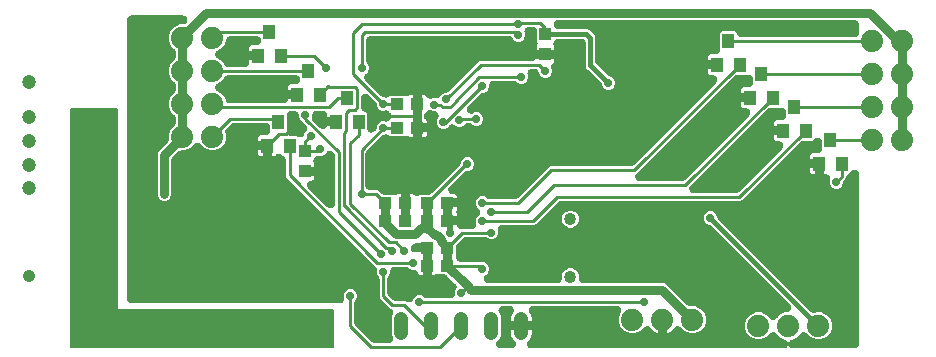
<source format=gbr>
G04 EAGLE Gerber X2 export*
%TF.Part,Single*%
%TF.FileFunction,Copper,L2,Bot,Mixed*%
%TF.FilePolarity,Positive*%
%TF.GenerationSoftware,Autodesk,EAGLE,9.1.3*%
%TF.CreationDate,2019-04-01T20:10:06Z*%
G75*
%MOMM*%
%FSLAX34Y34*%
%LPD*%
%AMOC8*
5,1,8,0,0,1.08239X$1,22.5*%
G01*
%ADD10R,1.100000X1.000000*%
%ADD11R,1.000000X1.100000*%
%ADD12C,1.879600*%
%ADD13R,1.000000X1.270000*%
%ADD14C,1.219200*%
%ADD15C,1.055600*%
%ADD16C,1.200000*%
%ADD17C,1.030000*%
%ADD18C,0.705600*%
%ADD19C,0.254000*%
%ADD20C,0.508000*%
%ADD21C,0.762000*%
%ADD22C,0.406400*%
%ADD23C,0.254000*%

G36*
X407921Y104920D02*
X407921Y104920D01*
X408161Y104933D01*
X408195Y104940D01*
X408231Y104943D01*
X408467Y104995D01*
X408702Y105042D01*
X408735Y105054D01*
X408769Y105062D01*
X408995Y105147D01*
X409221Y105228D01*
X409252Y105245D01*
X409285Y105257D01*
X409496Y105374D01*
X409708Y105487D01*
X409737Y105508D01*
X409767Y105525D01*
X409959Y105672D01*
X410153Y105814D01*
X410178Y105839D01*
X410206Y105860D01*
X410374Y106032D01*
X410545Y106201D01*
X410567Y106230D01*
X410591Y106255D01*
X410732Y106449D01*
X410878Y106642D01*
X410895Y106673D01*
X410916Y106701D01*
X411027Y106913D01*
X411144Y107125D01*
X411156Y107158D01*
X411172Y107189D01*
X411252Y107416D01*
X411336Y107642D01*
X411344Y107677D01*
X411356Y107710D01*
X411402Y107946D01*
X411453Y108181D01*
X411455Y108217D01*
X411462Y108251D01*
X411474Y108492D01*
X411490Y108732D01*
X411487Y108767D01*
X411489Y108802D01*
X411466Y109042D01*
X411447Y109282D01*
X411439Y109316D01*
X411436Y109351D01*
X411378Y109584D01*
X411325Y109820D01*
X411311Y109861D01*
X411304Y109887D01*
X411279Y109948D01*
X411200Y110170D01*
X410999Y110654D01*
X410999Y112866D01*
X411846Y114910D01*
X413622Y116686D01*
X413652Y116720D01*
X413685Y116751D01*
X413833Y116930D01*
X413983Y117104D01*
X414008Y117142D01*
X414036Y117177D01*
X414156Y117374D01*
X414280Y117569D01*
X414299Y117610D01*
X414322Y117649D01*
X414412Y117861D01*
X414506Y118072D01*
X414519Y118115D01*
X414536Y118157D01*
X414595Y118380D01*
X414658Y118602D01*
X414664Y118647D01*
X414675Y118691D01*
X414700Y118920D01*
X414731Y119149D01*
X414731Y119194D01*
X414736Y119239D01*
X414727Y119470D01*
X414725Y119701D01*
X414718Y119745D01*
X414716Y119791D01*
X414675Y120017D01*
X414638Y120246D01*
X414625Y120289D01*
X414617Y120333D01*
X414543Y120552D01*
X414475Y120772D01*
X414455Y120813D01*
X414441Y120856D01*
X414336Y121061D01*
X414236Y121270D01*
X414211Y121308D01*
X414191Y121348D01*
X414058Y121536D01*
X413929Y121728D01*
X413898Y121761D01*
X413872Y121798D01*
X413622Y122074D01*
X411846Y123850D01*
X410999Y125894D01*
X410999Y128106D01*
X411846Y130150D01*
X413410Y131714D01*
X415454Y132561D01*
X417666Y132561D01*
X419710Y131714D01*
X420006Y131418D01*
X420160Y131285D01*
X420312Y131144D01*
X420370Y131104D01*
X420423Y131058D01*
X420596Y130947D01*
X420765Y130830D01*
X420829Y130799D01*
X420888Y130761D01*
X421075Y130677D01*
X421260Y130585D01*
X421327Y130563D01*
X421391Y130534D01*
X421589Y130478D01*
X421784Y130414D01*
X421854Y130402D01*
X421922Y130383D01*
X422125Y130356D01*
X422328Y130321D01*
X422418Y130316D01*
X422468Y130310D01*
X422539Y130311D01*
X422699Y130303D01*
X444094Y130303D01*
X444299Y130318D01*
X444505Y130325D01*
X444574Y130338D01*
X444644Y130343D01*
X444845Y130387D01*
X445047Y130424D01*
X445114Y130446D01*
X445183Y130462D01*
X445375Y130535D01*
X445570Y130600D01*
X445633Y130632D01*
X445699Y130657D01*
X445878Y130757D01*
X446062Y130850D01*
X446119Y130891D01*
X446181Y130925D01*
X446344Y131050D01*
X446512Y131169D01*
X446579Y131229D01*
X446619Y131260D01*
X446669Y131311D01*
X446788Y131418D01*
X473109Y157740D01*
X474323Y158243D01*
X542334Y158243D01*
X542539Y158258D01*
X542745Y158265D01*
X542814Y158278D01*
X542884Y158283D01*
X543085Y158327D01*
X543287Y158364D01*
X543354Y158386D01*
X543423Y158402D01*
X543615Y158475D01*
X543810Y158540D01*
X543873Y158572D01*
X543939Y158597D01*
X544118Y158697D01*
X544302Y158790D01*
X544359Y158831D01*
X544421Y158865D01*
X544585Y158990D01*
X544752Y159109D01*
X544819Y159169D01*
X544859Y159200D01*
X544909Y159251D01*
X545028Y159358D01*
X614276Y228606D01*
X614381Y228728D01*
X614493Y228843D01*
X614561Y228936D01*
X614637Y229024D01*
X614723Y229160D01*
X614817Y229289D01*
X614871Y229391D01*
X614933Y229489D01*
X614999Y229635D01*
X615074Y229777D01*
X615112Y229886D01*
X615160Y229992D01*
X615204Y230146D01*
X615257Y230298D01*
X615279Y230411D01*
X615311Y230522D01*
X615333Y230682D01*
X615363Y230839D01*
X615369Y230954D01*
X615384Y231069D01*
X615383Y231230D01*
X615390Y231390D01*
X615379Y231505D01*
X615378Y231621D01*
X615353Y231780D01*
X615337Y231939D01*
X615310Y232051D01*
X615292Y232166D01*
X615244Y232319D01*
X615206Y232475D01*
X615162Y232582D01*
X615128Y232692D01*
X615058Y232837D01*
X614998Y232986D01*
X614939Y233086D01*
X614890Y233190D01*
X614800Y233323D01*
X614719Y233462D01*
X614646Y233552D01*
X614582Y233648D01*
X614474Y233767D01*
X614373Y233892D01*
X614289Y233971D01*
X614211Y234057D01*
X614087Y234159D01*
X613970Y234268D01*
X613875Y234334D01*
X613786Y234407D01*
X613648Y234491D01*
X613516Y234582D01*
X613412Y234633D01*
X613314Y234693D01*
X613166Y234755D01*
X613022Y234827D01*
X612912Y234863D01*
X612805Y234908D01*
X612650Y234948D01*
X612497Y234998D01*
X612383Y235017D01*
X612271Y235046D01*
X612112Y235064D01*
X611953Y235091D01*
X611793Y235099D01*
X611723Y235107D01*
X611672Y235105D01*
X611582Y235109D01*
X610090Y235109D01*
X609599Y235207D01*
X609136Y235398D01*
X608720Y235677D01*
X608367Y236030D01*
X608088Y236446D01*
X607897Y236909D01*
X607799Y237400D01*
X607799Y240191D01*
X615340Y240191D01*
X615385Y240194D01*
X615430Y240192D01*
X615659Y240214D01*
X615890Y240231D01*
X615934Y240240D01*
X615979Y240245D01*
X616202Y240300D01*
X616429Y240350D01*
X616471Y240366D01*
X616515Y240376D01*
X616729Y240463D01*
X616944Y240545D01*
X616984Y240567D01*
X617026Y240584D01*
X617225Y240701D01*
X617427Y240813D01*
X617463Y240841D01*
X617501Y240863D01*
X617682Y241008D01*
X617865Y241148D01*
X617896Y241180D01*
X617932Y241209D01*
X618090Y241378D01*
X618250Y241543D01*
X618277Y241579D01*
X618308Y241612D01*
X618440Y241803D01*
X618575Y241989D01*
X618596Y242029D01*
X618622Y242066D01*
X618724Y242274D01*
X618831Y242477D01*
X618846Y242520D01*
X618866Y242560D01*
X618938Y242780D01*
X619015Y242998D01*
X619023Y243042D01*
X619037Y243085D01*
X619077Y243313D01*
X619121Y243539D01*
X619123Y243584D01*
X619131Y243629D01*
X619149Y244000D01*
X619146Y244045D01*
X619148Y244090D01*
X619126Y244320D01*
X619109Y244550D01*
X619099Y244595D01*
X619095Y244639D01*
X619040Y244863D01*
X618990Y245089D01*
X618974Y245131D01*
X618963Y245175D01*
X618876Y245389D01*
X618794Y245605D01*
X618773Y245644D01*
X618755Y245686D01*
X618638Y245885D01*
X618526Y246087D01*
X618499Y246123D01*
X618476Y246162D01*
X618332Y246342D01*
X618192Y246525D01*
X618159Y246557D01*
X618131Y246592D01*
X617961Y246750D01*
X617797Y246911D01*
X617761Y246937D01*
X617727Y246968D01*
X617536Y247100D01*
X617351Y247235D01*
X617311Y247256D01*
X617274Y247282D01*
X617066Y247385D01*
X616862Y247492D01*
X616820Y247507D01*
X616779Y247527D01*
X616559Y247599D01*
X616342Y247675D01*
X616298Y247684D01*
X616255Y247698D01*
X616026Y247737D01*
X615801Y247781D01*
X615756Y247784D01*
X615711Y247791D01*
X615340Y247809D01*
X607799Y247809D01*
X607799Y250600D01*
X607897Y251091D01*
X608088Y251554D01*
X608367Y251970D01*
X608720Y252323D01*
X609136Y252602D01*
X609599Y252793D01*
X610090Y252891D01*
X613998Y252891D01*
X614043Y252894D01*
X614088Y252892D01*
X614318Y252914D01*
X614548Y252931D01*
X614592Y252940D01*
X614637Y252945D01*
X614861Y253000D01*
X615087Y253050D01*
X615129Y253066D01*
X615173Y253076D01*
X615387Y253163D01*
X615603Y253245D01*
X615642Y253267D01*
X615684Y253284D01*
X615883Y253401D01*
X616085Y253513D01*
X616121Y253541D01*
X616160Y253564D01*
X616340Y253708D01*
X616523Y253848D01*
X616555Y253880D01*
X616590Y253909D01*
X616748Y254079D01*
X616909Y254243D01*
X616935Y254279D01*
X616966Y254312D01*
X617098Y254503D01*
X617233Y254689D01*
X617254Y254729D01*
X617280Y254766D01*
X617383Y254974D01*
X617490Y255177D01*
X617505Y255220D01*
X617525Y255260D01*
X617596Y255480D01*
X617673Y255698D01*
X617682Y255742D01*
X617696Y255785D01*
X617735Y256013D01*
X617779Y256239D01*
X617781Y256284D01*
X617789Y256329D01*
X617807Y256700D01*
X617807Y271192D01*
X618998Y272383D01*
X630682Y272383D01*
X631873Y271192D01*
X631873Y271112D01*
X631876Y271067D01*
X631874Y271022D01*
X631896Y270792D01*
X631913Y270562D01*
X631922Y270518D01*
X631927Y270473D01*
X631982Y270249D01*
X632032Y270023D01*
X632048Y269981D01*
X632058Y269937D01*
X632145Y269723D01*
X632227Y269507D01*
X632249Y269468D01*
X632266Y269426D01*
X632383Y269227D01*
X632495Y269025D01*
X632523Y268989D01*
X632546Y268950D01*
X632690Y268770D01*
X632830Y268587D01*
X632862Y268555D01*
X632891Y268520D01*
X633061Y268362D01*
X633225Y268201D01*
X633261Y268175D01*
X633294Y268144D01*
X633485Y268012D01*
X633671Y267877D01*
X633711Y267856D01*
X633748Y267830D01*
X633956Y267727D01*
X634159Y267620D01*
X634202Y267605D01*
X634242Y267585D01*
X634462Y267514D01*
X634680Y267437D01*
X634724Y267428D01*
X634767Y267414D01*
X634995Y267375D01*
X635221Y267331D01*
X635266Y267329D01*
X635311Y267321D01*
X635682Y267303D01*
X731520Y267303D01*
X731565Y267306D01*
X731610Y267304D01*
X731840Y267326D01*
X732070Y267343D01*
X732114Y267352D01*
X732159Y267357D01*
X732383Y267412D01*
X732609Y267462D01*
X732651Y267478D01*
X732695Y267488D01*
X732909Y267575D01*
X733125Y267657D01*
X733164Y267679D01*
X733206Y267696D01*
X733405Y267813D01*
X733607Y267925D01*
X733643Y267953D01*
X733682Y267976D01*
X733862Y268120D01*
X734045Y268260D01*
X734077Y268292D01*
X734112Y268321D01*
X734270Y268491D01*
X734431Y268655D01*
X734457Y268691D01*
X734488Y268724D01*
X734620Y268915D01*
X734755Y269101D01*
X734776Y269141D01*
X734802Y269178D01*
X734905Y269386D01*
X735012Y269589D01*
X735027Y269632D01*
X735047Y269672D01*
X735118Y269892D01*
X735195Y270110D01*
X735204Y270154D01*
X735218Y270197D01*
X735257Y270425D01*
X735301Y270651D01*
X735303Y270696D01*
X735311Y270741D01*
X735329Y271112D01*
X735329Y278130D01*
X735328Y278154D01*
X735328Y278167D01*
X735326Y278185D01*
X735328Y278220D01*
X735306Y278450D01*
X735289Y278680D01*
X735280Y278724D01*
X735275Y278769D01*
X735220Y278993D01*
X735170Y279219D01*
X735154Y279261D01*
X735144Y279305D01*
X735057Y279519D01*
X734975Y279735D01*
X734953Y279774D01*
X734936Y279816D01*
X734819Y280015D01*
X734707Y280217D01*
X734679Y280253D01*
X734656Y280292D01*
X734512Y280472D01*
X734372Y280655D01*
X734340Y280687D01*
X734311Y280722D01*
X734141Y280880D01*
X733977Y281041D01*
X733941Y281067D01*
X733908Y281098D01*
X733717Y281230D01*
X733531Y281365D01*
X733491Y281386D01*
X733454Y281412D01*
X733246Y281515D01*
X733043Y281622D01*
X733000Y281637D01*
X732960Y281657D01*
X732740Y281728D01*
X732522Y281805D01*
X732478Y281814D01*
X732435Y281828D01*
X732207Y281867D01*
X731981Y281911D01*
X731936Y281913D01*
X731891Y281921D01*
X731520Y281939D01*
X480652Y281939D01*
X480491Y281928D01*
X480330Y281926D01*
X480217Y281908D01*
X480102Y281899D01*
X479944Y281865D01*
X479785Y281839D01*
X479675Y281805D01*
X479563Y281780D01*
X479412Y281723D01*
X479259Y281675D01*
X479155Y281626D01*
X479047Y281585D01*
X478906Y281507D01*
X478761Y281437D01*
X478666Y281373D01*
X478565Y281317D01*
X478437Y281219D01*
X478303Y281129D01*
X478218Y281052D01*
X478126Y280982D01*
X478014Y280867D01*
X477895Y280759D01*
X477821Y280670D01*
X477741Y280587D01*
X477646Y280457D01*
X477544Y280333D01*
X477484Y280234D01*
X477417Y280141D01*
X477342Y279999D01*
X477258Y279861D01*
X477214Y279754D01*
X477160Y279653D01*
X477107Y279501D01*
X477044Y279353D01*
X477015Y279241D01*
X476977Y279132D01*
X476946Y278974D01*
X476905Y278819D01*
X476893Y278704D01*
X476871Y278591D01*
X476863Y278430D01*
X476845Y278270D01*
X476849Y278155D01*
X476844Y278040D01*
X476859Y277880D01*
X476865Y277719D01*
X476885Y277605D01*
X476897Y277491D01*
X476935Y277335D01*
X476964Y277176D01*
X477001Y277067D01*
X477028Y276955D01*
X477089Y276806D01*
X477140Y276653D01*
X477193Y276551D01*
X477236Y276444D01*
X477318Y276305D01*
X477390Y276162D01*
X477457Y276068D01*
X477515Y275968D01*
X477535Y275944D01*
X477555Y275907D01*
X477583Y275871D01*
X477606Y275832D01*
X477750Y275652D01*
X477890Y275469D01*
X477922Y275437D01*
X477951Y275402D01*
X478121Y275244D01*
X478285Y275083D01*
X478321Y275057D01*
X478354Y275026D01*
X478545Y274894D01*
X478731Y274759D01*
X478771Y274738D01*
X478808Y274712D01*
X479016Y274609D01*
X479219Y274502D01*
X479262Y274487D01*
X479302Y274467D01*
X479522Y274396D01*
X479740Y274319D01*
X479784Y274310D01*
X479827Y274296D01*
X480055Y274257D01*
X480281Y274213D01*
X480326Y274211D01*
X480371Y274203D01*
X480742Y274185D01*
X505389Y274185D01*
X506883Y273566D01*
X511446Y269003D01*
X512065Y267509D01*
X512065Y247101D01*
X512080Y246896D01*
X512087Y246691D01*
X512100Y246622D01*
X512105Y246551D01*
X512149Y246350D01*
X512186Y246148D01*
X512208Y246082D01*
X512224Y246013D01*
X512297Y245820D01*
X512362Y245626D01*
X512394Y245563D01*
X512419Y245497D01*
X512519Y245317D01*
X512612Y245134D01*
X512653Y245076D01*
X512687Y245015D01*
X512812Y244851D01*
X512931Y244683D01*
X512991Y244616D01*
X513022Y244576D01*
X513073Y244527D01*
X513180Y244408D01*
X522312Y235276D01*
X522467Y235143D01*
X522618Y235002D01*
X522676Y234962D01*
X522729Y234916D01*
X522902Y234805D01*
X523072Y234688D01*
X523135Y234657D01*
X523194Y234619D01*
X523382Y234535D01*
X523566Y234443D01*
X523633Y234421D01*
X523697Y234392D01*
X523895Y234336D01*
X524027Y234293D01*
X526390Y233314D01*
X527954Y231750D01*
X528801Y229706D01*
X528801Y227494D01*
X527954Y225450D01*
X526390Y223886D01*
X524346Y223039D01*
X522134Y223039D01*
X520090Y223886D01*
X518526Y225450D01*
X517558Y227785D01*
X517558Y227788D01*
X517536Y227854D01*
X517520Y227923D01*
X517447Y228116D01*
X517382Y228310D01*
X517350Y228373D01*
X517325Y228439D01*
X517225Y228619D01*
X517132Y228802D01*
X517091Y228860D01*
X517057Y228921D01*
X516932Y229085D01*
X516813Y229253D01*
X516753Y229320D01*
X516722Y229360D01*
X516671Y229409D01*
X516564Y229528D01*
X506233Y239858D01*
X504554Y241537D01*
X503935Y243031D01*
X503935Y262246D01*
X503932Y262291D01*
X503934Y262336D01*
X503912Y262566D01*
X503895Y262796D01*
X503886Y262840D01*
X503881Y262885D01*
X503826Y263109D01*
X503776Y263335D01*
X503760Y263377D01*
X503750Y263421D01*
X503663Y263635D01*
X503581Y263851D01*
X503559Y263890D01*
X503542Y263932D01*
X503425Y264131D01*
X503313Y264333D01*
X503285Y264369D01*
X503262Y264408D01*
X503118Y264588D01*
X502978Y264771D01*
X502946Y264803D01*
X502917Y264838D01*
X502747Y264996D01*
X502583Y265157D01*
X502547Y265183D01*
X502514Y265214D01*
X502323Y265346D01*
X502137Y265481D01*
X502097Y265502D01*
X502060Y265528D01*
X501852Y265631D01*
X501649Y265738D01*
X501606Y265753D01*
X501566Y265773D01*
X501346Y265844D01*
X501128Y265921D01*
X501084Y265930D01*
X501041Y265944D01*
X500813Y265983D01*
X500587Y266027D01*
X500542Y266029D01*
X500497Y266037D01*
X500126Y266055D01*
X480742Y266055D01*
X480697Y266052D01*
X480652Y266054D01*
X480422Y266032D01*
X480192Y266015D01*
X480148Y266006D01*
X480103Y266001D01*
X479879Y265946D01*
X479653Y265896D01*
X479611Y265880D01*
X479567Y265870D01*
X479353Y265783D01*
X479137Y265701D01*
X479098Y265679D01*
X479056Y265662D01*
X478857Y265545D01*
X478655Y265433D01*
X478619Y265405D01*
X478580Y265382D01*
X478400Y265238D01*
X478217Y265098D01*
X478185Y265066D01*
X478150Y265037D01*
X477992Y264867D01*
X477831Y264703D01*
X477805Y264667D01*
X477774Y264634D01*
X477741Y264587D01*
X477691Y264536D01*
X477545Y264367D01*
X477394Y264202D01*
X477364Y264158D01*
X477330Y264118D01*
X477209Y263930D01*
X477084Y263746D01*
X477061Y263698D01*
X477033Y263653D01*
X476941Y263450D01*
X476844Y263249D01*
X476828Y263199D01*
X476806Y263150D01*
X476745Y262936D01*
X476678Y262723D01*
X476669Y262671D01*
X476655Y262620D01*
X476625Y262399D01*
X476590Y262178D01*
X476589Y262125D01*
X476582Y262073D01*
X476584Y261850D01*
X476581Y261627D01*
X476588Y261574D01*
X476588Y261521D01*
X476623Y261301D01*
X476652Y261080D01*
X476666Y261029D01*
X476674Y260977D01*
X476741Y260763D01*
X476801Y260549D01*
X476823Y260500D01*
X476838Y260450D01*
X476935Y260248D01*
X477026Y260045D01*
X477060Y259988D01*
X477077Y259952D01*
X477117Y259893D01*
X477137Y259859D01*
X477343Y259361D01*
X477441Y258870D01*
X477441Y256929D01*
X469900Y256929D01*
X462359Y256929D01*
X462359Y258870D01*
X462457Y259361D01*
X462675Y259887D01*
X462693Y259920D01*
X462809Y260111D01*
X462830Y260160D01*
X462856Y260206D01*
X462937Y260413D01*
X463023Y260619D01*
X463037Y260670D01*
X463056Y260720D01*
X463106Y260937D01*
X463162Y261153D01*
X463168Y261206D01*
X463180Y261257D01*
X463198Y261479D01*
X463223Y261701D01*
X463221Y261754D01*
X463225Y261807D01*
X463211Y262030D01*
X463203Y262253D01*
X463194Y262305D01*
X463190Y262357D01*
X463144Y262576D01*
X463104Y262795D01*
X463087Y262845D01*
X463076Y262897D01*
X462999Y263107D01*
X462928Y263318D01*
X462904Y263365D01*
X462885Y263415D01*
X462867Y263448D01*
X462867Y272288D01*
X462864Y272333D01*
X462866Y272378D01*
X462844Y272608D01*
X462827Y272838D01*
X462818Y272882D01*
X462813Y272927D01*
X462758Y273151D01*
X462708Y273377D01*
X462692Y273419D01*
X462682Y273463D01*
X462595Y273677D01*
X462513Y273893D01*
X462491Y273932D01*
X462474Y273974D01*
X462357Y274173D01*
X462245Y274375D01*
X462217Y274411D01*
X462194Y274450D01*
X462050Y274630D01*
X461910Y274813D01*
X461878Y274845D01*
X461849Y274880D01*
X461679Y275038D01*
X461515Y275199D01*
X461479Y275225D01*
X461446Y275256D01*
X461255Y275388D01*
X461069Y275523D01*
X461029Y275544D01*
X460992Y275570D01*
X460784Y275673D01*
X460581Y275780D01*
X460538Y275795D01*
X460498Y275815D01*
X460278Y275886D01*
X460060Y275963D01*
X460016Y275972D01*
X459973Y275986D01*
X459745Y276025D01*
X459519Y276069D01*
X459474Y276071D01*
X459429Y276079D01*
X459058Y276097D01*
X455919Y276097D01*
X455679Y276080D01*
X455439Y276067D01*
X455405Y276060D01*
X455369Y276057D01*
X455133Y276005D01*
X454898Y275958D01*
X454865Y275946D01*
X454831Y275938D01*
X454605Y275853D01*
X454379Y275772D01*
X454348Y275755D01*
X454315Y275743D01*
X454104Y275626D01*
X453892Y275513D01*
X453863Y275492D01*
X453833Y275475D01*
X453641Y275328D01*
X453447Y275186D01*
X453422Y275161D01*
X453394Y275140D01*
X453226Y274968D01*
X453055Y274799D01*
X453033Y274770D01*
X453009Y274745D01*
X452868Y274551D01*
X452722Y274358D01*
X452705Y274327D01*
X452684Y274299D01*
X452573Y274086D01*
X452456Y273875D01*
X452444Y273842D01*
X452428Y273811D01*
X452348Y273584D01*
X452264Y273358D01*
X452256Y273323D01*
X452244Y273290D01*
X452198Y273054D01*
X452147Y272819D01*
X452145Y272783D01*
X452138Y272749D01*
X452126Y272508D01*
X452110Y272268D01*
X452113Y272233D01*
X452111Y272198D01*
X452134Y271958D01*
X452153Y271718D01*
X452161Y271684D01*
X452164Y271649D01*
X452222Y271416D01*
X452275Y271180D01*
X452289Y271139D01*
X452296Y271113D01*
X452321Y271052D01*
X452400Y270830D01*
X452601Y270346D01*
X452601Y268134D01*
X451754Y266090D01*
X450190Y264526D01*
X448146Y263679D01*
X445934Y263679D01*
X443890Y264526D01*
X442326Y266090D01*
X442311Y266126D01*
X442255Y266238D01*
X442208Y266354D01*
X442131Y266484D01*
X442064Y266619D01*
X441992Y266722D01*
X441928Y266830D01*
X441834Y266947D01*
X441748Y267071D01*
X441662Y267162D01*
X441583Y267260D01*
X441473Y267363D01*
X441369Y267473D01*
X441271Y267550D01*
X441179Y267636D01*
X441055Y267722D01*
X440937Y267816D01*
X440829Y267878D01*
X440726Y267950D01*
X440590Y268017D01*
X440460Y268092D01*
X440344Y268139D01*
X440231Y268195D01*
X440088Y268241D01*
X439948Y268298D01*
X439826Y268327D01*
X439707Y268366D01*
X439558Y268391D01*
X439412Y268426D01*
X439287Y268438D01*
X439163Y268459D01*
X438928Y268471D01*
X438862Y268477D01*
X438835Y268475D01*
X438792Y268477D01*
X322072Y268477D01*
X322027Y268474D01*
X321982Y268476D01*
X321752Y268454D01*
X321522Y268437D01*
X321478Y268428D01*
X321433Y268423D01*
X321209Y268368D01*
X320983Y268318D01*
X320941Y268302D01*
X320897Y268292D01*
X320683Y268205D01*
X320467Y268123D01*
X320428Y268101D01*
X320386Y268084D01*
X320187Y267967D01*
X319985Y267855D01*
X319949Y267827D01*
X319910Y267804D01*
X319730Y267660D01*
X319547Y267520D01*
X319515Y267488D01*
X319480Y267459D01*
X319322Y267289D01*
X319161Y267125D01*
X319135Y267089D01*
X319104Y267056D01*
X318972Y266865D01*
X318837Y266679D01*
X318816Y266639D01*
X318790Y266602D01*
X318687Y266394D01*
X318580Y266191D01*
X318565Y266148D01*
X318545Y266108D01*
X318474Y265888D01*
X318397Y265670D01*
X318388Y265626D01*
X318374Y265583D01*
X318335Y265355D01*
X318291Y265129D01*
X318289Y265084D01*
X318281Y265039D01*
X318263Y264668D01*
X318263Y247439D01*
X318278Y247234D01*
X318285Y247029D01*
X318298Y246959D01*
X318303Y246889D01*
X318347Y246688D01*
X318384Y246486D01*
X318406Y246419D01*
X318422Y246350D01*
X318495Y246158D01*
X318560Y245963D01*
X318592Y245900D01*
X318617Y245834D01*
X318717Y245655D01*
X318810Y245471D01*
X318851Y245414D01*
X318885Y245352D01*
X319010Y245189D01*
X319129Y245021D01*
X319189Y244954D01*
X319220Y244914D01*
X319271Y244865D01*
X319378Y244746D01*
X319674Y244450D01*
X320521Y242406D01*
X320521Y240194D01*
X319674Y238150D01*
X317574Y236050D01*
X317554Y236026D01*
X317507Y235984D01*
X317489Y235962D01*
X317468Y235943D01*
X317314Y235750D01*
X317300Y235733D01*
X317213Y235633D01*
X317199Y235611D01*
X317156Y235558D01*
X317141Y235534D01*
X317124Y235512D01*
X316999Y235298D01*
X316975Y235259D01*
X316917Y235168D01*
X316908Y235148D01*
X316870Y235086D01*
X316859Y235060D01*
X316845Y235036D01*
X316752Y234806D01*
X316725Y234743D01*
X316690Y234665D01*
X316685Y234648D01*
X316656Y234578D01*
X316649Y234551D01*
X316638Y234525D01*
X316579Y234283D01*
X316557Y234198D01*
X316539Y234134D01*
X316537Y234121D01*
X316517Y234044D01*
X316514Y234016D01*
X316507Y233989D01*
X316484Y233742D01*
X316472Y233637D01*
X316465Y233587D01*
X316466Y233578D01*
X316457Y233496D01*
X316458Y233468D01*
X316455Y233440D01*
X316467Y233191D01*
X316472Y233074D01*
X316472Y233036D01*
X316473Y233028D01*
X316476Y232944D01*
X316481Y232917D01*
X316483Y232889D01*
X316531Y232645D01*
X316553Y232521D01*
X316558Y232491D01*
X316560Y232485D01*
X316575Y232401D01*
X316584Y232375D01*
X316589Y232348D01*
X316672Y232114D01*
X316714Y231989D01*
X316722Y231964D01*
X316724Y231960D01*
X316751Y231879D01*
X316764Y231854D01*
X316773Y231827D01*
X316889Y231608D01*
X316949Y231490D01*
X316960Y231467D01*
X316963Y231462D01*
X317001Y231387D01*
X317018Y231364D01*
X317031Y231339D01*
X317176Y231140D01*
X317251Y231034D01*
X317268Y231009D01*
X317272Y231004D01*
X317320Y230936D01*
X317343Y230911D01*
X317356Y230894D01*
X317398Y230851D01*
X317570Y230661D01*
X330734Y217496D01*
X330889Y217363D01*
X331040Y217222D01*
X331098Y217182D01*
X331152Y217136D01*
X331325Y217025D01*
X331494Y216908D01*
X331557Y216877D01*
X331617Y216839D01*
X331804Y216755D01*
X331988Y216663D01*
X332055Y216641D01*
X332120Y216612D01*
X332317Y216556D01*
X332513Y216492D01*
X332582Y216480D01*
X332650Y216461D01*
X332854Y216434D01*
X333057Y216399D01*
X333147Y216394D01*
X333197Y216388D01*
X333267Y216389D01*
X333428Y216381D01*
X333920Y216381D01*
X333926Y216379D01*
X334069Y216332D01*
X334192Y216310D01*
X334314Y216278D01*
X334463Y216262D01*
X334612Y216236D01*
X334737Y216232D01*
X334862Y216218D01*
X335013Y216223D01*
X335163Y216219D01*
X335288Y216233D01*
X335413Y216238D01*
X335562Y216265D01*
X335711Y216282D01*
X335833Y216314D01*
X335956Y216337D01*
X336099Y216385D01*
X336245Y216423D01*
X336360Y216473D01*
X336479Y216513D01*
X336613Y216581D01*
X336752Y216641D01*
X336858Y216706D01*
X336971Y216763D01*
X337094Y216850D01*
X337222Y216929D01*
X337318Y217009D01*
X337421Y217081D01*
X337595Y217239D01*
X337646Y217282D01*
X337664Y217302D01*
X337696Y217331D01*
X338218Y217853D01*
X351248Y217853D01*
X351431Y217764D01*
X351481Y217748D01*
X351530Y217726D01*
X351744Y217665D01*
X351957Y217598D01*
X352009Y217590D01*
X352060Y217575D01*
X352281Y217545D01*
X352502Y217510D01*
X352555Y217509D01*
X352607Y217502D01*
X352830Y217504D01*
X353053Y217501D01*
X353106Y217508D01*
X353159Y217508D01*
X353379Y217543D01*
X353600Y217572D01*
X353651Y217586D01*
X353703Y217594D01*
X353917Y217661D01*
X354131Y217721D01*
X354180Y217743D01*
X354230Y217758D01*
X354432Y217855D01*
X354635Y217946D01*
X354692Y217980D01*
X354728Y217997D01*
X354787Y218037D01*
X354821Y218057D01*
X355319Y218263D01*
X355810Y218361D01*
X357751Y218361D01*
X357751Y210820D01*
X357751Y190500D01*
X357751Y182959D01*
X355810Y182959D01*
X355319Y183057D01*
X354793Y183275D01*
X354761Y183293D01*
X354569Y183409D01*
X354520Y183430D01*
X354475Y183456D01*
X354267Y183537D01*
X354061Y183624D01*
X354010Y183637D01*
X353961Y183656D01*
X353743Y183706D01*
X353527Y183762D01*
X353474Y183768D01*
X353423Y183780D01*
X353201Y183798D01*
X352978Y183823D01*
X352926Y183821D01*
X352873Y183825D01*
X352651Y183811D01*
X352427Y183803D01*
X352375Y183794D01*
X352323Y183790D01*
X352105Y183744D01*
X351884Y183704D01*
X351834Y183687D01*
X351783Y183676D01*
X351574Y183599D01*
X351362Y183528D01*
X351315Y183504D01*
X351265Y183486D01*
X351232Y183467D01*
X338218Y183467D01*
X337696Y183989D01*
X337601Y184071D01*
X337513Y184160D01*
X337393Y184251D01*
X337279Y184350D01*
X337173Y184417D01*
X337073Y184493D01*
X336941Y184565D01*
X336814Y184646D01*
X336700Y184698D01*
X336590Y184758D01*
X336449Y184811D01*
X336311Y184873D01*
X336190Y184907D01*
X336073Y184951D01*
X335926Y184983D01*
X335781Y185024D01*
X335656Y185041D01*
X335533Y185067D01*
X335383Y185078D01*
X335234Y185098D01*
X335108Y185096D01*
X334983Y185105D01*
X334833Y185093D01*
X334682Y185091D01*
X334558Y185071D01*
X334433Y185062D01*
X334286Y185028D01*
X334137Y185005D01*
X334017Y184968D01*
X333895Y184940D01*
X333893Y184939D01*
X333428Y184939D01*
X333223Y184924D01*
X333017Y184917D01*
X332948Y184904D01*
X332878Y184899D01*
X332676Y184855D01*
X332475Y184818D01*
X332408Y184796D01*
X332339Y184780D01*
X332147Y184707D01*
X331952Y184642D01*
X331889Y184610D01*
X331823Y184585D01*
X331644Y184485D01*
X331460Y184392D01*
X331403Y184351D01*
X331341Y184317D01*
X331177Y184192D01*
X331010Y184073D01*
X330943Y184013D01*
X330903Y183982D01*
X330853Y183931D01*
X330734Y183824D01*
X318588Y171678D01*
X318454Y171523D01*
X318314Y171372D01*
X318274Y171314D01*
X318228Y171260D01*
X318117Y171087D01*
X318000Y170918D01*
X317969Y170855D01*
X317931Y170795D01*
X317847Y170608D01*
X317755Y170424D01*
X317733Y170357D01*
X317704Y170292D01*
X317648Y170095D01*
X317584Y169899D01*
X317572Y169830D01*
X317553Y169762D01*
X317526Y169558D01*
X317491Y169355D01*
X317486Y169265D01*
X317480Y169215D01*
X317481Y169145D01*
X317473Y168984D01*
X317473Y141732D01*
X317476Y141687D01*
X317474Y141642D01*
X317496Y141412D01*
X317513Y141182D01*
X317522Y141138D01*
X317527Y141093D01*
X317582Y140869D01*
X317632Y140643D01*
X317648Y140601D01*
X317658Y140557D01*
X317745Y140343D01*
X317827Y140127D01*
X317849Y140088D01*
X317866Y140046D01*
X317983Y139847D01*
X318095Y139645D01*
X318123Y139609D01*
X318146Y139570D01*
X318290Y139390D01*
X318430Y139207D01*
X318462Y139175D01*
X318491Y139140D01*
X318661Y138982D01*
X318825Y138821D01*
X318861Y138795D01*
X318894Y138764D01*
X319085Y138632D01*
X319271Y138497D01*
X319311Y138476D01*
X319348Y138450D01*
X319556Y138347D01*
X319759Y138240D01*
X319802Y138225D01*
X319842Y138205D01*
X320062Y138134D01*
X320280Y138057D01*
X320324Y138048D01*
X320367Y138034D01*
X320595Y137995D01*
X320821Y137951D01*
X320866Y137949D01*
X320911Y137941D01*
X321282Y137923D01*
X327437Y137923D01*
X328651Y137420D01*
X330115Y135955D01*
X330116Y135955D01*
X330922Y135148D01*
X331077Y135014D01*
X331228Y134874D01*
X331286Y134834D01*
X331340Y134788D01*
X331513Y134677D01*
X331682Y134560D01*
X331745Y134529D01*
X331805Y134491D01*
X331992Y134407D01*
X332176Y134315D01*
X332243Y134293D01*
X332308Y134264D01*
X332505Y134208D01*
X332701Y134144D01*
X332770Y134132D01*
X332838Y134113D01*
X333042Y134086D01*
X333245Y134051D01*
X333335Y134046D01*
X333385Y134040D01*
X333455Y134041D01*
X333616Y134033D01*
X341088Y134033D01*
X341271Y133944D01*
X341322Y133928D01*
X341369Y133906D01*
X341585Y133845D01*
X341797Y133778D01*
X341849Y133769D01*
X341900Y133755D01*
X342122Y133725D01*
X342342Y133690D01*
X342395Y133689D01*
X342447Y133682D01*
X342671Y133684D01*
X342894Y133681D01*
X342946Y133688D01*
X342998Y133688D01*
X343220Y133723D01*
X343441Y133752D01*
X343491Y133766D01*
X343543Y133774D01*
X343757Y133841D01*
X343972Y133901D01*
X344020Y133923D01*
X344070Y133938D01*
X344271Y134035D01*
X344476Y134126D01*
X344532Y134160D01*
X344568Y134177D01*
X344627Y134217D01*
X344661Y134237D01*
X345159Y134443D01*
X345650Y134541D01*
X347591Y134541D01*
X347591Y127000D01*
X347591Y111760D01*
X347594Y111715D01*
X347592Y111670D01*
X347614Y111441D01*
X347631Y111210D01*
X347640Y111166D01*
X347645Y111121D01*
X347700Y110898D01*
X347750Y110671D01*
X347766Y110629D01*
X347776Y110585D01*
X347863Y110371D01*
X347945Y110156D01*
X347967Y110116D01*
X347984Y110074D01*
X348101Y109875D01*
X348213Y109673D01*
X348241Y109637D01*
X348263Y109599D01*
X348408Y109418D01*
X348548Y109235D01*
X348580Y109204D01*
X348609Y109168D01*
X348778Y109010D01*
X348943Y108850D01*
X348979Y108823D01*
X349012Y108792D01*
X349203Y108660D01*
X349389Y108525D01*
X349429Y108504D01*
X349466Y108478D01*
X349674Y108376D01*
X349877Y108269D01*
X349920Y108254D01*
X349960Y108234D01*
X350180Y108162D01*
X350398Y108085D01*
X350442Y108077D01*
X350485Y108063D01*
X350713Y108023D01*
X350939Y107979D01*
X350984Y107977D01*
X351029Y107969D01*
X351400Y107951D01*
X351445Y107954D01*
X351490Y107952D01*
X351720Y107974D01*
X351950Y107991D01*
X351995Y108001D01*
X352039Y108005D01*
X352263Y108060D01*
X352489Y108110D01*
X352531Y108126D01*
X352575Y108137D01*
X352789Y108224D01*
X353005Y108306D01*
X353044Y108327D01*
X353086Y108345D01*
X353285Y108462D01*
X353487Y108574D01*
X353523Y108601D01*
X353562Y108624D01*
X353742Y108768D01*
X353925Y108908D01*
X353957Y108941D01*
X353992Y108969D01*
X354150Y109139D01*
X354311Y109303D01*
X354337Y109339D01*
X354368Y109373D01*
X354500Y109564D01*
X354635Y109749D01*
X354656Y109789D01*
X354682Y109826D01*
X354785Y110034D01*
X354892Y110238D01*
X354907Y110280D01*
X354927Y110321D01*
X354999Y110541D01*
X355075Y110758D01*
X355084Y110802D01*
X355098Y110845D01*
X355137Y111074D01*
X355181Y111299D01*
X355184Y111344D01*
X355191Y111389D01*
X355209Y111760D01*
X355209Y127000D01*
X355209Y134541D01*
X357150Y134541D01*
X357641Y134443D01*
X358104Y134252D01*
X358639Y133894D01*
X358762Y133787D01*
X358801Y133763D01*
X358836Y133734D01*
X359033Y133614D01*
X359227Y133490D01*
X359269Y133472D01*
X359308Y133448D01*
X359520Y133359D01*
X359730Y133264D01*
X359774Y133251D01*
X359816Y133233D01*
X360039Y133176D01*
X360261Y133112D01*
X360306Y133106D01*
X360350Y133095D01*
X360579Y133069D01*
X360808Y133039D01*
X360853Y133039D01*
X360898Y133034D01*
X361129Y133043D01*
X361359Y133045D01*
X361404Y133052D01*
X361450Y133054D01*
X361676Y133095D01*
X361904Y133131D01*
X361948Y133145D01*
X361992Y133153D01*
X362211Y133227D01*
X362431Y133295D01*
X362472Y133315D01*
X362515Y133329D01*
X362721Y133434D01*
X362929Y133533D01*
X362966Y133559D01*
X363007Y133579D01*
X363195Y133713D01*
X363387Y133841D01*
X363420Y133871D01*
X363457Y133898D01*
X363606Y134033D01*
X370744Y134033D01*
X370949Y134048D01*
X371155Y134055D01*
X371224Y134068D01*
X371294Y134073D01*
X371496Y134117D01*
X371697Y134154D01*
X371764Y134176D01*
X371833Y134192D01*
X372025Y134265D01*
X372220Y134330D01*
X372283Y134362D01*
X372349Y134387D01*
X372528Y134487D01*
X372712Y134580D01*
X372769Y134621D01*
X372831Y134655D01*
X372994Y134780D01*
X373162Y134899D01*
X373229Y134959D01*
X373269Y134990D01*
X373319Y135040D01*
X373438Y135148D01*
X397184Y158894D01*
X397318Y159049D01*
X397458Y159200D01*
X397498Y159258D01*
X397544Y159312D01*
X397655Y159485D01*
X397772Y159654D01*
X397803Y159717D01*
X397841Y159777D01*
X397925Y159964D01*
X398017Y160148D01*
X398039Y160215D01*
X398068Y160280D01*
X398124Y160477D01*
X398188Y160673D01*
X398200Y160742D01*
X398219Y160810D01*
X398243Y160991D01*
X399146Y163170D01*
X400710Y164734D01*
X402754Y165581D01*
X404966Y165581D01*
X407010Y164734D01*
X408574Y163170D01*
X409421Y161126D01*
X409421Y158914D01*
X408574Y156870D01*
X407010Y155306D01*
X404966Y154459D01*
X403668Y154459D01*
X403463Y154444D01*
X403257Y154437D01*
X403188Y154424D01*
X403118Y154419D01*
X402917Y154375D01*
X402715Y154338D01*
X402648Y154316D01*
X402579Y154300D01*
X402387Y154227D01*
X402192Y154162D01*
X402129Y154130D01*
X402063Y154105D01*
X401884Y154005D01*
X401700Y153912D01*
X401643Y153871D01*
X401581Y153837D01*
X401418Y153712D01*
X401250Y153593D01*
X401183Y153533D01*
X401143Y153502D01*
X401093Y153451D01*
X400974Y153344D01*
X388674Y141043D01*
X388570Y140922D01*
X388457Y140807D01*
X388389Y140713D01*
X388313Y140626D01*
X388227Y140491D01*
X388133Y140361D01*
X388079Y140259D01*
X388017Y140161D01*
X387951Y140015D01*
X387876Y139872D01*
X387838Y139764D01*
X387790Y139658D01*
X387746Y139504D01*
X387693Y139352D01*
X387671Y139239D01*
X387639Y139128D01*
X387617Y138968D01*
X387587Y138811D01*
X387581Y138695D01*
X387566Y138581D01*
X387567Y138420D01*
X387560Y138260D01*
X387571Y138145D01*
X387572Y138029D01*
X387597Y137871D01*
X387613Y137711D01*
X387640Y137598D01*
X387658Y137484D01*
X387706Y137331D01*
X387744Y137175D01*
X387788Y137068D01*
X387822Y136958D01*
X387892Y136813D01*
X387952Y136664D01*
X388011Y136564D01*
X388060Y136460D01*
X388150Y136327D01*
X388231Y136188D01*
X388304Y136098D01*
X388368Y136002D01*
X388476Y135883D01*
X388577Y135758D01*
X388661Y135679D01*
X388739Y135593D01*
X388863Y135491D01*
X388980Y135382D01*
X389075Y135316D01*
X389164Y135243D01*
X389302Y135159D01*
X389434Y135068D01*
X389538Y135017D01*
X389636Y134957D01*
X389784Y134895D01*
X389928Y134823D01*
X390038Y134787D01*
X390145Y134742D01*
X390300Y134702D01*
X390453Y134652D01*
X390567Y134633D01*
X390679Y134604D01*
X390838Y134586D01*
X390997Y134559D01*
X391157Y134551D01*
X391227Y134543D01*
X391278Y134545D01*
X391368Y134541D01*
X392710Y134541D01*
X393201Y134443D01*
X393664Y134252D01*
X394080Y133973D01*
X394433Y133620D01*
X394712Y133204D01*
X394903Y132741D01*
X395001Y132250D01*
X395001Y130809D01*
X386960Y130809D01*
X386915Y130806D01*
X386870Y130808D01*
X386641Y130786D01*
X386410Y130769D01*
X386366Y130760D01*
X386321Y130755D01*
X386098Y130700D01*
X385871Y130650D01*
X385829Y130634D01*
X385785Y130624D01*
X385571Y130537D01*
X385356Y130455D01*
X385316Y130433D01*
X385274Y130416D01*
X385075Y130299D01*
X384873Y130187D01*
X384837Y130159D01*
X384799Y130137D01*
X384618Y129992D01*
X384435Y129852D01*
X384434Y129852D01*
X384403Y129820D01*
X384368Y129791D01*
X384210Y129621D01*
X384049Y129457D01*
X384023Y129421D01*
X383992Y129387D01*
X383860Y129196D01*
X383725Y129011D01*
X383704Y128971D01*
X383678Y128934D01*
X383575Y128726D01*
X383468Y128522D01*
X383453Y128480D01*
X383433Y128439D01*
X383361Y128219D01*
X383285Y128002D01*
X383276Y127958D01*
X383262Y127915D01*
X383223Y127686D01*
X383179Y127461D01*
X383176Y127416D01*
X383169Y127371D01*
X383151Y127000D01*
X383151Y111760D01*
X383154Y111715D01*
X383152Y111670D01*
X383174Y111441D01*
X383191Y111210D01*
X383200Y111166D01*
X383205Y111121D01*
X383260Y110898D01*
X383310Y110671D01*
X383326Y110629D01*
X383336Y110585D01*
X383423Y110371D01*
X383505Y110156D01*
X383527Y110116D01*
X383544Y110074D01*
X383661Y109875D01*
X383773Y109673D01*
X383801Y109637D01*
X383823Y109599D01*
X383968Y109418D01*
X384108Y109235D01*
X384140Y109204D01*
X384169Y109168D01*
X384339Y109010D01*
X384503Y108849D01*
X384539Y108823D01*
X384573Y108792D01*
X384764Y108660D01*
X384949Y108525D01*
X384989Y108504D01*
X385026Y108478D01*
X385234Y108375D01*
X385438Y108268D01*
X385480Y108253D01*
X385521Y108233D01*
X385741Y108161D01*
X385958Y108085D01*
X386002Y108076D01*
X386045Y108062D01*
X386274Y108023D01*
X386499Y107979D01*
X386544Y107976D01*
X386589Y107969D01*
X386960Y107951D01*
X395085Y107951D01*
X395110Y107849D01*
X395160Y107623D01*
X395176Y107581D01*
X395186Y107537D01*
X395273Y107323D01*
X395355Y107107D01*
X395377Y107068D01*
X395394Y107026D01*
X395511Y106827D01*
X395623Y106625D01*
X395651Y106589D01*
X395674Y106550D01*
X395818Y106370D01*
X395958Y106187D01*
X395990Y106155D01*
X396019Y106120D01*
X396189Y105962D01*
X396353Y105801D01*
X396389Y105775D01*
X396422Y105744D01*
X396613Y105612D01*
X396799Y105477D01*
X396839Y105456D01*
X396876Y105430D01*
X397084Y105327D01*
X397287Y105220D01*
X397330Y105205D01*
X397370Y105185D01*
X397590Y105114D01*
X397808Y105037D01*
X397852Y105028D01*
X397895Y105014D01*
X398123Y104975D01*
X398349Y104931D01*
X398394Y104929D01*
X398439Y104921D01*
X398810Y104903D01*
X407681Y104903D01*
X407921Y104920D01*
G37*
G36*
X441283Y3822D02*
X441283Y3822D01*
X441444Y3824D01*
X441558Y3842D01*
X441673Y3851D01*
X441830Y3885D01*
X441988Y3910D01*
X442099Y3945D01*
X442212Y3970D01*
X442362Y4027D01*
X442515Y4074D01*
X442620Y4124D01*
X442727Y4165D01*
X442868Y4243D01*
X443013Y4313D01*
X443109Y4377D01*
X443210Y4433D01*
X443337Y4531D01*
X443471Y4620D01*
X443556Y4698D01*
X443648Y4768D01*
X443760Y4883D01*
X443879Y4991D01*
X443953Y5080D01*
X444034Y5163D01*
X444128Y5293D01*
X444230Y5417D01*
X444290Y5516D01*
X444358Y5609D01*
X444432Y5751D01*
X444516Y5889D01*
X444561Y5995D01*
X444614Y6097D01*
X444668Y6249D01*
X444730Y6397D01*
X444759Y6509D01*
X444798Y6618D01*
X444829Y6775D01*
X444869Y6931D01*
X444882Y7046D01*
X444904Y7159D01*
X444912Y7319D01*
X444929Y7479D01*
X444925Y7595D01*
X444931Y7710D01*
X444916Y7870D01*
X444910Y8031D01*
X444889Y8144D01*
X444878Y8259D01*
X444840Y8415D01*
X444811Y8573D01*
X444774Y8683D01*
X444746Y8795D01*
X444686Y8944D01*
X444634Y9096D01*
X444582Y9199D01*
X444539Y9306D01*
X444457Y9445D01*
X444384Y9588D01*
X444318Y9682D01*
X444259Y9782D01*
X444159Y9907D01*
X444066Y10038D01*
X443958Y10157D01*
X443914Y10212D01*
X443877Y10247D01*
X443816Y10314D01*
X442992Y11138D01*
X442193Y12237D01*
X441576Y13449D01*
X441156Y14742D01*
X440943Y16084D01*
X440943Y19051D01*
X449580Y19051D01*
X458217Y19051D01*
X458217Y16084D01*
X458004Y14742D01*
X457584Y13449D01*
X456967Y12237D01*
X456168Y11138D01*
X455344Y10314D01*
X455239Y10192D01*
X455126Y10077D01*
X455059Y9984D01*
X454983Y9896D01*
X454896Y9761D01*
X454802Y9631D01*
X454748Y9529D01*
X454686Y9431D01*
X454620Y9285D01*
X454546Y9143D01*
X454507Y9034D01*
X454460Y8928D01*
X454416Y8774D01*
X454362Y8622D01*
X454340Y8509D01*
X454308Y8398D01*
X454287Y8238D01*
X454256Y8081D01*
X454250Y7966D01*
X454235Y7851D01*
X454237Y7690D01*
X454229Y7530D01*
X454240Y7415D01*
X454242Y7299D01*
X454267Y7141D01*
X454282Y6981D01*
X454310Y6869D01*
X454328Y6754D01*
X454375Y6601D01*
X454414Y6445D01*
X454457Y6338D01*
X454492Y6228D01*
X454561Y6083D01*
X454621Y5934D01*
X454680Y5834D01*
X454730Y5730D01*
X454819Y5597D01*
X454901Y5458D01*
X454973Y5368D01*
X455038Y5272D01*
X455145Y5154D01*
X455246Y5028D01*
X455331Y4949D01*
X455408Y4864D01*
X455532Y4762D01*
X455650Y4652D01*
X455745Y4586D01*
X455834Y4513D01*
X455971Y4430D01*
X456103Y4338D01*
X456207Y4287D01*
X456306Y4227D01*
X456454Y4165D01*
X456598Y4093D01*
X456708Y4057D01*
X456814Y4012D01*
X456970Y3972D01*
X457122Y3922D01*
X457236Y3903D01*
X457348Y3874D01*
X457508Y3856D01*
X457666Y3829D01*
X457826Y3821D01*
X457896Y3813D01*
X457947Y3815D01*
X458037Y3811D01*
X671582Y3811D01*
X671812Y3827D01*
X672041Y3838D01*
X672086Y3847D01*
X672133Y3851D01*
X672357Y3900D01*
X672583Y3944D01*
X672626Y3960D01*
X672671Y3970D01*
X672886Y4051D01*
X673103Y4127D01*
X673144Y4149D01*
X673187Y4165D01*
X673388Y4277D01*
X673592Y4384D01*
X673629Y4411D01*
X673669Y4433D01*
X673852Y4573D01*
X674038Y4708D01*
X674071Y4740D01*
X674108Y4768D01*
X674268Y4932D01*
X674433Y5093D01*
X674461Y5130D01*
X674493Y5163D01*
X674628Y5348D01*
X674768Y5531D01*
X674790Y5572D01*
X674818Y5609D01*
X674924Y5812D01*
X675036Y6013D01*
X675053Y6057D01*
X675074Y6097D01*
X675151Y6314D01*
X675232Y6529D01*
X675242Y6574D01*
X675257Y6618D01*
X675302Y6843D01*
X675351Y7068D01*
X675355Y7114D01*
X675364Y7159D01*
X675375Y7388D01*
X675392Y7618D01*
X675388Y7664D01*
X675391Y7710D01*
X675369Y7939D01*
X675352Y8168D01*
X675342Y8213D01*
X675338Y8259D01*
X675283Y8481D01*
X675233Y8707D01*
X675217Y8750D01*
X675206Y8795D01*
X675120Y9008D01*
X675038Y9223D01*
X675016Y9263D01*
X674998Y9306D01*
X674882Y9505D01*
X674770Y9705D01*
X674742Y9742D01*
X674719Y9782D01*
X674575Y9961D01*
X674436Y10144D01*
X674403Y10176D01*
X674374Y10212D01*
X674205Y10369D01*
X674041Y10529D01*
X674004Y10557D01*
X673970Y10588D01*
X673781Y10719D01*
X673595Y10854D01*
X673554Y10876D01*
X673516Y10902D01*
X673310Y11004D01*
X673107Y11111D01*
X673053Y11131D01*
X673022Y11147D01*
X672954Y11169D01*
X672759Y11243D01*
X671057Y11796D01*
X669383Y12649D01*
X667862Y13754D01*
X666534Y15082D01*
X665828Y16053D01*
X665784Y16105D01*
X665746Y16162D01*
X665607Y16316D01*
X665473Y16475D01*
X665422Y16520D01*
X665376Y16571D01*
X665215Y16703D01*
X665060Y16841D01*
X665003Y16878D01*
X664950Y16921D01*
X664772Y17029D01*
X664598Y17143D01*
X664537Y17172D01*
X664478Y17207D01*
X664286Y17288D01*
X664098Y17376D01*
X664033Y17395D01*
X663970Y17422D01*
X663769Y17474D01*
X663570Y17533D01*
X663502Y17543D01*
X663436Y17560D01*
X663229Y17583D01*
X663024Y17613D01*
X662956Y17613D01*
X662888Y17621D01*
X662680Y17613D01*
X662472Y17613D01*
X662404Y17604D01*
X662336Y17601D01*
X662132Y17564D01*
X661926Y17534D01*
X661861Y17514D01*
X661793Y17502D01*
X661596Y17436D01*
X661397Y17376D01*
X661336Y17348D01*
X661271Y17326D01*
X661085Y17232D01*
X660897Y17144D01*
X660840Y17107D01*
X660779Y17076D01*
X660609Y16956D01*
X660435Y16842D01*
X660384Y16797D01*
X660328Y16757D01*
X660053Y16508D01*
X656715Y13170D01*
X652514Y11429D01*
X647966Y11429D01*
X643765Y13170D01*
X640550Y16385D01*
X638809Y20586D01*
X638809Y25134D01*
X640550Y29335D01*
X643765Y32550D01*
X647966Y34291D01*
X652514Y34291D01*
X656715Y32551D01*
X660053Y29212D01*
X660105Y29168D01*
X660151Y29118D01*
X660313Y28988D01*
X660470Y28852D01*
X660528Y28815D01*
X660581Y28772D01*
X660760Y28667D01*
X660935Y28555D01*
X660998Y28527D01*
X661057Y28492D01*
X661249Y28414D01*
X661439Y28328D01*
X661504Y28310D01*
X661567Y28284D01*
X661769Y28234D01*
X661969Y28177D01*
X662037Y28168D01*
X662103Y28151D01*
X662309Y28131D01*
X662516Y28104D01*
X662584Y28104D01*
X662652Y28098D01*
X662860Y28108D01*
X663067Y28110D01*
X663135Y28121D01*
X663203Y28124D01*
X663407Y28164D01*
X663612Y28196D01*
X663678Y28217D01*
X663745Y28230D01*
X663940Y28298D01*
X664139Y28360D01*
X664201Y28390D01*
X664265Y28412D01*
X664449Y28509D01*
X664637Y28599D01*
X664693Y28637D01*
X664754Y28668D01*
X664922Y28790D01*
X665095Y28906D01*
X665145Y28952D01*
X665200Y28992D01*
X665349Y29137D01*
X665503Y29277D01*
X665547Y29329D01*
X665596Y29377D01*
X665828Y29667D01*
X666534Y30638D01*
X667862Y31966D01*
X669383Y33071D01*
X671057Y33924D01*
X672844Y34505D01*
X674786Y34812D01*
X674920Y34844D01*
X675056Y34865D01*
X675188Y34906D01*
X675323Y34938D01*
X675451Y34988D01*
X675582Y35029D01*
X675707Y35089D01*
X675836Y35140D01*
X675956Y35208D01*
X676080Y35267D01*
X676195Y35345D01*
X676315Y35413D01*
X676424Y35498D01*
X676538Y35575D01*
X676641Y35668D01*
X676750Y35754D01*
X676844Y35853D01*
X676946Y35946D01*
X677035Y36053D01*
X677130Y36153D01*
X677210Y36265D01*
X677297Y36371D01*
X677369Y36490D01*
X677449Y36603D01*
X677512Y36726D01*
X677583Y36843D01*
X677637Y36971D01*
X677700Y37095D01*
X677744Y37225D01*
X677797Y37351D01*
X677832Y37485D01*
X677877Y37617D01*
X677902Y37753D01*
X677936Y37885D01*
X677951Y38023D01*
X677977Y38160D01*
X677982Y38297D01*
X677997Y38434D01*
X677992Y38572D01*
X677997Y38711D01*
X677982Y38848D01*
X677977Y38985D01*
X677952Y39122D01*
X677937Y39259D01*
X677903Y39392D01*
X677878Y39528D01*
X677834Y39659D01*
X677799Y39793D01*
X677746Y39920D01*
X677702Y40051D01*
X677639Y40174D01*
X677585Y40302D01*
X677514Y40420D01*
X677452Y40542D01*
X677371Y40656D01*
X677300Y40774D01*
X677213Y40880D01*
X677133Y40993D01*
X676995Y41146D01*
X676950Y41200D01*
X676923Y41224D01*
X676883Y41268D01*
X610528Y107624D01*
X610373Y107758D01*
X610222Y107898D01*
X610164Y107938D01*
X610111Y107984D01*
X609938Y108095D01*
X609768Y108212D01*
X609705Y108243D01*
X609646Y108281D01*
X609458Y108365D01*
X609274Y108457D01*
X609207Y108479D01*
X609143Y108508D01*
X608945Y108564D01*
X608814Y108607D01*
X606450Y109586D01*
X604886Y111150D01*
X604039Y113194D01*
X604039Y115406D01*
X604886Y117450D01*
X606450Y119014D01*
X608494Y119861D01*
X610706Y119861D01*
X612750Y119014D01*
X614314Y117450D01*
X615282Y115115D01*
X615282Y115112D01*
X615304Y115046D01*
X615320Y114977D01*
X615393Y114784D01*
X615458Y114590D01*
X615490Y114527D01*
X615515Y114461D01*
X615615Y114281D01*
X615708Y114098D01*
X615749Y114040D01*
X615783Y113979D01*
X615908Y113815D01*
X616027Y113647D01*
X616087Y113580D01*
X616118Y113540D01*
X616169Y113491D01*
X616276Y113372D01*
X694556Y35092D01*
X694651Y35010D01*
X694739Y34921D01*
X694860Y34830D01*
X694974Y34731D01*
X695079Y34664D01*
X695179Y34588D01*
X695312Y34516D01*
X695439Y34435D01*
X695553Y34383D01*
X695663Y34323D01*
X695804Y34270D01*
X695942Y34208D01*
X696062Y34174D01*
X696180Y34130D01*
X696327Y34098D01*
X696472Y34057D01*
X696597Y34040D01*
X696719Y34014D01*
X696869Y34003D01*
X697019Y33983D01*
X697145Y33985D01*
X697270Y33976D01*
X697420Y33988D01*
X697571Y33990D01*
X697694Y34010D01*
X697820Y34019D01*
X697967Y34053D01*
X698115Y34076D01*
X698235Y34113D01*
X698358Y34141D01*
X698578Y34220D01*
X698642Y34240D01*
X698667Y34252D01*
X698708Y34266D01*
X698766Y34291D01*
X703314Y34291D01*
X707515Y32550D01*
X710730Y29335D01*
X712471Y25134D01*
X712471Y20586D01*
X710730Y16385D01*
X707515Y13170D01*
X703314Y11429D01*
X698766Y11429D01*
X694565Y13170D01*
X691227Y16508D01*
X691175Y16552D01*
X691129Y16602D01*
X690967Y16732D01*
X690810Y16868D01*
X690752Y16905D01*
X690699Y16948D01*
X690520Y17053D01*
X690345Y17165D01*
X690282Y17193D01*
X690223Y17228D01*
X690031Y17306D01*
X689841Y17392D01*
X689776Y17410D01*
X689713Y17436D01*
X689511Y17486D01*
X689311Y17543D01*
X689243Y17552D01*
X689177Y17569D01*
X688970Y17589D01*
X688764Y17616D01*
X688696Y17616D01*
X688628Y17622D01*
X688421Y17612D01*
X688213Y17610D01*
X688145Y17599D01*
X688077Y17596D01*
X687873Y17556D01*
X687668Y17524D01*
X687602Y17503D01*
X687535Y17490D01*
X687340Y17422D01*
X687141Y17360D01*
X687079Y17330D01*
X687015Y17308D01*
X686831Y17211D01*
X686643Y17121D01*
X686587Y17083D01*
X686526Y17052D01*
X686358Y16930D01*
X686185Y16814D01*
X686135Y16768D01*
X686080Y16728D01*
X685931Y16583D01*
X685777Y16443D01*
X685733Y16390D01*
X685684Y16343D01*
X685452Y16053D01*
X684746Y15082D01*
X683418Y13754D01*
X681897Y12649D01*
X680223Y11796D01*
X678521Y11243D01*
X678307Y11156D01*
X678093Y11075D01*
X678053Y11052D01*
X678010Y11035D01*
X677812Y10918D01*
X677611Y10807D01*
X677574Y10779D01*
X677534Y10755D01*
X677355Y10612D01*
X677172Y10472D01*
X677140Y10439D01*
X677104Y10410D01*
X676947Y10241D01*
X676787Y10077D01*
X676760Y10040D01*
X676728Y10006D01*
X676597Y9817D01*
X676462Y9631D01*
X676441Y9590D01*
X676415Y9552D01*
X676312Y9345D01*
X676206Y9143D01*
X676190Y9099D01*
X676170Y9058D01*
X676099Y8839D01*
X676023Y8622D01*
X676014Y8577D01*
X675999Y8533D01*
X675961Y8306D01*
X675916Y8081D01*
X675914Y8035D01*
X675906Y7989D01*
X675901Y7760D01*
X675889Y7530D01*
X675894Y7484D01*
X675893Y7438D01*
X675920Y7210D01*
X675942Y6981D01*
X675953Y6936D01*
X675959Y6890D01*
X676019Y6668D01*
X676074Y6445D01*
X676091Y6402D01*
X676104Y6358D01*
X676195Y6147D01*
X676282Y5934D01*
X676305Y5894D01*
X676324Y5852D01*
X676445Y5657D01*
X676561Y5458D01*
X676590Y5422D01*
X676614Y5383D01*
X676762Y5208D01*
X676906Y5028D01*
X676940Y4996D01*
X676970Y4961D01*
X677141Y4809D01*
X677310Y4652D01*
X677348Y4625D01*
X677383Y4595D01*
X677574Y4469D01*
X677764Y4338D01*
X677805Y4318D01*
X677844Y4292D01*
X678052Y4196D01*
X678258Y4093D01*
X678302Y4079D01*
X678344Y4059D01*
X678564Y3994D01*
X678783Y3922D01*
X678828Y3914D01*
X678872Y3901D01*
X679100Y3868D01*
X679326Y3829D01*
X679384Y3826D01*
X679418Y3821D01*
X679489Y3821D01*
X679698Y3811D01*
X731520Y3811D01*
X731565Y3814D01*
X731610Y3812D01*
X731840Y3834D01*
X732070Y3851D01*
X732114Y3860D01*
X732159Y3865D01*
X732383Y3920D01*
X732609Y3970D01*
X732651Y3986D01*
X732695Y3997D01*
X732909Y4083D01*
X733125Y4165D01*
X733164Y4187D01*
X733206Y4204D01*
X733405Y4321D01*
X733607Y4433D01*
X733643Y4461D01*
X733682Y4484D01*
X733862Y4628D01*
X734045Y4768D01*
X734077Y4800D01*
X734112Y4829D01*
X734270Y4999D01*
X734431Y5163D01*
X734457Y5199D01*
X734488Y5232D01*
X734620Y5423D01*
X734755Y5609D01*
X734776Y5649D01*
X734802Y5686D01*
X734905Y5894D01*
X735012Y6097D01*
X735027Y6140D01*
X735047Y6180D01*
X735118Y6400D01*
X735195Y6618D01*
X735204Y6662D01*
X735218Y6705D01*
X735257Y6933D01*
X735301Y7159D01*
X735303Y7204D01*
X735311Y7249D01*
X735329Y7620D01*
X735329Y151388D01*
X735318Y151548D01*
X735316Y151709D01*
X735298Y151823D01*
X735289Y151938D01*
X735255Y152095D01*
X735230Y152254D01*
X735195Y152364D01*
X735170Y152477D01*
X735113Y152627D01*
X735066Y152781D01*
X735016Y152885D01*
X734975Y152993D01*
X734897Y153133D01*
X734827Y153278D01*
X734763Y153374D01*
X734707Y153475D01*
X734609Y153603D01*
X734520Y153736D01*
X734442Y153822D01*
X734372Y153914D01*
X734257Y154026D01*
X734149Y154145D01*
X734060Y154218D01*
X733977Y154299D01*
X733848Y154393D01*
X733723Y154496D01*
X733624Y154556D01*
X733531Y154623D01*
X733389Y154698D01*
X733251Y154781D01*
X733145Y154826D01*
X733043Y154880D01*
X732891Y154933D01*
X732743Y154996D01*
X732631Y155025D01*
X732522Y155063D01*
X732365Y155094D01*
X732209Y155135D01*
X732094Y155147D01*
X731981Y155169D01*
X731821Y155177D01*
X731661Y155195D01*
X731545Y155191D01*
X731430Y155196D01*
X731270Y155181D01*
X731110Y155175D01*
X730996Y155155D01*
X730881Y155143D01*
X730725Y155105D01*
X730567Y155076D01*
X730457Y155039D01*
X730345Y155012D01*
X730196Y154951D01*
X730044Y154900D01*
X729941Y154848D01*
X729834Y154804D01*
X729695Y154723D01*
X729552Y154650D01*
X729458Y154583D01*
X729358Y154525D01*
X729233Y154424D01*
X729102Y154331D01*
X728983Y154224D01*
X728928Y154180D01*
X728893Y154142D01*
X728826Y154082D01*
X726164Y151419D01*
X726126Y151404D01*
X725927Y151287D01*
X725725Y151175D01*
X725689Y151147D01*
X725650Y151124D01*
X725470Y150980D01*
X725287Y150840D01*
X725255Y150808D01*
X725220Y150779D01*
X725062Y150609D01*
X724901Y150445D01*
X724875Y150409D01*
X724844Y150376D01*
X724712Y150185D01*
X724577Y149999D01*
X724556Y149959D01*
X724530Y149922D01*
X724427Y149714D01*
X724320Y149511D01*
X724305Y149468D01*
X724285Y149428D01*
X724214Y149208D01*
X724137Y148990D01*
X724128Y148946D01*
X724114Y148903D01*
X724088Y148748D01*
X723500Y147329D01*
X722956Y146786D01*
X722823Y146631D01*
X722682Y146480D01*
X722642Y146422D01*
X722596Y146368D01*
X722485Y146195D01*
X722368Y146026D01*
X722337Y145963D01*
X722299Y145903D01*
X722215Y145716D01*
X722123Y145532D01*
X722101Y145465D01*
X722072Y145400D01*
X722016Y145203D01*
X721952Y145007D01*
X721940Y144938D01*
X721921Y144870D01*
X721894Y144666D01*
X721859Y144463D01*
X721854Y144373D01*
X721848Y144323D01*
X721849Y144253D01*
X721841Y144092D01*
X721841Y143674D01*
X720994Y141630D01*
X719430Y140066D01*
X717386Y139219D01*
X715174Y139219D01*
X713130Y140066D01*
X711566Y141630D01*
X710719Y143674D01*
X710719Y145886D01*
X710776Y146022D01*
X710852Y146252D01*
X710931Y146478D01*
X710938Y146512D01*
X710949Y146546D01*
X710991Y146783D01*
X711038Y147019D01*
X711039Y147054D01*
X711046Y147089D01*
X711053Y147330D01*
X711065Y147570D01*
X711061Y147605D01*
X711062Y147640D01*
X711035Y147879D01*
X711012Y148119D01*
X711003Y148153D01*
X710999Y148189D01*
X710937Y148422D01*
X710880Y148655D01*
X710867Y148688D01*
X710858Y148722D01*
X710763Y148943D01*
X710672Y149166D01*
X710654Y149197D01*
X710640Y149229D01*
X710515Y149434D01*
X710393Y149642D01*
X710371Y149669D01*
X710352Y149699D01*
X710199Y149884D01*
X710048Y150072D01*
X710022Y150096D01*
X709999Y150123D01*
X709821Y150284D01*
X709644Y150448D01*
X709615Y150468D01*
X709589Y150492D01*
X709389Y150625D01*
X709190Y150762D01*
X709159Y150778D01*
X709129Y150797D01*
X708912Y150900D01*
X708696Y151007D01*
X708662Y151018D01*
X708631Y151033D01*
X708400Y151103D01*
X708171Y151178D01*
X708137Y151184D01*
X708103Y151194D01*
X707866Y151230D01*
X707628Y151271D01*
X707584Y151273D01*
X707558Y151277D01*
X707492Y151278D01*
X707256Y151289D01*
X705509Y151289D01*
X705509Y160180D01*
X705506Y160225D01*
X705508Y160270D01*
X705486Y160499D01*
X705469Y160730D01*
X705460Y160774D01*
X705455Y160819D01*
X705400Y161042D01*
X705350Y161269D01*
X705334Y161311D01*
X705324Y161355D01*
X705237Y161569D01*
X705155Y161784D01*
X705133Y161824D01*
X705116Y161866D01*
X704999Y162065D01*
X704887Y162267D01*
X704859Y162303D01*
X704837Y162341D01*
X704692Y162522D01*
X704552Y162705D01*
X704520Y162736D01*
X704491Y162772D01*
X704321Y162930D01*
X704157Y163091D01*
X704121Y163117D01*
X704087Y163148D01*
X703896Y163280D01*
X703711Y163415D01*
X703671Y163436D01*
X703634Y163462D01*
X703426Y163565D01*
X703222Y163672D01*
X703180Y163687D01*
X703139Y163707D01*
X702919Y163779D01*
X702702Y163855D01*
X702658Y163864D01*
X702615Y163878D01*
X702386Y163917D01*
X702161Y163961D01*
X702116Y163964D01*
X702071Y163971D01*
X701700Y163989D01*
X694159Y163989D01*
X694159Y166780D01*
X694257Y167271D01*
X694448Y167734D01*
X694727Y168150D01*
X695080Y168503D01*
X695496Y168782D01*
X695959Y168973D01*
X696450Y169071D01*
X700358Y169071D01*
X700403Y169074D01*
X700448Y169072D01*
X700678Y169094D01*
X700908Y169111D01*
X700952Y169120D01*
X700997Y169125D01*
X701221Y169180D01*
X701447Y169230D01*
X701489Y169246D01*
X701533Y169256D01*
X701747Y169343D01*
X701963Y169425D01*
X702002Y169447D01*
X702044Y169464D01*
X702243Y169581D01*
X702445Y169693D01*
X702481Y169721D01*
X702520Y169744D01*
X702700Y169888D01*
X702883Y170028D01*
X702915Y170060D01*
X702950Y170089D01*
X703108Y170259D01*
X703269Y170423D01*
X703295Y170459D01*
X703326Y170492D01*
X703458Y170683D01*
X703593Y170869D01*
X703614Y170909D01*
X703640Y170946D01*
X703743Y171154D01*
X703850Y171357D01*
X703865Y171400D01*
X703885Y171440D01*
X703956Y171660D01*
X704033Y171878D01*
X704042Y171922D01*
X704056Y171965D01*
X704095Y172193D01*
X704139Y172419D01*
X704141Y172464D01*
X704149Y172509D01*
X704167Y172880D01*
X704167Y178646D01*
X704156Y178806D01*
X704154Y178967D01*
X704136Y179081D01*
X704127Y179196D01*
X704093Y179353D01*
X704068Y179512D01*
X704033Y179622D01*
X704008Y179735D01*
X703951Y179885D01*
X703904Y180039D01*
X703854Y180143D01*
X703813Y180251D01*
X703735Y180391D01*
X703665Y180536D01*
X703601Y180632D01*
X703545Y180733D01*
X703447Y180861D01*
X703358Y180994D01*
X703280Y181080D01*
X703210Y181172D01*
X703095Y181284D01*
X702987Y181403D01*
X702898Y181476D01*
X702815Y181557D01*
X702685Y181651D01*
X702561Y181754D01*
X702462Y181814D01*
X702369Y181881D01*
X702227Y181956D01*
X702089Y182039D01*
X701983Y182084D01*
X701881Y182138D01*
X701729Y182191D01*
X701581Y182254D01*
X701469Y182283D01*
X701360Y182321D01*
X701203Y182352D01*
X701047Y182393D01*
X700932Y182405D01*
X700819Y182427D01*
X700659Y182435D01*
X700499Y182453D01*
X700383Y182449D01*
X700268Y182454D01*
X700108Y182439D01*
X699948Y182433D01*
X699834Y182413D01*
X699719Y182401D01*
X699563Y182363D01*
X699405Y182334D01*
X699295Y182297D01*
X699183Y182270D01*
X699034Y182209D01*
X698882Y182158D01*
X698779Y182106D01*
X698672Y182062D01*
X698533Y181981D01*
X698390Y181908D01*
X698296Y181841D01*
X698196Y181783D01*
X698071Y181682D01*
X697940Y181589D01*
X697821Y181482D01*
X697766Y181438D01*
X697731Y181400D01*
X697664Y181340D01*
X696062Y179737D01*
X688086Y179737D01*
X687881Y179722D01*
X687675Y179715D01*
X687606Y179702D01*
X687536Y179697D01*
X687335Y179653D01*
X687133Y179616D01*
X687066Y179594D01*
X686997Y179578D01*
X686805Y179505D01*
X686610Y179440D01*
X686547Y179408D01*
X686481Y179383D01*
X686302Y179283D01*
X686118Y179190D01*
X686061Y179149D01*
X685999Y179115D01*
X685836Y178990D01*
X685668Y178871D01*
X685601Y178811D01*
X685561Y178780D01*
X685511Y178729D01*
X685392Y178622D01*
X636051Y129280D01*
X634837Y128777D01*
X483006Y128777D01*
X482801Y128762D01*
X482595Y128755D01*
X482526Y128742D01*
X482456Y128737D01*
X482255Y128693D01*
X482053Y128656D01*
X481986Y128634D01*
X481917Y128618D01*
X481725Y128545D01*
X481530Y128480D01*
X481467Y128448D01*
X481401Y128423D01*
X481222Y128323D01*
X481038Y128230D01*
X480981Y128189D01*
X480919Y128155D01*
X480756Y128030D01*
X480588Y127911D01*
X480521Y127851D01*
X480481Y127820D01*
X480431Y127769D01*
X480312Y127662D01*
X461611Y108960D01*
X460397Y108457D01*
X433155Y108457D01*
X432914Y108440D01*
X432674Y108427D01*
X432640Y108420D01*
X432605Y108417D01*
X432368Y108365D01*
X432133Y108318D01*
X432101Y108306D01*
X432066Y108298D01*
X431840Y108213D01*
X431614Y108132D01*
X431583Y108115D01*
X431550Y108103D01*
X431339Y107985D01*
X431127Y107873D01*
X431099Y107852D01*
X431068Y107835D01*
X430876Y107688D01*
X430683Y107546D01*
X430657Y107521D01*
X430629Y107500D01*
X430461Y107328D01*
X430290Y107159D01*
X430269Y107130D01*
X430244Y107105D01*
X430103Y106911D01*
X429957Y106718D01*
X429940Y106687D01*
X429920Y106659D01*
X429808Y106446D01*
X429692Y106235D01*
X429679Y106202D01*
X429663Y106171D01*
X429583Y105943D01*
X429499Y105718D01*
X429491Y105684D01*
X429480Y105650D01*
X429433Y105414D01*
X429383Y105179D01*
X429380Y105143D01*
X429373Y105109D01*
X429362Y104868D01*
X429346Y104628D01*
X429348Y104593D01*
X429347Y104558D01*
X429370Y104318D01*
X429388Y104078D01*
X429396Y104044D01*
X429400Y104009D01*
X429457Y103775D01*
X429510Y103540D01*
X429525Y103499D01*
X429531Y103473D01*
X429556Y103412D01*
X429635Y103190D01*
X429741Y102936D01*
X429741Y100724D01*
X428894Y98680D01*
X427330Y97116D01*
X425286Y96269D01*
X423074Y96269D01*
X421030Y97116D01*
X420964Y97182D01*
X420810Y97315D01*
X420658Y97456D01*
X420600Y97496D01*
X420547Y97542D01*
X420374Y97653D01*
X420205Y97770D01*
X420141Y97801D01*
X420082Y97839D01*
X419895Y97923D01*
X419710Y98015D01*
X419643Y98037D01*
X419579Y98066D01*
X419381Y98122D01*
X419186Y98186D01*
X419116Y98198D01*
X419048Y98217D01*
X418845Y98244D01*
X418642Y98279D01*
X418552Y98284D01*
X418502Y98290D01*
X418431Y98289D01*
X418271Y98297D01*
X402606Y98297D01*
X402401Y98282D01*
X402195Y98275D01*
X402126Y98262D01*
X402056Y98257D01*
X401855Y98213D01*
X401653Y98176D01*
X401586Y98154D01*
X401517Y98138D01*
X401324Y98065D01*
X401130Y98000D01*
X401067Y97968D01*
X401001Y97943D01*
X400821Y97843D01*
X400638Y97750D01*
X400581Y97709D01*
X400519Y97675D01*
X400355Y97550D01*
X400188Y97431D01*
X400121Y97371D01*
X400081Y97340D01*
X400031Y97289D01*
X399912Y97182D01*
X395608Y92878D01*
X395474Y92723D01*
X395334Y92572D01*
X395294Y92514D01*
X395248Y92460D01*
X395137Y92287D01*
X395020Y92118D01*
X394989Y92055D01*
X394951Y91995D01*
X394867Y91808D01*
X394775Y91624D01*
X394753Y91556D01*
X394724Y91492D01*
X394668Y91295D01*
X394604Y91099D01*
X394592Y91030D01*
X394573Y90962D01*
X394546Y90758D01*
X394511Y90555D01*
X394506Y90465D01*
X394500Y90415D01*
X394501Y90345D01*
X394493Y90184D01*
X394493Y82497D01*
X394436Y82280D01*
X394373Y82058D01*
X394367Y82013D01*
X394355Y81969D01*
X394330Y81740D01*
X394300Y81511D01*
X394300Y81466D01*
X394295Y81421D01*
X394303Y81190D01*
X394306Y80960D01*
X394313Y80915D01*
X394315Y80870D01*
X394356Y80643D01*
X394392Y80415D01*
X394406Y80371D01*
X394414Y80327D01*
X394488Y80107D01*
X394556Y79888D01*
X394576Y79847D01*
X394590Y79804D01*
X394652Y79683D01*
X394668Y79641D01*
X394678Y79597D01*
X394765Y79383D01*
X394847Y79167D01*
X394869Y79128D01*
X394886Y79086D01*
X395003Y78887D01*
X395115Y78685D01*
X395143Y78649D01*
X395166Y78610D01*
X395310Y78430D01*
X395450Y78247D01*
X395482Y78215D01*
X395511Y78180D01*
X395681Y78022D01*
X395845Y77861D01*
X395881Y77835D01*
X395914Y77804D01*
X396105Y77672D01*
X396291Y77537D01*
X396331Y77516D01*
X396368Y77490D01*
X396576Y77387D01*
X396779Y77280D01*
X396822Y77265D01*
X396862Y77245D01*
X397082Y77174D01*
X397300Y77097D01*
X397344Y77088D01*
X397387Y77074D01*
X397615Y77035D01*
X397841Y76991D01*
X397886Y76989D01*
X397931Y76981D01*
X398302Y76963D01*
X414677Y76963D01*
X414927Y76881D01*
X415181Y76797D01*
X415191Y76795D01*
X415200Y76792D01*
X415464Y76747D01*
X415725Y76701D01*
X415734Y76701D01*
X415744Y76699D01*
X416115Y76681D01*
X417666Y76681D01*
X419710Y75834D01*
X421274Y74270D01*
X422121Y72226D01*
X422121Y70014D01*
X421274Y67970D01*
X419667Y66363D01*
X419646Y66352D01*
X419471Y66264D01*
X419406Y66218D01*
X419335Y66179D01*
X419179Y66060D01*
X419019Y65948D01*
X418961Y65893D01*
X418897Y65844D01*
X418760Y65704D01*
X418618Y65570D01*
X418567Y65507D01*
X418511Y65449D01*
X418397Y65291D01*
X418275Y65138D01*
X418234Y65068D01*
X418187Y65003D01*
X418096Y64830D01*
X417998Y64660D01*
X417968Y64586D01*
X417930Y64515D01*
X417865Y64330D01*
X417793Y64148D01*
X417774Y64070D01*
X417747Y63994D01*
X417709Y63802D01*
X417664Y63612D01*
X417656Y63532D01*
X417641Y63453D01*
X417631Y63258D01*
X417614Y63063D01*
X417618Y62982D01*
X417614Y62902D01*
X417633Y62707D01*
X417643Y62512D01*
X417659Y62433D01*
X417667Y62353D01*
X417714Y62163D01*
X417752Y61971D01*
X417779Y61895D01*
X417799Y61817D01*
X417872Y61636D01*
X417938Y61451D01*
X417976Y61381D01*
X418006Y61306D01*
X418106Y61137D01*
X418197Y60964D01*
X418245Y60900D01*
X418286Y60830D01*
X418408Y60677D01*
X418524Y60520D01*
X418580Y60463D01*
X418631Y60400D01*
X418774Y60266D01*
X418911Y60127D01*
X418976Y60079D01*
X419035Y60024D01*
X419196Y59912D01*
X419352Y59795D01*
X419422Y59756D01*
X419488Y59710D01*
X419664Y59623D01*
X419835Y59529D01*
X419910Y59501D01*
X419983Y59465D01*
X420169Y59405D01*
X420352Y59336D01*
X420431Y59319D01*
X420507Y59294D01*
X420700Y59261D01*
X420891Y59220D01*
X420972Y59214D01*
X421051Y59201D01*
X421422Y59183D01*
X479990Y59183D01*
X480035Y59186D01*
X480080Y59184D01*
X480310Y59206D01*
X480540Y59223D01*
X480584Y59232D01*
X480629Y59237D01*
X480853Y59292D01*
X481079Y59342D01*
X481121Y59358D01*
X481165Y59368D01*
X481379Y59455D01*
X481595Y59537D01*
X481634Y59559D01*
X481676Y59576D01*
X481875Y59693D01*
X482077Y59805D01*
X482113Y59833D01*
X482152Y59856D01*
X482332Y60000D01*
X482515Y60140D01*
X482547Y60172D01*
X482582Y60201D01*
X482740Y60371D01*
X482901Y60535D01*
X482927Y60571D01*
X482958Y60604D01*
X483090Y60795D01*
X483225Y60981D01*
X483246Y61021D01*
X483272Y61058D01*
X483375Y61266D01*
X483482Y61469D01*
X483497Y61512D01*
X483517Y61552D01*
X483588Y61772D01*
X483665Y61990D01*
X483674Y62034D01*
X483688Y62077D01*
X483727Y62305D01*
X483771Y62531D01*
X483773Y62576D01*
X483781Y62621D01*
X483799Y62992D01*
X483799Y65929D01*
X484893Y68569D01*
X486913Y70589D01*
X489553Y71683D01*
X492411Y71683D01*
X495051Y70589D01*
X497071Y68569D01*
X498165Y65929D01*
X498165Y62992D01*
X498168Y62947D01*
X498166Y62902D01*
X498188Y62672D01*
X498205Y62442D01*
X498214Y62398D01*
X498219Y62353D01*
X498274Y62129D01*
X498324Y61903D01*
X498340Y61861D01*
X498350Y61817D01*
X498437Y61603D01*
X498519Y61387D01*
X498541Y61348D01*
X498558Y61306D01*
X498675Y61106D01*
X498787Y60905D01*
X498815Y60869D01*
X498838Y60830D01*
X498982Y60650D01*
X499122Y60467D01*
X499154Y60435D01*
X499183Y60400D01*
X499353Y60242D01*
X499517Y60081D01*
X499553Y60055D01*
X499586Y60024D01*
X499777Y59892D01*
X499963Y59757D01*
X500003Y59736D01*
X500040Y59710D01*
X500248Y59607D01*
X500451Y59500D01*
X500494Y59485D01*
X500534Y59465D01*
X500754Y59394D01*
X500972Y59317D01*
X501016Y59308D01*
X501059Y59294D01*
X501287Y59255D01*
X501513Y59211D01*
X501558Y59209D01*
X501603Y59201D01*
X501974Y59183D01*
X570122Y59183D01*
X572270Y58293D01*
X590076Y40486D01*
X590231Y40353D01*
X590382Y40212D01*
X590441Y40172D01*
X590494Y40126D01*
X590667Y40015D01*
X590836Y39898D01*
X590899Y39867D01*
X590959Y39829D01*
X591146Y39745D01*
X591330Y39653D01*
X591398Y39631D01*
X591462Y39602D01*
X591660Y39546D01*
X591855Y39482D01*
X591924Y39470D01*
X591992Y39451D01*
X592196Y39424D01*
X592399Y39389D01*
X592489Y39384D01*
X592539Y39378D01*
X592610Y39379D01*
X592770Y39371D01*
X596634Y39371D01*
X600835Y37630D01*
X604050Y34415D01*
X605791Y30214D01*
X605791Y25666D01*
X604050Y21465D01*
X600835Y18250D01*
X596634Y16509D01*
X592086Y16509D01*
X587885Y18249D01*
X584547Y21588D01*
X584495Y21632D01*
X584449Y21682D01*
X584287Y21812D01*
X584130Y21948D01*
X584072Y21985D01*
X584019Y22028D01*
X583840Y22133D01*
X583665Y22245D01*
X583602Y22273D01*
X583543Y22308D01*
X583351Y22386D01*
X583161Y22472D01*
X583096Y22490D01*
X583033Y22516D01*
X582831Y22566D01*
X582631Y22623D01*
X582563Y22632D01*
X582497Y22649D01*
X582291Y22669D01*
X582084Y22696D01*
X582016Y22696D01*
X581948Y22702D01*
X581740Y22692D01*
X581533Y22690D01*
X581465Y22679D01*
X581397Y22676D01*
X581193Y22636D01*
X580988Y22604D01*
X580922Y22583D01*
X580855Y22570D01*
X580660Y22502D01*
X580461Y22440D01*
X580399Y22410D01*
X580335Y22388D01*
X580151Y22291D01*
X579963Y22201D01*
X579907Y22163D01*
X579846Y22132D01*
X579678Y22010D01*
X579505Y21894D01*
X579455Y21848D01*
X579400Y21808D01*
X579251Y21663D01*
X579097Y21523D01*
X579053Y21471D01*
X579004Y21423D01*
X578772Y21133D01*
X578066Y20162D01*
X576738Y18834D01*
X575217Y17729D01*
X573543Y16876D01*
X572769Y16625D01*
X572769Y27940D01*
X572766Y27985D01*
X572768Y28030D01*
X572746Y28259D01*
X572729Y28490D01*
X572720Y28534D01*
X572715Y28579D01*
X572660Y28802D01*
X572610Y29029D01*
X572594Y29071D01*
X572584Y29115D01*
X572497Y29329D01*
X572415Y29544D01*
X572393Y29584D01*
X572376Y29626D01*
X572259Y29825D01*
X572147Y30027D01*
X572119Y30063D01*
X572097Y30101D01*
X571952Y30282D01*
X571812Y30465D01*
X571780Y30496D01*
X571751Y30532D01*
X571582Y30690D01*
X571417Y30850D01*
X571381Y30877D01*
X571348Y30908D01*
X571157Y31040D01*
X570971Y31175D01*
X570931Y31196D01*
X570894Y31222D01*
X570686Y31324D01*
X570483Y31431D01*
X570440Y31446D01*
X570400Y31466D01*
X570180Y31538D01*
X569962Y31615D01*
X569918Y31623D01*
X569875Y31637D01*
X569647Y31677D01*
X569421Y31721D01*
X569376Y31723D01*
X569331Y31731D01*
X568960Y31749D01*
X568915Y31746D01*
X568870Y31748D01*
X568640Y31726D01*
X568410Y31709D01*
X568365Y31699D01*
X568321Y31695D01*
X568097Y31640D01*
X567871Y31590D01*
X567829Y31574D01*
X567785Y31563D01*
X567571Y31476D01*
X567355Y31394D01*
X567316Y31373D01*
X567274Y31355D01*
X567075Y31238D01*
X566873Y31126D01*
X566837Y31099D01*
X566798Y31076D01*
X566618Y30932D01*
X566434Y30792D01*
X566403Y30759D01*
X566368Y30731D01*
X566210Y30561D01*
X566049Y30397D01*
X566023Y30361D01*
X565992Y30327D01*
X565860Y30136D01*
X565725Y29951D01*
X565704Y29911D01*
X565678Y29874D01*
X565575Y29666D01*
X565468Y29462D01*
X565453Y29420D01*
X565433Y29379D01*
X565361Y29159D01*
X565285Y28942D01*
X565276Y28898D01*
X565262Y28855D01*
X565223Y28626D01*
X565179Y28401D01*
X565176Y28356D01*
X565169Y28311D01*
X565151Y27940D01*
X565151Y16625D01*
X564377Y16876D01*
X562703Y17729D01*
X561182Y18834D01*
X559854Y20162D01*
X559148Y21133D01*
X559104Y21185D01*
X559066Y21242D01*
X558926Y21396D01*
X558793Y21555D01*
X558742Y21600D01*
X558696Y21651D01*
X558535Y21783D01*
X558380Y21921D01*
X558323Y21958D01*
X558270Y22001D01*
X558092Y22109D01*
X557918Y22223D01*
X557856Y22252D01*
X557798Y22287D01*
X557607Y22368D01*
X557418Y22456D01*
X557353Y22475D01*
X557290Y22502D01*
X557089Y22554D01*
X556890Y22613D01*
X556822Y22623D01*
X556756Y22640D01*
X556549Y22663D01*
X556344Y22693D01*
X556276Y22693D01*
X556208Y22701D01*
X556000Y22693D01*
X555792Y22693D01*
X555724Y22684D01*
X555656Y22681D01*
X555452Y22644D01*
X555246Y22614D01*
X555181Y22594D01*
X555113Y22582D01*
X554917Y22516D01*
X554717Y22456D01*
X554655Y22428D01*
X554591Y22406D01*
X554406Y22312D01*
X554217Y22224D01*
X554160Y22187D01*
X554099Y22156D01*
X553930Y22036D01*
X553755Y21922D01*
X553704Y21877D01*
X553648Y21837D01*
X553373Y21588D01*
X550035Y18249D01*
X545834Y16509D01*
X541286Y16509D01*
X537085Y18250D01*
X533870Y21465D01*
X532129Y25666D01*
X532129Y30214D01*
X533950Y34610D01*
X534026Y34839D01*
X534106Y35066D01*
X534113Y35100D01*
X534124Y35134D01*
X534166Y35371D01*
X534212Y35607D01*
X534214Y35642D01*
X534220Y35677D01*
X534228Y35918D01*
X534239Y36158D01*
X534236Y36193D01*
X534237Y36229D01*
X534209Y36468D01*
X534186Y36707D01*
X534178Y36741D01*
X534174Y36777D01*
X534112Y37010D01*
X534055Y37243D01*
X534041Y37276D01*
X534032Y37310D01*
X533938Y37530D01*
X533847Y37754D01*
X533829Y37785D01*
X533815Y37817D01*
X533690Y38022D01*
X533568Y38230D01*
X533545Y38257D01*
X533527Y38287D01*
X533373Y38472D01*
X533222Y38660D01*
X533197Y38684D01*
X533174Y38711D01*
X532995Y38872D01*
X532819Y39036D01*
X532790Y39056D01*
X532763Y39080D01*
X532563Y39213D01*
X532365Y39350D01*
X532333Y39366D01*
X532304Y39385D01*
X532087Y39488D01*
X531871Y39595D01*
X531837Y39606D01*
X531805Y39621D01*
X531575Y39691D01*
X531346Y39766D01*
X531311Y39772D01*
X531278Y39782D01*
X531040Y39818D01*
X530802Y39859D01*
X530759Y39861D01*
X530732Y39865D01*
X530667Y39866D01*
X530431Y39877D01*
X459797Y39877D01*
X459660Y39867D01*
X459522Y39867D01*
X459385Y39847D01*
X459247Y39837D01*
X459112Y39808D01*
X458976Y39788D01*
X458843Y39748D01*
X458708Y39718D01*
X458579Y39670D01*
X458447Y39630D01*
X458322Y39572D01*
X458192Y39523D01*
X458072Y39456D01*
X457947Y39398D01*
X457831Y39322D01*
X457710Y39255D01*
X457601Y39171D01*
X457485Y39096D01*
X457382Y39004D01*
X457272Y38920D01*
X457176Y38822D01*
X457072Y38730D01*
X456983Y38624D01*
X456886Y38525D01*
X456805Y38414D01*
X456716Y38309D01*
X456643Y38191D01*
X456562Y38079D01*
X456498Y37957D01*
X456425Y37840D01*
X456370Y37713D01*
X456305Y37591D01*
X456260Y37461D01*
X456204Y37335D01*
X456168Y37201D01*
X456122Y37070D01*
X456095Y36935D01*
X456059Y36802D01*
X456042Y36665D01*
X456016Y36529D01*
X456009Y36392D01*
X455992Y36255D01*
X455995Y36116D01*
X455989Y35978D01*
X456002Y35841D01*
X456005Y35703D01*
X456028Y35567D01*
X456042Y35429D01*
X456075Y35295D01*
X456098Y35159D01*
X456140Y35028D01*
X456173Y34893D01*
X456225Y34766D01*
X456268Y34635D01*
X456329Y34511D01*
X456381Y34382D01*
X456451Y34263D01*
X456512Y34140D01*
X456624Y33968D01*
X456660Y33906D01*
X456683Y33878D01*
X456715Y33829D01*
X456967Y33483D01*
X457584Y32271D01*
X458004Y30978D01*
X458217Y29636D01*
X458217Y26669D01*
X449580Y26669D01*
X440943Y26669D01*
X440943Y29636D01*
X441156Y30978D01*
X441576Y32271D01*
X442193Y33483D01*
X442445Y33829D01*
X442517Y33946D01*
X442598Y34057D01*
X442663Y34180D01*
X442736Y34297D01*
X442791Y34424D01*
X442855Y34545D01*
X442901Y34676D01*
X442956Y34803D01*
X442992Y34936D01*
X443038Y35066D01*
X443065Y35202D01*
X443101Y35336D01*
X443118Y35472D01*
X443144Y35607D01*
X443151Y35746D01*
X443168Y35883D01*
X443165Y36021D01*
X443171Y36158D01*
X443158Y36296D01*
X443155Y36435D01*
X443132Y36570D01*
X443118Y36707D01*
X443085Y36842D01*
X443062Y36978D01*
X443019Y37109D01*
X442987Y37243D01*
X442934Y37371D01*
X442892Y37503D01*
X442831Y37626D01*
X442779Y37754D01*
X442709Y37874D01*
X442647Y37998D01*
X442569Y38111D01*
X442500Y38230D01*
X442413Y38338D01*
X442334Y38452D01*
X442241Y38553D01*
X442154Y38660D01*
X442053Y38755D01*
X441959Y38856D01*
X441852Y38942D01*
X441751Y39036D01*
X441637Y39115D01*
X441529Y39202D01*
X441410Y39272D01*
X441297Y39350D01*
X441173Y39412D01*
X441053Y39482D01*
X440926Y39534D01*
X440803Y39595D01*
X440671Y39638D01*
X440543Y39690D01*
X440409Y39723D01*
X440278Y39766D01*
X440141Y39789D01*
X440007Y39822D01*
X439870Y39836D01*
X439734Y39859D01*
X439528Y39869D01*
X439458Y39876D01*
X439422Y39874D01*
X439363Y39877D01*
X433951Y39877D01*
X433791Y39866D01*
X433630Y39864D01*
X433516Y39846D01*
X433401Y39837D01*
X433243Y39803D01*
X433085Y39778D01*
X432975Y39743D01*
X432862Y39718D01*
X432712Y39661D01*
X432558Y39614D01*
X432454Y39564D01*
X432346Y39523D01*
X432206Y39445D01*
X432061Y39375D01*
X431965Y39311D01*
X431864Y39255D01*
X431736Y39157D01*
X431603Y39068D01*
X431517Y38990D01*
X431425Y38920D01*
X431313Y38805D01*
X431194Y38697D01*
X431121Y38608D01*
X431040Y38525D01*
X430946Y38395D01*
X430843Y38271D01*
X430783Y38172D01*
X430716Y38079D01*
X430641Y37937D01*
X430558Y37799D01*
X430513Y37693D01*
X430459Y37591D01*
X430406Y37439D01*
X430343Y37291D01*
X430314Y37179D01*
X430276Y37070D01*
X430245Y36912D01*
X430204Y36757D01*
X430192Y36642D01*
X430170Y36529D01*
X430162Y36369D01*
X430144Y36209D01*
X430148Y36093D01*
X430143Y35978D01*
X430158Y35818D01*
X430164Y35657D01*
X430185Y35544D01*
X430196Y35429D01*
X430234Y35273D01*
X430263Y35115D01*
X430300Y35005D01*
X430327Y34893D01*
X430388Y34744D01*
X430439Y34592D01*
X430491Y34489D01*
X430535Y34382D01*
X430617Y34243D01*
X430689Y34100D01*
X430756Y34006D01*
X430814Y33906D01*
X430915Y33781D01*
X431008Y33650D01*
X431057Y33596D01*
X432309Y30573D01*
X432309Y15147D01*
X431071Y12159D01*
X429225Y10314D01*
X429120Y10192D01*
X429008Y10077D01*
X428940Y9984D01*
X428865Y9896D01*
X428778Y9761D01*
X428684Y9631D01*
X428630Y9529D01*
X428568Y9431D01*
X428502Y9284D01*
X428427Y9143D01*
X428389Y9034D01*
X428341Y8928D01*
X428297Y8774D01*
X428244Y8622D01*
X428222Y8509D01*
X428190Y8398D01*
X428168Y8238D01*
X428138Y8081D01*
X428132Y7966D01*
X428117Y7851D01*
X428119Y7690D01*
X428111Y7530D01*
X428122Y7415D01*
X428123Y7299D01*
X428148Y7141D01*
X428164Y6981D01*
X428191Y6869D01*
X428209Y6754D01*
X428257Y6601D01*
X428295Y6445D01*
X428339Y6338D01*
X428373Y6228D01*
X428443Y6083D01*
X428503Y5934D01*
X428562Y5834D01*
X428612Y5730D01*
X428701Y5597D01*
X428782Y5458D01*
X428855Y5368D01*
X428919Y5272D01*
X429027Y5153D01*
X429128Y5028D01*
X429212Y4949D01*
X429290Y4864D01*
X429413Y4762D01*
X429531Y4652D01*
X429627Y4586D01*
X429716Y4513D01*
X429853Y4430D01*
X429985Y4338D01*
X430089Y4287D01*
X430187Y4227D01*
X430335Y4165D01*
X430479Y4093D01*
X430589Y4057D01*
X430696Y4012D01*
X430851Y3972D01*
X431004Y3922D01*
X431118Y3903D01*
X431230Y3874D01*
X431389Y3856D01*
X431548Y3829D01*
X431708Y3821D01*
X431778Y3813D01*
X431829Y3815D01*
X431919Y3811D01*
X441123Y3811D01*
X441283Y3822D01*
G37*
G36*
X337192Y8400D02*
X337192Y8400D01*
X337433Y8413D01*
X337467Y8420D01*
X337502Y8423D01*
X337738Y8475D01*
X337973Y8522D01*
X338007Y8534D01*
X338041Y8542D01*
X338266Y8627D01*
X338493Y8708D01*
X338524Y8725D01*
X338557Y8737D01*
X338767Y8854D01*
X338980Y8967D01*
X339008Y8988D01*
X339039Y9005D01*
X339230Y9151D01*
X339424Y9294D01*
X339450Y9319D01*
X339478Y9340D01*
X339645Y9512D01*
X339817Y9681D01*
X339838Y9710D01*
X339863Y9735D01*
X340004Y9928D01*
X340150Y10122D01*
X340167Y10153D01*
X340187Y10181D01*
X340299Y10393D01*
X340415Y10605D01*
X340428Y10638D01*
X340444Y10669D01*
X340524Y10896D01*
X340608Y11122D01*
X340616Y11156D01*
X340627Y11190D01*
X340674Y11426D01*
X340724Y11661D01*
X340727Y11697D01*
X340733Y11731D01*
X340745Y11972D01*
X340761Y12212D01*
X340759Y12247D01*
X340760Y12282D01*
X340737Y12522D01*
X340719Y12762D01*
X340711Y12796D01*
X340707Y12831D01*
X340650Y13064D01*
X340597Y13300D01*
X340582Y13341D01*
X340576Y13367D01*
X340551Y13428D01*
X340471Y13650D01*
X339851Y15147D01*
X339851Y30573D01*
X340763Y32775D01*
X340778Y32818D01*
X340797Y32859D01*
X340864Y33080D01*
X340937Y33299D01*
X340945Y33343D01*
X340958Y33386D01*
X340993Y33615D01*
X341033Y33842D01*
X341035Y33887D01*
X341041Y33932D01*
X341043Y34163D01*
X341050Y34393D01*
X341045Y34438D01*
X341045Y34483D01*
X341013Y34712D01*
X340987Y34941D01*
X340975Y34985D01*
X340969Y35030D01*
X340905Y35251D01*
X340845Y35474D01*
X340827Y35516D01*
X340815Y35559D01*
X340719Y35769D01*
X340628Y35982D01*
X340604Y36020D01*
X340586Y36061D01*
X340461Y36255D01*
X340340Y36452D01*
X340311Y36487D01*
X340287Y36525D01*
X340135Y36699D01*
X339987Y36876D01*
X339953Y36906D01*
X339924Y36940D01*
X339748Y37090D01*
X339576Y37244D01*
X339539Y37269D01*
X339504Y37299D01*
X339309Y37422D01*
X339117Y37550D01*
X339076Y37569D01*
X339038Y37593D01*
X338702Y37752D01*
X338489Y37840D01*
X329940Y46389D01*
X329437Y47603D01*
X329437Y62441D01*
X329422Y62646D01*
X329415Y62851D01*
X329402Y62921D01*
X329397Y62991D01*
X329353Y63192D01*
X329316Y63394D01*
X329294Y63461D01*
X329278Y63530D01*
X329205Y63722D01*
X329140Y63917D01*
X329108Y63980D01*
X329083Y64046D01*
X328983Y64225D01*
X328890Y64409D01*
X328849Y64466D01*
X328815Y64528D01*
X328690Y64691D01*
X328571Y64859D01*
X328511Y64926D01*
X328480Y64966D01*
X328429Y65015D01*
X328322Y65134D01*
X328026Y65430D01*
X327179Y67474D01*
X327179Y70432D01*
X327164Y70637D01*
X327157Y70843D01*
X327144Y70912D01*
X327139Y70982D01*
X327095Y71183D01*
X327058Y71385D01*
X327036Y71452D01*
X327020Y71521D01*
X326947Y71713D01*
X326882Y71908D01*
X326850Y71971D01*
X326825Y72037D01*
X326725Y72216D01*
X326632Y72400D01*
X326591Y72457D01*
X326557Y72519D01*
X326432Y72682D01*
X326313Y72850D01*
X326253Y72917D01*
X326222Y72957D01*
X326171Y73007D01*
X326064Y73126D01*
X250540Y148649D01*
X250037Y149863D01*
X250037Y163228D01*
X250034Y163273D01*
X250036Y163318D01*
X250014Y163548D01*
X249997Y163778D01*
X249988Y163822D01*
X249983Y163867D01*
X249928Y164091D01*
X249878Y164317D01*
X249862Y164359D01*
X249852Y164403D01*
X249765Y164617D01*
X249683Y164833D01*
X249661Y164872D01*
X249644Y164914D01*
X249527Y165113D01*
X249415Y165315D01*
X249387Y165351D01*
X249364Y165390D01*
X249220Y165570D01*
X249080Y165753D01*
X249048Y165785D01*
X249019Y165820D01*
X248849Y165978D01*
X248685Y166139D01*
X248649Y166165D01*
X248616Y166196D01*
X248425Y166328D01*
X248239Y166463D01*
X248199Y166484D01*
X248162Y166510D01*
X247954Y166613D01*
X247887Y166648D01*
X246893Y167643D01*
X246859Y167672D01*
X246828Y167706D01*
X246650Y167852D01*
X246475Y168003D01*
X246437Y168028D01*
X246402Y168056D01*
X246205Y168176D01*
X246010Y168300D01*
X245969Y168319D01*
X245931Y168342D01*
X245718Y168432D01*
X245507Y168527D01*
X245464Y168539D01*
X245422Y168557D01*
X245199Y168615D01*
X244977Y168678D01*
X244932Y168684D01*
X244888Y168695D01*
X244659Y168721D01*
X244430Y168751D01*
X244385Y168751D01*
X244340Y168756D01*
X244109Y168747D01*
X243878Y168745D01*
X243834Y168738D01*
X243789Y168736D01*
X243562Y168695D01*
X243334Y168659D01*
X243290Y168645D01*
X243246Y168637D01*
X243028Y168563D01*
X242807Y168495D01*
X242766Y168475D01*
X242723Y168461D01*
X242518Y168356D01*
X242309Y168256D01*
X242272Y168231D01*
X242231Y168211D01*
X242043Y168078D01*
X241851Y167949D01*
X241818Y167918D01*
X241781Y167892D01*
X241506Y167642D01*
X240960Y167096D01*
X240544Y166818D01*
X240081Y166627D01*
X239590Y166529D01*
X238149Y166529D01*
X238149Y175420D01*
X238146Y175465D01*
X238148Y175510D01*
X238126Y175739D01*
X238109Y175970D01*
X238100Y176014D01*
X238095Y176059D01*
X238040Y176282D01*
X237990Y176509D01*
X237974Y176551D01*
X237964Y176595D01*
X237877Y176809D01*
X237795Y177024D01*
X237773Y177064D01*
X237756Y177106D01*
X237639Y177305D01*
X237527Y177507D01*
X237499Y177543D01*
X237477Y177581D01*
X237332Y177762D01*
X237192Y177945D01*
X237160Y177976D01*
X237131Y178012D01*
X236961Y178170D01*
X236797Y178331D01*
X236761Y178357D01*
X236727Y178388D01*
X236536Y178520D01*
X236351Y178655D01*
X236311Y178676D01*
X236274Y178702D01*
X236066Y178805D01*
X235862Y178912D01*
X235820Y178927D01*
X235779Y178947D01*
X235559Y179019D01*
X235342Y179095D01*
X235298Y179104D01*
X235255Y179118D01*
X235026Y179157D01*
X234801Y179201D01*
X234756Y179204D01*
X234711Y179211D01*
X234340Y179229D01*
X226799Y179229D01*
X226799Y182020D01*
X226897Y182511D01*
X227088Y182974D01*
X227367Y183390D01*
X227720Y183743D01*
X228136Y184022D01*
X228599Y184213D01*
X229090Y184311D01*
X232998Y184311D01*
X233043Y184314D01*
X233088Y184312D01*
X233318Y184334D01*
X233548Y184351D01*
X233592Y184360D01*
X233637Y184365D01*
X233861Y184420D01*
X234087Y184470D01*
X234129Y184486D01*
X234173Y184496D01*
X234387Y184583D01*
X234603Y184665D01*
X234642Y184687D01*
X234684Y184704D01*
X234883Y184821D01*
X235085Y184933D01*
X235121Y184961D01*
X235160Y184984D01*
X235340Y185128D01*
X235523Y185268D01*
X235555Y185300D01*
X235590Y185329D01*
X235748Y185499D01*
X235909Y185663D01*
X235935Y185699D01*
X235966Y185732D01*
X236098Y185923D01*
X236233Y186109D01*
X236254Y186149D01*
X236280Y186186D01*
X236383Y186394D01*
X236490Y186597D01*
X236505Y186640D01*
X236525Y186680D01*
X236596Y186900D01*
X236673Y187118D01*
X236682Y187162D01*
X236696Y187205D01*
X236735Y187433D01*
X236779Y187659D01*
X236781Y187704D01*
X236789Y187749D01*
X236807Y188120D01*
X236807Y191008D01*
X236804Y191053D01*
X236806Y191098D01*
X236784Y191328D01*
X236767Y191558D01*
X236758Y191602D01*
X236753Y191647D01*
X236698Y191871D01*
X236648Y192097D01*
X236632Y192139D01*
X236622Y192183D01*
X236535Y192397D01*
X236453Y192613D01*
X236431Y192652D01*
X236414Y192694D01*
X236297Y192893D01*
X236185Y193095D01*
X236157Y193131D01*
X236134Y193170D01*
X235990Y193350D01*
X235850Y193533D01*
X235818Y193565D01*
X235789Y193600D01*
X235619Y193758D01*
X235455Y193919D01*
X235419Y193945D01*
X235386Y193976D01*
X235195Y194108D01*
X235009Y194243D01*
X234969Y194264D01*
X234932Y194290D01*
X234724Y194393D01*
X234521Y194500D01*
X234478Y194515D01*
X234438Y194535D01*
X234218Y194606D01*
X234000Y194683D01*
X233956Y194692D01*
X233913Y194706D01*
X233685Y194745D01*
X233459Y194789D01*
X233414Y194791D01*
X233369Y194799D01*
X232998Y194817D01*
X206146Y194817D01*
X205941Y194802D01*
X205735Y194795D01*
X205666Y194782D01*
X205596Y194777D01*
X205395Y194733D01*
X205193Y194696D01*
X205126Y194674D01*
X205057Y194658D01*
X204865Y194585D01*
X204670Y194520D01*
X204607Y194488D01*
X204541Y194463D01*
X204361Y194363D01*
X204178Y194270D01*
X204121Y194229D01*
X204059Y194195D01*
X203895Y194070D01*
X203728Y193951D01*
X203661Y193891D01*
X203621Y193860D01*
X203571Y193809D01*
X203452Y193702D01*
X199877Y190126D01*
X199794Y190031D01*
X199705Y189943D01*
X199614Y189822D01*
X199516Y189708D01*
X199448Y189603D01*
X199373Y189503D01*
X199300Y189370D01*
X199219Y189243D01*
X199167Y189129D01*
X199107Y189019D01*
X199054Y188878D01*
X198992Y188740D01*
X198958Y188620D01*
X198914Y188502D01*
X198882Y188355D01*
X198841Y188210D01*
X198824Y188085D01*
X198798Y187963D01*
X198788Y187813D01*
X198768Y187663D01*
X198769Y187537D01*
X198761Y187412D01*
X198773Y187262D01*
X198774Y187111D01*
X198794Y186988D01*
X198804Y186862D01*
X198837Y186715D01*
X198860Y186567D01*
X198898Y186447D01*
X198925Y186324D01*
X199005Y186103D01*
X199024Y186040D01*
X199036Y186015D01*
X199051Y185974D01*
X199391Y185154D01*
X199391Y180606D01*
X197650Y176405D01*
X194435Y173190D01*
X190234Y171449D01*
X185686Y171449D01*
X181485Y173189D01*
X177954Y176721D01*
X177919Y176750D01*
X177889Y176784D01*
X177710Y176931D01*
X177536Y177082D01*
X177498Y177106D01*
X177463Y177135D01*
X177266Y177254D01*
X177071Y177379D01*
X177030Y177397D01*
X176991Y177420D01*
X176779Y177510D01*
X176568Y177605D01*
X176525Y177617D01*
X176483Y177635D01*
X176260Y177693D01*
X176038Y177756D01*
X175993Y177762D01*
X175949Y177774D01*
X175720Y177799D01*
X175491Y177830D01*
X175446Y177829D01*
X175401Y177834D01*
X175170Y177826D01*
X174939Y177823D01*
X174895Y177816D01*
X174850Y177814D01*
X174623Y177773D01*
X174394Y177737D01*
X174351Y177724D01*
X174307Y177715D01*
X174088Y177642D01*
X173868Y177573D01*
X173827Y177554D01*
X173784Y177539D01*
X173578Y177434D01*
X173370Y177335D01*
X173333Y177310D01*
X173292Y177289D01*
X173103Y177155D01*
X172912Y177027D01*
X172879Y176997D01*
X172842Y176971D01*
X172566Y176721D01*
X169035Y173190D01*
X164834Y171449D01*
X160970Y171449D01*
X160765Y171434D01*
X160560Y171427D01*
X160490Y171414D01*
X160420Y171409D01*
X160219Y171365D01*
X160017Y171328D01*
X159950Y171306D01*
X159881Y171290D01*
X159689Y171217D01*
X159494Y171152D01*
X159431Y171120D01*
X159365Y171095D01*
X159186Y170995D01*
X159002Y170902D01*
X158945Y170861D01*
X158883Y170827D01*
X158720Y170702D01*
X158552Y170583D01*
X158485Y170523D01*
X158445Y170492D01*
X158416Y170463D01*
X158413Y170460D01*
X158389Y170436D01*
X158276Y170334D01*
X154278Y166336D01*
X154145Y166181D01*
X154004Y166030D01*
X153964Y165971D01*
X153918Y165918D01*
X153807Y165745D01*
X153690Y165576D01*
X153659Y165513D01*
X153621Y165453D01*
X153537Y165266D01*
X153445Y165082D01*
X153423Y165014D01*
X153394Y164950D01*
X153338Y164752D01*
X153274Y164557D01*
X153262Y164488D01*
X153243Y164420D01*
X153216Y164216D01*
X153181Y164013D01*
X153176Y163923D01*
X153170Y163873D01*
X153171Y163802D01*
X153163Y163642D01*
X153163Y133458D01*
X152273Y131310D01*
X150630Y129667D01*
X148482Y128777D01*
X146158Y128777D01*
X144010Y129667D01*
X142367Y131310D01*
X141477Y133458D01*
X141477Y168802D01*
X142367Y170950D01*
X150014Y178596D01*
X150147Y178751D01*
X150288Y178902D01*
X150328Y178961D01*
X150374Y179014D01*
X150485Y179187D01*
X150602Y179356D01*
X150633Y179419D01*
X150671Y179479D01*
X150755Y179666D01*
X150847Y179850D01*
X150869Y179918D01*
X150898Y179982D01*
X150954Y180180D01*
X151018Y180375D01*
X151030Y180444D01*
X151049Y180512D01*
X151076Y180716D01*
X151111Y180919D01*
X151116Y181009D01*
X151122Y181059D01*
X151121Y181130D01*
X151129Y181290D01*
X151129Y185154D01*
X152870Y189355D01*
X155602Y192087D01*
X155735Y192242D01*
X155876Y192393D01*
X155916Y192451D01*
X155962Y192504D01*
X156073Y192677D01*
X156190Y192847D01*
X156221Y192910D01*
X156259Y192969D01*
X156343Y193157D01*
X156435Y193341D01*
X156457Y193408D01*
X156486Y193472D01*
X156542Y193670D01*
X156606Y193866D01*
X156618Y193935D01*
X156637Y194003D01*
X156664Y194206D01*
X156699Y194409D01*
X156704Y194500D01*
X156710Y194550D01*
X156709Y194620D01*
X156717Y194781D01*
X156717Y198919D01*
X156702Y199125D01*
X156695Y199330D01*
X156682Y199399D01*
X156677Y199470D01*
X156633Y199671D01*
X156596Y199873D01*
X156574Y199939D01*
X156558Y200008D01*
X156485Y200200D01*
X156420Y200395D01*
X156388Y200458D01*
X156363Y200524D01*
X156263Y200704D01*
X156170Y200887D01*
X156129Y200945D01*
X156095Y201006D01*
X155970Y201170D01*
X155851Y201338D01*
X155791Y201405D01*
X155760Y201445D01*
X155709Y201494D01*
X155602Y201613D01*
X152870Y204345D01*
X151129Y208546D01*
X151129Y213094D01*
X152870Y217295D01*
X155602Y220027D01*
X155735Y220182D01*
X155876Y220333D01*
X155916Y220391D01*
X155962Y220444D01*
X156073Y220617D01*
X156190Y220787D01*
X156221Y220850D01*
X156259Y220909D01*
X156343Y221097D01*
X156435Y221281D01*
X156457Y221348D01*
X156486Y221412D01*
X156542Y221610D01*
X156606Y221806D01*
X156618Y221875D01*
X156637Y221943D01*
X156664Y222146D01*
X156699Y222349D01*
X156704Y222440D01*
X156710Y222490D01*
X156709Y222560D01*
X156717Y222721D01*
X156717Y226859D01*
X156702Y227064D01*
X156695Y227270D01*
X156682Y227339D01*
X156677Y227410D01*
X156633Y227611D01*
X156596Y227813D01*
X156574Y227879D01*
X156558Y227948D01*
X156485Y228140D01*
X156420Y228335D01*
X156388Y228398D01*
X156363Y228464D01*
X156263Y228644D01*
X156170Y228827D01*
X156129Y228885D01*
X156095Y228946D01*
X155970Y229110D01*
X155851Y229278D01*
X155791Y229345D01*
X155760Y229385D01*
X155709Y229434D01*
X155602Y229553D01*
X152870Y232285D01*
X151129Y236486D01*
X151129Y241034D01*
X152870Y245235D01*
X155602Y247967D01*
X155735Y248122D01*
X155876Y248273D01*
X155916Y248331D01*
X155962Y248384D01*
X156073Y248557D01*
X156190Y248727D01*
X156221Y248790D01*
X156259Y248849D01*
X156343Y249037D01*
X156435Y249221D01*
X156457Y249288D01*
X156486Y249352D01*
X156542Y249550D01*
X156606Y249746D01*
X156618Y249815D01*
X156637Y249883D01*
X156664Y250086D01*
X156699Y250289D01*
X156704Y250380D01*
X156710Y250430D01*
X156709Y250500D01*
X156717Y250661D01*
X156717Y254799D01*
X156702Y255005D01*
X156695Y255210D01*
X156682Y255279D01*
X156677Y255350D01*
X156633Y255551D01*
X156596Y255753D01*
X156574Y255819D01*
X156558Y255888D01*
X156485Y256080D01*
X156420Y256275D01*
X156388Y256338D01*
X156363Y256404D01*
X156263Y256584D01*
X156170Y256767D01*
X156129Y256825D01*
X156095Y256886D01*
X155970Y257050D01*
X155851Y257218D01*
X155791Y257285D01*
X155760Y257325D01*
X155709Y257374D01*
X155602Y257493D01*
X152870Y260225D01*
X151129Y264426D01*
X151129Y268974D01*
X152870Y273175D01*
X156085Y276390D01*
X160286Y278131D01*
X162917Y278131D01*
X163123Y278146D01*
X163328Y278153D01*
X163397Y278166D01*
X163468Y278171D01*
X163669Y278215D01*
X163871Y278252D01*
X163937Y278274D01*
X164006Y278290D01*
X164198Y278363D01*
X164393Y278428D01*
X164456Y278460D01*
X164522Y278485D01*
X164702Y278585D01*
X164885Y278678D01*
X164943Y278719D01*
X165004Y278753D01*
X165168Y278878D01*
X165336Y278997D01*
X165403Y279057D01*
X165403Y279058D01*
X165443Y279088D01*
X165492Y279139D01*
X165611Y279246D01*
X165716Y279368D01*
X165828Y279483D01*
X165896Y279576D01*
X165972Y279664D01*
X166058Y279799D01*
X166153Y279929D01*
X166206Y280031D01*
X166269Y280129D01*
X166335Y280275D01*
X166409Y280417D01*
X166448Y280526D01*
X166495Y280632D01*
X166539Y280786D01*
X166592Y280938D01*
X166615Y281051D01*
X166646Y281162D01*
X166668Y281322D01*
X166699Y281479D01*
X166704Y281594D01*
X166720Y281709D01*
X166718Y281870D01*
X166726Y282030D01*
X166715Y282145D01*
X166713Y282261D01*
X166688Y282420D01*
X166673Y282579D01*
X166645Y282691D01*
X166627Y282806D01*
X166579Y282959D01*
X166541Y283115D01*
X166497Y283222D01*
X166463Y283332D01*
X166394Y283477D01*
X166333Y283626D01*
X166275Y283726D01*
X166225Y283830D01*
X166135Y283963D01*
X166054Y284102D01*
X165982Y284192D01*
X165917Y284288D01*
X165809Y284407D01*
X165709Y284532D01*
X165624Y284611D01*
X165546Y284697D01*
X165423Y284799D01*
X165305Y284908D01*
X165210Y284974D01*
X165121Y285047D01*
X164983Y285131D01*
X164851Y285222D01*
X164748Y285273D01*
X164649Y285333D01*
X164501Y285395D01*
X164357Y285467D01*
X164247Y285503D01*
X164141Y285548D01*
X163985Y285588D01*
X163832Y285638D01*
X163718Y285657D01*
X163607Y285686D01*
X163447Y285704D01*
X163289Y285731D01*
X163128Y285739D01*
X163058Y285747D01*
X163008Y285745D01*
X162917Y285749D01*
X119380Y285749D01*
X119335Y285746D01*
X119290Y285748D01*
X119060Y285726D01*
X118830Y285709D01*
X118786Y285700D01*
X118741Y285695D01*
X118518Y285640D01*
X118291Y285590D01*
X118249Y285574D01*
X118205Y285564D01*
X117991Y285477D01*
X117775Y285395D01*
X117736Y285373D01*
X117694Y285356D01*
X117495Y285239D01*
X117293Y285127D01*
X117257Y285099D01*
X117218Y285076D01*
X117038Y284932D01*
X116855Y284792D01*
X116823Y284760D01*
X116788Y284731D01*
X116630Y284561D01*
X116469Y284397D01*
X116443Y284361D01*
X116412Y284328D01*
X116280Y284137D01*
X116145Y283951D01*
X116124Y283911D01*
X116098Y283874D01*
X115995Y283666D01*
X115888Y283463D01*
X115873Y283420D01*
X115853Y283380D01*
X115782Y283160D01*
X115705Y282942D01*
X115696Y282898D01*
X115682Y282855D01*
X115643Y282627D01*
X115599Y282401D01*
X115597Y282356D01*
X115589Y282311D01*
X115571Y281940D01*
X115571Y45720D01*
X115574Y45675D01*
X115572Y45630D01*
X115594Y45400D01*
X115611Y45170D01*
X115620Y45126D01*
X115625Y45081D01*
X115680Y44858D01*
X115730Y44631D01*
X115746Y44589D01*
X115757Y44545D01*
X115843Y44331D01*
X115925Y44115D01*
X115947Y44076D01*
X115964Y44034D01*
X116081Y43835D01*
X116193Y43633D01*
X116221Y43597D01*
X116244Y43558D01*
X116388Y43378D01*
X116528Y43195D01*
X116560Y43163D01*
X116589Y43128D01*
X116759Y42970D01*
X116923Y42809D01*
X116959Y42783D01*
X116992Y42752D01*
X117183Y42620D01*
X117369Y42485D01*
X117409Y42464D01*
X117446Y42438D01*
X117654Y42335D01*
X117857Y42228D01*
X117900Y42213D01*
X117940Y42193D01*
X118160Y42122D01*
X118378Y42045D01*
X118422Y42036D01*
X118465Y42022D01*
X118693Y41983D01*
X118919Y41939D01*
X118964Y41937D01*
X119009Y41929D01*
X119380Y41911D01*
X295710Y41911D01*
X295951Y41928D01*
X296191Y41941D01*
X296225Y41948D01*
X296260Y41951D01*
X296496Y42003D01*
X296731Y42050D01*
X296764Y42062D01*
X296799Y42070D01*
X297024Y42155D01*
X297251Y42236D01*
X297282Y42253D01*
X297315Y42265D01*
X297525Y42382D01*
X297738Y42495D01*
X297766Y42516D01*
X297797Y42533D01*
X297989Y42680D01*
X298182Y42822D01*
X298207Y42847D01*
X298235Y42868D01*
X298403Y43040D01*
X298575Y43210D01*
X298596Y43238D01*
X298621Y43263D01*
X298762Y43457D01*
X298908Y43650D01*
X298925Y43681D01*
X298945Y43709D01*
X299057Y43922D01*
X299173Y44133D01*
X299186Y44166D01*
X299202Y44197D01*
X299282Y44424D01*
X299366Y44650D01*
X299373Y44685D01*
X299385Y44718D01*
X299431Y44953D01*
X299482Y45189D01*
X299485Y45225D01*
X299491Y45259D01*
X299503Y45499D01*
X299519Y45740D01*
X299517Y45775D01*
X299518Y45810D01*
X299495Y46049D01*
X299477Y46290D01*
X299469Y46324D01*
X299465Y46359D01*
X299408Y46592D01*
X299355Y46828D01*
X299340Y46869D01*
X299334Y46895D01*
X299309Y46956D01*
X299239Y47150D01*
X299239Y49366D01*
X300086Y51410D01*
X301650Y52974D01*
X303694Y53821D01*
X305906Y53821D01*
X307950Y52974D01*
X309514Y51410D01*
X310361Y49366D01*
X310361Y47154D01*
X309514Y45110D01*
X309218Y44814D01*
X309085Y44660D01*
X308944Y44508D01*
X308904Y44450D01*
X308858Y44397D01*
X308747Y44224D01*
X308630Y44055D01*
X308599Y43991D01*
X308561Y43932D01*
X308477Y43745D01*
X308385Y43560D01*
X308363Y43493D01*
X308334Y43429D01*
X308278Y43231D01*
X308214Y43036D01*
X308202Y42966D01*
X308183Y42898D01*
X308156Y42695D01*
X308121Y42492D01*
X308116Y42402D01*
X308110Y42352D01*
X308111Y42281D01*
X308103Y42121D01*
X308103Y25806D01*
X308118Y25601D01*
X308125Y25395D01*
X308138Y25326D01*
X308143Y25256D01*
X308187Y25055D01*
X308224Y24853D01*
X308246Y24786D01*
X308262Y24717D01*
X308335Y24525D01*
X308400Y24330D01*
X308432Y24267D01*
X308457Y24201D01*
X308557Y24022D01*
X308650Y23838D01*
X308691Y23781D01*
X308725Y23719D01*
X308850Y23556D01*
X308969Y23388D01*
X309029Y23321D01*
X309060Y23281D01*
X309111Y23231D01*
X309218Y23112D01*
X322832Y9498D01*
X322987Y9365D01*
X323138Y9224D01*
X323196Y9184D01*
X323250Y9138D01*
X323423Y9027D01*
X323592Y8910D01*
X323655Y8879D01*
X323715Y8841D01*
X323902Y8757D01*
X324086Y8665D01*
X324153Y8643D01*
X324218Y8614D01*
X324415Y8558D01*
X324611Y8494D01*
X324680Y8482D01*
X324748Y8463D01*
X324952Y8436D01*
X325155Y8401D01*
X325245Y8396D01*
X325295Y8390D01*
X325365Y8391D01*
X325526Y8383D01*
X336952Y8383D01*
X337192Y8400D01*
G37*
G36*
X289678Y3826D02*
X289678Y3826D01*
X289797Y3833D01*
X289835Y3846D01*
X289876Y3851D01*
X289986Y3894D01*
X290099Y3931D01*
X290134Y3953D01*
X290171Y3968D01*
X290267Y4037D01*
X290368Y4101D01*
X290396Y4131D01*
X290429Y4154D01*
X290505Y4246D01*
X290586Y4333D01*
X290606Y4368D01*
X290631Y4399D01*
X290682Y4507D01*
X290740Y4611D01*
X290750Y4651D01*
X290767Y4687D01*
X290789Y4804D01*
X290819Y4919D01*
X290823Y4979D01*
X290827Y4999D01*
X290825Y5020D01*
X290829Y5080D01*
X290829Y35560D01*
X290814Y35678D01*
X290807Y35797D01*
X290794Y35835D01*
X290789Y35876D01*
X290746Y35986D01*
X290709Y36099D01*
X290687Y36134D01*
X290672Y36171D01*
X290603Y36267D01*
X290539Y36368D01*
X290509Y36396D01*
X290486Y36429D01*
X290394Y36505D01*
X290307Y36586D01*
X290272Y36606D01*
X290241Y36631D01*
X290133Y36682D01*
X290029Y36740D01*
X289989Y36750D01*
X289953Y36767D01*
X289836Y36789D01*
X289721Y36819D01*
X289661Y36823D01*
X289641Y36827D01*
X289620Y36825D01*
X289560Y36829D01*
X107949Y36829D01*
X107949Y205740D01*
X107934Y205858D01*
X107927Y205977D01*
X107914Y206015D01*
X107909Y206056D01*
X107866Y206166D01*
X107829Y206279D01*
X107807Y206314D01*
X107792Y206351D01*
X107723Y206447D01*
X107659Y206548D01*
X107629Y206576D01*
X107606Y206609D01*
X107514Y206685D01*
X107427Y206766D01*
X107392Y206786D01*
X107361Y206811D01*
X107253Y206862D01*
X107149Y206920D01*
X107109Y206930D01*
X107073Y206947D01*
X106956Y206969D01*
X106841Y206999D01*
X106781Y207003D01*
X106761Y207007D01*
X106740Y207005D01*
X106680Y207009D01*
X68580Y207009D01*
X68462Y206994D01*
X68343Y206987D01*
X68305Y206974D01*
X68264Y206969D01*
X68154Y206926D01*
X68041Y206889D01*
X68006Y206867D01*
X67969Y206852D01*
X67873Y206783D01*
X67772Y206719D01*
X67744Y206689D01*
X67711Y206666D01*
X67636Y206574D01*
X67554Y206487D01*
X67534Y206452D01*
X67509Y206421D01*
X67458Y206313D01*
X67400Y206209D01*
X67390Y206169D01*
X67373Y206133D01*
X67351Y206016D01*
X67321Y205901D01*
X67317Y205841D01*
X67313Y205821D01*
X67315Y205800D01*
X67311Y205740D01*
X67311Y5080D01*
X67326Y4962D01*
X67333Y4843D01*
X67346Y4805D01*
X67351Y4764D01*
X67394Y4654D01*
X67431Y4541D01*
X67453Y4506D01*
X67468Y4469D01*
X67538Y4373D01*
X67601Y4272D01*
X67631Y4244D01*
X67654Y4211D01*
X67746Y4135D01*
X67833Y4054D01*
X67868Y4034D01*
X67899Y4009D01*
X68007Y3958D01*
X68111Y3900D01*
X68151Y3890D01*
X68187Y3873D01*
X68304Y3851D01*
X68419Y3821D01*
X68480Y3817D01*
X68500Y3813D01*
X68520Y3815D01*
X68580Y3811D01*
X289560Y3811D01*
X289678Y3826D01*
G37*
G36*
X585719Y145558D02*
X585719Y145558D01*
X585925Y145565D01*
X585994Y145578D01*
X586064Y145583D01*
X586265Y145627D01*
X586467Y145664D01*
X586534Y145686D01*
X586603Y145702D01*
X586795Y145775D01*
X586990Y145840D01*
X587053Y145872D01*
X587119Y145897D01*
X587298Y145997D01*
X587482Y146090D01*
X587539Y146131D01*
X587601Y146165D01*
X587765Y146290D01*
X587932Y146409D01*
X587999Y146469D01*
X588039Y146500D01*
X588089Y146551D01*
X588208Y146658D01*
X642216Y200666D01*
X642321Y200788D01*
X642433Y200903D01*
X642501Y200996D01*
X642577Y201084D01*
X642663Y201220D01*
X642757Y201349D01*
X642811Y201451D01*
X642873Y201549D01*
X642939Y201695D01*
X643014Y201837D01*
X643052Y201946D01*
X643100Y202052D01*
X643144Y202206D01*
X643197Y202358D01*
X643219Y202471D01*
X643251Y202582D01*
X643273Y202742D01*
X643303Y202899D01*
X643309Y203014D01*
X643324Y203129D01*
X643323Y203290D01*
X643330Y203450D01*
X643319Y203565D01*
X643318Y203681D01*
X643293Y203840D01*
X643277Y203999D01*
X643250Y204111D01*
X643232Y204226D01*
X643184Y204379D01*
X643146Y204535D01*
X643102Y204642D01*
X643068Y204752D01*
X642998Y204897D01*
X642938Y205046D01*
X642879Y205146D01*
X642830Y205250D01*
X642740Y205383D01*
X642659Y205522D01*
X642586Y205612D01*
X642522Y205708D01*
X642414Y205827D01*
X642313Y205952D01*
X642229Y206031D01*
X642151Y206117D01*
X642027Y206219D01*
X641910Y206328D01*
X641815Y206394D01*
X641726Y206467D01*
X641588Y206551D01*
X641456Y206642D01*
X641352Y206693D01*
X641254Y206753D01*
X641106Y206815D01*
X640962Y206887D01*
X640852Y206923D01*
X640745Y206968D01*
X640590Y207008D01*
X640437Y207058D01*
X640323Y207077D01*
X640211Y207106D01*
X640052Y207124D01*
X639893Y207151D01*
X639733Y207159D01*
X639663Y207167D01*
X639612Y207165D01*
X639522Y207169D01*
X638030Y207169D01*
X637539Y207267D01*
X637076Y207458D01*
X636660Y207737D01*
X636307Y208090D01*
X636028Y208506D01*
X635837Y208969D01*
X635739Y209460D01*
X635739Y212251D01*
X643280Y212251D01*
X643325Y212254D01*
X643370Y212252D01*
X643599Y212274D01*
X643830Y212291D01*
X643874Y212300D01*
X643919Y212305D01*
X644142Y212360D01*
X644369Y212410D01*
X644411Y212426D01*
X644455Y212436D01*
X644669Y212523D01*
X644884Y212605D01*
X644924Y212627D01*
X644966Y212644D01*
X645165Y212761D01*
X645367Y212873D01*
X645403Y212901D01*
X645441Y212923D01*
X645622Y213068D01*
X645805Y213208D01*
X645836Y213240D01*
X645872Y213269D01*
X646030Y213438D01*
X646190Y213603D01*
X646217Y213639D01*
X646248Y213672D01*
X646380Y213863D01*
X646515Y214049D01*
X646536Y214089D01*
X646562Y214126D01*
X646664Y214334D01*
X646771Y214537D01*
X646786Y214580D01*
X646806Y214620D01*
X646878Y214840D01*
X646955Y215058D01*
X646963Y215102D01*
X646977Y215145D01*
X647017Y215373D01*
X647061Y215599D01*
X647063Y215644D01*
X647071Y215689D01*
X647089Y216060D01*
X647086Y216105D01*
X647088Y216150D01*
X647066Y216380D01*
X647049Y216610D01*
X647039Y216655D01*
X647035Y216699D01*
X646980Y216923D01*
X646930Y217149D01*
X646914Y217191D01*
X646903Y217235D01*
X646816Y217449D01*
X646734Y217665D01*
X646713Y217704D01*
X646695Y217746D01*
X646578Y217945D01*
X646466Y218147D01*
X646439Y218183D01*
X646416Y218222D01*
X646272Y218402D01*
X646132Y218585D01*
X646099Y218617D01*
X646071Y218652D01*
X645901Y218810D01*
X645737Y218971D01*
X645701Y218997D01*
X645667Y219028D01*
X645476Y219160D01*
X645291Y219295D01*
X645251Y219316D01*
X645214Y219342D01*
X645006Y219445D01*
X644802Y219552D01*
X644760Y219567D01*
X644719Y219587D01*
X644499Y219659D01*
X644282Y219735D01*
X644238Y219744D01*
X644195Y219758D01*
X643966Y219797D01*
X643741Y219841D01*
X643696Y219844D01*
X643651Y219851D01*
X643280Y219869D01*
X635739Y219869D01*
X635739Y222660D01*
X635837Y223151D01*
X636028Y223614D01*
X636307Y224030D01*
X636660Y224383D01*
X637076Y224662D01*
X637539Y224853D01*
X638030Y224951D01*
X641938Y224951D01*
X641983Y224954D01*
X642028Y224952D01*
X642258Y224974D01*
X642488Y224991D01*
X642532Y225000D01*
X642577Y225005D01*
X642800Y225060D01*
X643027Y225110D01*
X643069Y225126D01*
X643113Y225136D01*
X643327Y225223D01*
X643543Y225305D01*
X643582Y225327D01*
X643624Y225344D01*
X643823Y225461D01*
X644025Y225573D01*
X644061Y225601D01*
X644100Y225624D01*
X644280Y225768D01*
X644463Y225908D01*
X644495Y225940D01*
X644530Y225969D01*
X644688Y226138D01*
X644849Y226303D01*
X644875Y226339D01*
X644906Y226372D01*
X645038Y226563D01*
X645173Y226749D01*
X645194Y226789D01*
X645220Y226826D01*
X645323Y227034D01*
X645430Y227237D01*
X645445Y227280D01*
X645465Y227320D01*
X645536Y227540D01*
X645613Y227758D01*
X645622Y227802D01*
X645636Y227845D01*
X645675Y228073D01*
X645719Y228299D01*
X645721Y228344D01*
X645729Y228389D01*
X645747Y228760D01*
X645747Y231986D01*
X645736Y232147D01*
X645734Y232307D01*
X645716Y232421D01*
X645707Y232536D01*
X645673Y232694D01*
X645648Y232852D01*
X645613Y232962D01*
X645588Y233075D01*
X645531Y233225D01*
X645484Y233379D01*
X645434Y233483D01*
X645393Y233591D01*
X645315Y233731D01*
X645245Y233876D01*
X645181Y233972D01*
X645125Y234073D01*
X645027Y234201D01*
X644937Y234334D01*
X644860Y234420D01*
X644790Y234512D01*
X644675Y234624D01*
X644567Y234743D01*
X644478Y234816D01*
X644395Y234897D01*
X644265Y234991D01*
X644141Y235094D01*
X644042Y235154D01*
X643949Y235221D01*
X643807Y235296D01*
X643669Y235379D01*
X643563Y235424D01*
X643461Y235478D01*
X643309Y235531D01*
X643161Y235594D01*
X643049Y235623D01*
X642940Y235661D01*
X642783Y235692D01*
X642627Y235733D01*
X642512Y235745D01*
X642399Y235767D01*
X642238Y235775D01*
X642079Y235793D01*
X641963Y235789D01*
X641848Y235794D01*
X641688Y235779D01*
X641527Y235773D01*
X641414Y235753D01*
X641299Y235741D01*
X641143Y235703D01*
X640985Y235674D01*
X640875Y235637D01*
X640794Y235617D01*
X632206Y235617D01*
X632001Y235602D01*
X631795Y235595D01*
X631726Y235582D01*
X631656Y235577D01*
X631455Y235533D01*
X631253Y235496D01*
X631186Y235474D01*
X631117Y235458D01*
X630925Y235385D01*
X630730Y235320D01*
X630667Y235288D01*
X630601Y235263D01*
X630422Y235163D01*
X630238Y235070D01*
X630181Y235029D01*
X630119Y234995D01*
X629956Y234870D01*
X629788Y234751D01*
X629721Y234691D01*
X629681Y234660D01*
X629631Y234609D01*
X629512Y234502D01*
X548616Y153605D01*
X547056Y152046D01*
X546951Y151924D01*
X546839Y151809D01*
X546771Y151716D01*
X546695Y151628D01*
X546609Y151493D01*
X546515Y151363D01*
X546461Y151261D01*
X546399Y151163D01*
X546333Y151017D01*
X546258Y150875D01*
X546220Y150766D01*
X546172Y150660D01*
X546128Y150505D01*
X546075Y150354D01*
X546053Y150241D01*
X546021Y150130D01*
X545999Y149970D01*
X545969Y149813D01*
X545963Y149698D01*
X545948Y149583D01*
X545949Y149422D01*
X545942Y149262D01*
X545953Y149147D01*
X545954Y149031D01*
X545979Y148873D01*
X545995Y148713D01*
X546022Y148601D01*
X546040Y148486D01*
X546088Y148333D01*
X546126Y148177D01*
X546170Y148070D01*
X546204Y147960D01*
X546274Y147815D01*
X546334Y147666D01*
X546393Y147566D01*
X546442Y147462D01*
X546532Y147329D01*
X546613Y147190D01*
X546686Y147100D01*
X546750Y147004D01*
X546858Y146885D01*
X546959Y146760D01*
X547043Y146681D01*
X547121Y146595D01*
X547245Y146493D01*
X547362Y146384D01*
X547457Y146318D01*
X547546Y146245D01*
X547684Y146162D01*
X547816Y146070D01*
X547920Y146019D01*
X548018Y145959D01*
X548166Y145897D01*
X548310Y145825D01*
X548420Y145789D01*
X548527Y145744D01*
X548682Y145704D01*
X548835Y145654D01*
X548949Y145635D01*
X549061Y145606D01*
X549220Y145588D01*
X549379Y145561D01*
X549539Y145553D01*
X549609Y145545D01*
X549660Y145547D01*
X549750Y145543D01*
X585514Y145543D01*
X585719Y145558D01*
G37*
G36*
X631439Y135398D02*
X631439Y135398D01*
X631645Y135405D01*
X631714Y135418D01*
X631784Y135423D01*
X631985Y135467D01*
X632187Y135504D01*
X632254Y135526D01*
X632323Y135542D01*
X632515Y135615D01*
X632710Y135680D01*
X632773Y135712D01*
X632839Y135737D01*
X633018Y135837D01*
X633202Y135930D01*
X633259Y135971D01*
X633321Y136005D01*
X633485Y136130D01*
X633652Y136249D01*
X633719Y136309D01*
X633759Y136340D01*
X633809Y136391D01*
X633928Y136498D01*
X670156Y172726D01*
X670261Y172848D01*
X670373Y172963D01*
X670441Y173056D01*
X670517Y173144D01*
X670603Y173280D01*
X670697Y173409D01*
X670751Y173511D01*
X670813Y173609D01*
X670879Y173755D01*
X670954Y173897D01*
X670992Y174006D01*
X671040Y174112D01*
X671084Y174266D01*
X671137Y174418D01*
X671159Y174531D01*
X671191Y174642D01*
X671213Y174802D01*
X671243Y174959D01*
X671249Y175074D01*
X671264Y175189D01*
X671263Y175350D01*
X671270Y175510D01*
X671259Y175625D01*
X671258Y175741D01*
X671233Y175900D01*
X671217Y176059D01*
X671190Y176171D01*
X671172Y176286D01*
X671124Y176439D01*
X671086Y176595D01*
X671042Y176702D01*
X671008Y176812D01*
X670938Y176957D01*
X670878Y177106D01*
X670819Y177206D01*
X670770Y177310D01*
X670680Y177443D01*
X670599Y177582D01*
X670526Y177672D01*
X670462Y177768D01*
X670354Y177887D01*
X670253Y178012D01*
X670169Y178091D01*
X670091Y178177D01*
X669967Y178279D01*
X669850Y178388D01*
X669755Y178454D01*
X669666Y178527D01*
X669528Y178611D01*
X669396Y178702D01*
X669292Y178753D01*
X669194Y178813D01*
X669046Y178875D01*
X668902Y178947D01*
X668792Y178983D01*
X668685Y179028D01*
X668530Y179068D01*
X668377Y179118D01*
X668263Y179137D01*
X668151Y179166D01*
X667992Y179184D01*
X667833Y179211D01*
X667673Y179219D01*
X667603Y179227D01*
X667552Y179225D01*
X667462Y179229D01*
X665970Y179229D01*
X665479Y179327D01*
X665016Y179518D01*
X664600Y179797D01*
X664247Y180150D01*
X663968Y180566D01*
X663777Y181029D01*
X663679Y181520D01*
X663679Y184311D01*
X671220Y184311D01*
X671265Y184314D01*
X671310Y184312D01*
X671539Y184334D01*
X671770Y184351D01*
X671814Y184360D01*
X671859Y184365D01*
X672082Y184420D01*
X672309Y184470D01*
X672351Y184486D01*
X672395Y184496D01*
X672609Y184583D01*
X672824Y184665D01*
X672864Y184687D01*
X672906Y184704D01*
X673105Y184821D01*
X673307Y184933D01*
X673343Y184961D01*
X673381Y184983D01*
X673562Y185128D01*
X673745Y185268D01*
X673776Y185300D01*
X673812Y185329D01*
X673970Y185498D01*
X674130Y185663D01*
X674157Y185699D01*
X674188Y185732D01*
X674320Y185923D01*
X674455Y186109D01*
X674476Y186149D01*
X674502Y186186D01*
X674604Y186394D01*
X674711Y186597D01*
X674726Y186640D01*
X674746Y186680D01*
X674818Y186900D01*
X674895Y187118D01*
X674903Y187162D01*
X674917Y187205D01*
X674957Y187433D01*
X675001Y187659D01*
X675003Y187704D01*
X675011Y187749D01*
X675029Y188120D01*
X675026Y188165D01*
X675028Y188210D01*
X675006Y188440D01*
X674989Y188670D01*
X674979Y188715D01*
X674975Y188759D01*
X674920Y188983D01*
X674870Y189209D01*
X674854Y189251D01*
X674843Y189295D01*
X674756Y189509D01*
X674674Y189725D01*
X674653Y189764D01*
X674635Y189806D01*
X674518Y190005D01*
X674406Y190207D01*
X674379Y190243D01*
X674356Y190282D01*
X674212Y190462D01*
X674072Y190645D01*
X674039Y190677D01*
X674011Y190712D01*
X673841Y190870D01*
X673677Y191031D01*
X673641Y191057D01*
X673607Y191088D01*
X673416Y191220D01*
X673231Y191355D01*
X673191Y191376D01*
X673154Y191402D01*
X672946Y191505D01*
X672742Y191612D01*
X672700Y191627D01*
X672659Y191647D01*
X672439Y191719D01*
X672222Y191795D01*
X672178Y191804D01*
X672135Y191818D01*
X671906Y191857D01*
X671681Y191901D01*
X671636Y191904D01*
X671591Y191911D01*
X671220Y191929D01*
X663679Y191929D01*
X663679Y194720D01*
X663777Y195211D01*
X663968Y195674D01*
X664247Y196090D01*
X664600Y196443D01*
X665016Y196722D01*
X665479Y196913D01*
X665970Y197011D01*
X669878Y197011D01*
X669923Y197014D01*
X669968Y197012D01*
X670198Y197034D01*
X670428Y197051D01*
X670472Y197060D01*
X670517Y197065D01*
X670741Y197120D01*
X670967Y197170D01*
X671009Y197186D01*
X671053Y197196D01*
X671267Y197283D01*
X671483Y197365D01*
X671522Y197387D01*
X671564Y197404D01*
X671763Y197521D01*
X671965Y197633D01*
X672001Y197661D01*
X672040Y197684D01*
X672220Y197828D01*
X672403Y197968D01*
X672435Y198000D01*
X672470Y198029D01*
X672628Y198199D01*
X672789Y198363D01*
X672815Y198399D01*
X672846Y198432D01*
X672978Y198623D01*
X673113Y198809D01*
X673134Y198849D01*
X673160Y198886D01*
X673263Y199094D01*
X673370Y199297D01*
X673385Y199340D01*
X673405Y199380D01*
X673476Y199600D01*
X673553Y199818D01*
X673562Y199862D01*
X673576Y199905D01*
X673615Y200133D01*
X673659Y200359D01*
X673661Y200404D01*
X673669Y200449D01*
X673687Y200820D01*
X673687Y204046D01*
X673676Y204207D01*
X673674Y204367D01*
X673656Y204481D01*
X673647Y204596D01*
X673613Y204754D01*
X673588Y204912D01*
X673553Y205022D01*
X673528Y205135D01*
X673471Y205285D01*
X673424Y205439D01*
X673374Y205543D01*
X673333Y205651D01*
X673255Y205791D01*
X673185Y205936D01*
X673121Y206032D01*
X673065Y206133D01*
X672967Y206261D01*
X672877Y206394D01*
X672800Y206480D01*
X672730Y206572D01*
X672615Y206684D01*
X672507Y206803D01*
X672418Y206876D01*
X672335Y206957D01*
X672205Y207051D01*
X672081Y207154D01*
X671982Y207214D01*
X671889Y207281D01*
X671747Y207356D01*
X671609Y207439D01*
X671503Y207484D01*
X671401Y207538D01*
X671249Y207591D01*
X671101Y207654D01*
X670989Y207683D01*
X670880Y207721D01*
X670723Y207752D01*
X670567Y207793D01*
X670452Y207805D01*
X670339Y207827D01*
X670178Y207835D01*
X670019Y207853D01*
X669903Y207849D01*
X669788Y207854D01*
X669628Y207839D01*
X669467Y207833D01*
X669354Y207813D01*
X669239Y207801D01*
X669083Y207763D01*
X668925Y207734D01*
X668815Y207697D01*
X668734Y207677D01*
X660146Y207677D01*
X659941Y207662D01*
X659735Y207655D01*
X659666Y207642D01*
X659596Y207637D01*
X659394Y207593D01*
X659193Y207556D01*
X659126Y207534D01*
X659057Y207518D01*
X658865Y207445D01*
X658670Y207380D01*
X658607Y207348D01*
X658541Y207323D01*
X658362Y207223D01*
X658178Y207130D01*
X658121Y207089D01*
X658059Y207055D01*
X657896Y206930D01*
X657728Y206811D01*
X657661Y206751D01*
X657621Y206720D01*
X657571Y206669D01*
X657452Y206562D01*
X592776Y141886D01*
X592671Y141764D01*
X592559Y141649D01*
X592491Y141556D01*
X592415Y141468D01*
X592329Y141333D01*
X592235Y141203D01*
X592181Y141101D01*
X592119Y141003D01*
X592053Y140857D01*
X591978Y140715D01*
X591940Y140606D01*
X591892Y140500D01*
X591848Y140346D01*
X591795Y140194D01*
X591773Y140081D01*
X591741Y139970D01*
X591719Y139810D01*
X591689Y139653D01*
X591683Y139538D01*
X591668Y139423D01*
X591669Y139262D01*
X591662Y139102D01*
X591673Y138987D01*
X591674Y138871D01*
X591699Y138712D01*
X591715Y138553D01*
X591742Y138441D01*
X591760Y138326D01*
X591808Y138173D01*
X591846Y138017D01*
X591890Y137910D01*
X591924Y137800D01*
X591994Y137655D01*
X592054Y137506D01*
X592113Y137406D01*
X592162Y137302D01*
X592252Y137169D01*
X592333Y137030D01*
X592406Y136940D01*
X592470Y136844D01*
X592578Y136725D01*
X592679Y136600D01*
X592763Y136521D01*
X592841Y136435D01*
X592965Y136333D01*
X593082Y136224D01*
X593177Y136158D01*
X593266Y136085D01*
X593404Y136001D01*
X593536Y135910D01*
X593640Y135859D01*
X593738Y135799D01*
X593886Y135737D01*
X594030Y135665D01*
X594140Y135629D01*
X594247Y135584D01*
X594402Y135544D01*
X594555Y135494D01*
X594669Y135475D01*
X594781Y135446D01*
X594940Y135428D01*
X595099Y135401D01*
X595259Y135393D01*
X595329Y135385D01*
X595380Y135387D01*
X595470Y135383D01*
X631234Y135383D01*
X631439Y135398D01*
G37*
%LPC*%
G36*
X382434Y190019D02*
X382434Y190019D01*
X380390Y190866D01*
X378826Y192430D01*
X377979Y194474D01*
X377979Y196686D01*
X378946Y199019D01*
X378968Y199061D01*
X379030Y199158D01*
X379096Y199305D01*
X379171Y199447D01*
X379209Y199556D01*
X379256Y199661D01*
X379300Y199816D01*
X379354Y199968D01*
X379376Y200081D01*
X379408Y200192D01*
X379429Y200351D01*
X379460Y200509D01*
X379466Y200624D01*
X379481Y200738D01*
X379479Y200900D01*
X379487Y201060D01*
X379476Y201175D01*
X379475Y201290D01*
X379450Y201449D01*
X379434Y201609D01*
X379407Y201721D01*
X379389Y201835D01*
X379341Y201989D01*
X379302Y202145D01*
X379259Y202252D01*
X379225Y202362D01*
X379155Y202507D01*
X379095Y202656D01*
X379036Y202755D01*
X378987Y202859D01*
X378897Y202993D01*
X378815Y203132D01*
X378743Y203222D01*
X378679Y203317D01*
X378571Y203436D01*
X378470Y203562D01*
X378386Y203641D01*
X378308Y203726D01*
X378184Y203828D01*
X378067Y203938D01*
X377972Y204004D01*
X377883Y204077D01*
X377745Y204160D01*
X377613Y204252D01*
X377509Y204303D01*
X377411Y204363D01*
X377263Y204425D01*
X377118Y204497D01*
X377009Y204532D01*
X376903Y204577D01*
X376747Y204618D01*
X376594Y204668D01*
X376480Y204687D01*
X376369Y204716D01*
X376209Y204734D01*
X376050Y204761D01*
X375890Y204769D01*
X375820Y204777D01*
X375770Y204775D01*
X375679Y204779D01*
X374814Y204779D01*
X373478Y205333D01*
X373266Y205403D01*
X373056Y205479D01*
X373004Y205490D01*
X372954Y205506D01*
X372735Y205545D01*
X372516Y205590D01*
X372463Y205593D01*
X372411Y205603D01*
X372188Y205609D01*
X371965Y205622D01*
X371913Y205618D01*
X371859Y205619D01*
X371637Y205594D01*
X371415Y205574D01*
X371364Y205562D01*
X371311Y205556D01*
X371095Y205499D01*
X370879Y205448D01*
X370829Y205428D01*
X370778Y205415D01*
X370573Y205327D01*
X370366Y205245D01*
X370320Y205218D01*
X370271Y205198D01*
X370081Y205081D01*
X369887Y204970D01*
X369846Y204937D01*
X369801Y204909D01*
X369629Y204767D01*
X369454Y204629D01*
X369417Y204590D01*
X369377Y204556D01*
X369265Y204431D01*
X368680Y203847D01*
X368651Y203827D01*
X368461Y203679D01*
X368268Y203535D01*
X368243Y203510D01*
X368216Y203488D01*
X368048Y203314D01*
X367879Y203144D01*
X367858Y203116D01*
X367834Y203090D01*
X367693Y202893D01*
X367551Y202701D01*
X367534Y202670D01*
X367514Y202641D01*
X367403Y202426D01*
X367290Y202215D01*
X367278Y202182D01*
X367262Y202150D01*
X367184Y201922D01*
X367101Y201696D01*
X367094Y201661D01*
X367083Y201628D01*
X367039Y201391D01*
X366990Y201156D01*
X366988Y201121D01*
X366982Y201086D01*
X366972Y200845D01*
X366958Y200605D01*
X366961Y200570D01*
X366960Y200535D01*
X366985Y200295D01*
X367006Y200055D01*
X367014Y200021D01*
X367018Y199986D01*
X367078Y199753D01*
X367133Y199518D01*
X367146Y199486D01*
X367155Y199452D01*
X367247Y199229D01*
X367336Y199005D01*
X367354Y198975D01*
X367367Y198942D01*
X367491Y198735D01*
X367611Y198527D01*
X367633Y198500D01*
X367651Y198469D01*
X367803Y198283D01*
X367952Y198094D01*
X367978Y198069D01*
X368000Y198042D01*
X368177Y197880D01*
X368352Y197714D01*
X368387Y197688D01*
X368407Y197670D01*
X368461Y197633D01*
X368651Y197493D01*
X368680Y197473D01*
X369033Y197120D01*
X369312Y196704D01*
X369503Y196241D01*
X369601Y195750D01*
X369601Y194309D01*
X365369Y194309D01*
X365369Y210820D01*
X365369Y218361D01*
X367310Y218361D01*
X367801Y218263D01*
X368264Y218072D01*
X368680Y217793D01*
X369033Y217440D01*
X369355Y216958D01*
X369492Y216782D01*
X369624Y216602D01*
X369661Y216565D01*
X369694Y216523D01*
X369855Y216369D01*
X370012Y216210D01*
X370054Y216178D01*
X370092Y216141D01*
X370274Y216012D01*
X370452Y215877D01*
X370498Y215852D01*
X370541Y215821D01*
X370740Y215719D01*
X370936Y215612D01*
X370985Y215593D01*
X371032Y215569D01*
X371243Y215497D01*
X371452Y215419D01*
X371504Y215408D01*
X371554Y215390D01*
X371774Y215349D01*
X371992Y215303D01*
X372044Y215299D01*
X372096Y215289D01*
X372320Y215280D01*
X372542Y215265D01*
X372595Y215270D01*
X372648Y215267D01*
X372870Y215291D01*
X373092Y215308D01*
X373144Y215320D01*
X373196Y215325D01*
X373413Y215381D01*
X373630Y215430D01*
X373692Y215452D01*
X373731Y215462D01*
X373797Y215490D01*
X373980Y215555D01*
X374814Y215901D01*
X377345Y215901D01*
X377514Y215871D01*
X377559Y215869D01*
X377604Y215863D01*
X377835Y215861D01*
X378065Y215854D01*
X378110Y215859D01*
X378155Y215859D01*
X378384Y215891D01*
X378613Y215917D01*
X378657Y215929D01*
X378702Y215935D01*
X378923Y216000D01*
X379146Y216059D01*
X379188Y216076D01*
X379231Y216089D01*
X379442Y216185D01*
X379653Y216276D01*
X379692Y216299D01*
X379733Y216318D01*
X379927Y216443D01*
X380124Y216564D01*
X380159Y216593D01*
X380197Y216617D01*
X380370Y216769D01*
X380548Y216917D01*
X380578Y216951D01*
X380612Y216980D01*
X380762Y217156D01*
X380916Y217327D01*
X380941Y217365D01*
X380971Y217400D01*
X381094Y217594D01*
X381222Y217787D01*
X381241Y217828D01*
X381265Y217866D01*
X381350Y218046D01*
X382930Y219626D01*
X384974Y220473D01*
X385392Y220473D01*
X385597Y220488D01*
X385803Y220495D01*
X385872Y220508D01*
X385942Y220513D01*
X386143Y220557D01*
X386345Y220594D01*
X386412Y220616D01*
X386481Y220632D01*
X386673Y220705D01*
X386868Y220770D01*
X386931Y220802D01*
X386997Y220827D01*
X387176Y220927D01*
X387360Y221020D01*
X387417Y221061D01*
X387479Y221095D01*
X387642Y221220D01*
X387810Y221339D01*
X387877Y221399D01*
X387917Y221430D01*
X387967Y221481D01*
X388086Y221588D01*
X413137Y246640D01*
X414351Y247143D01*
X458550Y247143D01*
X458595Y247146D01*
X458640Y247144D01*
X458870Y247166D01*
X459100Y247183D01*
X459144Y247192D01*
X459189Y247197D01*
X459413Y247252D01*
X459639Y247302D01*
X459681Y247318D01*
X459725Y247328D01*
X459939Y247415D01*
X460155Y247497D01*
X460194Y247519D01*
X460236Y247536D01*
X460435Y247653D01*
X460637Y247765D01*
X460673Y247793D01*
X460712Y247816D01*
X460892Y247960D01*
X461075Y248100D01*
X461107Y248132D01*
X461142Y248161D01*
X461300Y248331D01*
X461461Y248495D01*
X461487Y248531D01*
X461518Y248564D01*
X461650Y248755D01*
X461785Y248941D01*
X461806Y248981D01*
X461832Y249018D01*
X461935Y249226D01*
X461979Y249311D01*
X469900Y249311D01*
X477441Y249311D01*
X477441Y247370D01*
X477343Y246879D01*
X477152Y246416D01*
X476873Y246000D01*
X476520Y245647D01*
X476414Y245576D01*
X476239Y245439D01*
X476058Y245307D01*
X476021Y245270D01*
X475979Y245237D01*
X475825Y245076D01*
X475666Y244919D01*
X475634Y244877D01*
X475597Y244839D01*
X475468Y244657D01*
X475333Y244479D01*
X475308Y244433D01*
X475277Y244390D01*
X475175Y244191D01*
X475068Y243996D01*
X475049Y243946D01*
X475025Y243899D01*
X474953Y243688D01*
X474875Y243479D01*
X474864Y243427D01*
X474846Y243377D01*
X474806Y243158D01*
X474759Y242940D01*
X474755Y242887D01*
X474745Y242835D01*
X474736Y242611D01*
X474721Y242389D01*
X474726Y242336D01*
X474723Y242284D01*
X474747Y242062D01*
X474764Y241839D01*
X474776Y241787D01*
X474781Y241735D01*
X474837Y241519D01*
X474886Y241301D01*
X474908Y241239D01*
X474918Y241200D01*
X474946Y241134D01*
X475011Y240951D01*
X475461Y239866D01*
X475461Y237654D01*
X474614Y235610D01*
X473050Y234046D01*
X471006Y233199D01*
X468794Y233199D01*
X466750Y234046D01*
X465186Y235610D01*
X464119Y238186D01*
X464063Y238298D01*
X464015Y238414D01*
X463939Y238544D01*
X463871Y238679D01*
X463800Y238781D01*
X463736Y238890D01*
X463642Y239008D01*
X463555Y239131D01*
X463470Y239222D01*
X463391Y239320D01*
X463280Y239423D01*
X463177Y239533D01*
X463079Y239610D01*
X462987Y239696D01*
X462863Y239782D01*
X462745Y239876D01*
X462637Y239939D01*
X462534Y240010D01*
X462398Y240077D01*
X462268Y240152D01*
X462152Y240199D01*
X462039Y240255D01*
X461896Y240302D01*
X461756Y240358D01*
X461634Y240387D01*
X461515Y240426D01*
X461366Y240451D01*
X461219Y240487D01*
X461095Y240498D01*
X460971Y240519D01*
X460736Y240531D01*
X460670Y240537D01*
X460643Y240535D01*
X460600Y240537D01*
X458459Y240537D01*
X458219Y240520D01*
X457979Y240507D01*
X457945Y240500D01*
X457909Y240497D01*
X457673Y240445D01*
X457438Y240398D01*
X457405Y240386D01*
X457371Y240378D01*
X457145Y240293D01*
X456919Y240212D01*
X456888Y240195D01*
X456855Y240183D01*
X456644Y240066D01*
X456432Y239953D01*
X456403Y239932D01*
X456373Y239915D01*
X456181Y239768D01*
X455987Y239626D01*
X455962Y239601D01*
X455934Y239580D01*
X455766Y239408D01*
X455595Y239239D01*
X455573Y239210D01*
X455549Y239185D01*
X455408Y238991D01*
X455262Y238798D01*
X455245Y238767D01*
X455224Y238739D01*
X455113Y238526D01*
X454996Y238315D01*
X454984Y238282D01*
X454968Y238251D01*
X454888Y238024D01*
X454804Y237798D01*
X454796Y237763D01*
X454784Y237730D01*
X454738Y237494D01*
X454687Y237259D01*
X454685Y237223D01*
X454678Y237189D01*
X454666Y236948D01*
X454650Y236708D01*
X454653Y236673D01*
X454651Y236638D01*
X454674Y236398D01*
X454693Y236158D01*
X454701Y236124D01*
X454704Y236089D01*
X454762Y235856D01*
X454815Y235620D01*
X454829Y235579D01*
X454836Y235553D01*
X454861Y235492D01*
X454940Y235270D01*
X455141Y234786D01*
X455141Y232574D01*
X454294Y230530D01*
X452730Y228966D01*
X450686Y228119D01*
X448474Y228119D01*
X446430Y228966D01*
X446134Y229262D01*
X445980Y229395D01*
X445828Y229536D01*
X445770Y229576D01*
X445717Y229622D01*
X445544Y229733D01*
X445375Y229850D01*
X445311Y229881D01*
X445252Y229919D01*
X445065Y230003D01*
X444880Y230095D01*
X444813Y230117D01*
X444749Y230146D01*
X444551Y230202D01*
X444356Y230266D01*
X444286Y230278D01*
X444218Y230297D01*
X444015Y230324D01*
X443812Y230359D01*
X443722Y230364D01*
X443672Y230370D01*
X443601Y230369D01*
X443441Y230377D01*
X425930Y230377D01*
X425885Y230374D01*
X425840Y230376D01*
X425610Y230354D01*
X425380Y230337D01*
X425336Y230328D01*
X425291Y230323D01*
X425067Y230268D01*
X424841Y230218D01*
X424799Y230202D01*
X424755Y230192D01*
X424541Y230105D01*
X424325Y230023D01*
X424286Y230001D01*
X424244Y229984D01*
X424045Y229867D01*
X423843Y229755D01*
X423807Y229727D01*
X423768Y229704D01*
X423588Y229560D01*
X423405Y229420D01*
X423373Y229388D01*
X423338Y229359D01*
X423180Y229189D01*
X423019Y229025D01*
X422993Y228989D01*
X422962Y228956D01*
X422830Y228765D01*
X422695Y228579D01*
X422674Y228539D01*
X422648Y228502D01*
X422545Y228294D01*
X422438Y228091D01*
X422423Y228048D01*
X422403Y228008D01*
X422332Y227788D01*
X422255Y227570D01*
X422246Y227526D01*
X422232Y227483D01*
X422193Y227255D01*
X422149Y227029D01*
X422147Y226984D01*
X422139Y226939D01*
X422121Y226568D01*
X422121Y224954D01*
X421274Y222910D01*
X419710Y221346D01*
X417666Y220499D01*
X417248Y220499D01*
X417043Y220484D01*
X416837Y220477D01*
X416768Y220464D01*
X416698Y220459D01*
X416497Y220415D01*
X416295Y220378D01*
X416228Y220356D01*
X416159Y220340D01*
X415967Y220267D01*
X415772Y220202D01*
X415709Y220170D01*
X415643Y220145D01*
X415463Y220045D01*
X415280Y219952D01*
X415223Y219911D01*
X415161Y219877D01*
X414997Y219752D01*
X414830Y219633D01*
X414763Y219573D01*
X414723Y219542D01*
X414673Y219491D01*
X414554Y219384D01*
X404245Y209075D01*
X404193Y209014D01*
X404134Y208959D01*
X404013Y208805D01*
X403884Y208657D01*
X403841Y208589D01*
X403791Y208526D01*
X403693Y208357D01*
X403588Y208192D01*
X403555Y208119D01*
X403514Y208049D01*
X403442Y207868D01*
X403361Y207689D01*
X403339Y207612D01*
X403309Y207537D01*
X403263Y207347D01*
X403210Y207159D01*
X403199Y207079D01*
X403180Y207001D01*
X403163Y206806D01*
X403137Y206612D01*
X403137Y206531D01*
X403130Y206451D01*
X403141Y206256D01*
X403143Y206060D01*
X403156Y205981D01*
X403160Y205900D01*
X403199Y205709D01*
X403229Y205515D01*
X403253Y205439D01*
X403269Y205360D01*
X403335Y205175D01*
X403393Y204989D01*
X403428Y204916D01*
X403455Y204840D01*
X403547Y204668D01*
X403631Y204491D01*
X403676Y204424D01*
X403714Y204353D01*
X403830Y204195D01*
X403939Y204033D01*
X403993Y203974D01*
X404041Y203909D01*
X404178Y203769D01*
X404310Y203624D01*
X404372Y203573D01*
X404428Y203516D01*
X404584Y203398D01*
X404735Y203274D01*
X404804Y203232D01*
X404868Y203183D01*
X405040Y203089D01*
X405207Y202988D01*
X405281Y202957D01*
X405352Y202918D01*
X405535Y202849D01*
X405716Y202773D01*
X405793Y202753D01*
X405869Y202725D01*
X406060Y202684D01*
X406250Y202635D01*
X406330Y202626D01*
X406408Y202609D01*
X406603Y202596D01*
X406798Y202574D01*
X406878Y202577D01*
X406959Y202572D01*
X407154Y202587D01*
X407349Y202594D01*
X407428Y202608D01*
X407509Y202615D01*
X407700Y202658D01*
X407892Y202693D01*
X407968Y202719D01*
X408047Y202736D01*
X408397Y202862D01*
X410374Y203681D01*
X412586Y203681D01*
X414630Y202834D01*
X416194Y201270D01*
X417041Y199226D01*
X417041Y197014D01*
X416194Y194970D01*
X414630Y193406D01*
X412586Y192559D01*
X410374Y192559D01*
X408330Y193406D01*
X408034Y193702D01*
X407880Y193835D01*
X407728Y193976D01*
X407670Y194016D01*
X407617Y194062D01*
X407444Y194173D01*
X407275Y194290D01*
X407211Y194321D01*
X407152Y194359D01*
X406965Y194443D01*
X406780Y194535D01*
X406713Y194557D01*
X406649Y194586D01*
X406451Y194642D01*
X406256Y194706D01*
X406186Y194718D01*
X406118Y194737D01*
X405915Y194764D01*
X405712Y194799D01*
X405622Y194804D01*
X405572Y194810D01*
X405501Y194809D01*
X405341Y194817D01*
X404418Y194817D01*
X404213Y194802D01*
X404008Y194795D01*
X403939Y194782D01*
X403868Y194777D01*
X403667Y194733D01*
X403465Y194696D01*
X403398Y194674D01*
X403329Y194658D01*
X403137Y194585D01*
X402942Y194520D01*
X402879Y194488D01*
X402814Y194463D01*
X402634Y194363D01*
X402451Y194270D01*
X402393Y194229D01*
X402331Y194195D01*
X402168Y194070D01*
X402000Y193951D01*
X401933Y193891D01*
X401893Y193860D01*
X401844Y193809D01*
X401725Y193702D01*
X400180Y192157D01*
X398136Y191310D01*
X395924Y191310D01*
X393880Y192157D01*
X393624Y192413D01*
X393590Y192442D01*
X393559Y192476D01*
X393381Y192623D01*
X393207Y192774D01*
X393168Y192798D01*
X393134Y192827D01*
X392936Y192946D01*
X392742Y193070D01*
X392700Y193089D01*
X392662Y193112D01*
X392448Y193202D01*
X392238Y193297D01*
X392195Y193309D01*
X392153Y193327D01*
X391930Y193385D01*
X391708Y193448D01*
X391663Y193454D01*
X391620Y193466D01*
X391390Y193491D01*
X391161Y193521D01*
X391116Y193521D01*
X391071Y193526D01*
X390840Y193518D01*
X390610Y193515D01*
X390565Y193508D01*
X390520Y193506D01*
X390293Y193465D01*
X390065Y193429D01*
X390022Y193415D01*
X389977Y193407D01*
X389759Y193334D01*
X389538Y193265D01*
X389497Y193245D01*
X389454Y193231D01*
X389249Y193127D01*
X389040Y193027D01*
X389003Y193001D01*
X388963Y192981D01*
X388775Y192848D01*
X388582Y192719D01*
X388549Y192688D01*
X388512Y192662D01*
X388237Y192413D01*
X386690Y190866D01*
X384646Y190019D01*
X382434Y190019D01*
G37*
%LPD*%
G36*
X354732Y42878D02*
X354732Y42878D01*
X354778Y42877D01*
X355006Y42909D01*
X355236Y42935D01*
X355279Y42947D01*
X355324Y42953D01*
X355546Y43018D01*
X355769Y43077D01*
X355810Y43095D01*
X355854Y43107D01*
X356064Y43204D01*
X356276Y43294D01*
X356314Y43318D01*
X356356Y43336D01*
X356550Y43462D01*
X356746Y43582D01*
X356781Y43611D01*
X356819Y43636D01*
X356993Y43788D01*
X357170Y43935D01*
X357200Y43969D01*
X357234Y43999D01*
X357385Y44174D01*
X357539Y44346D01*
X357564Y44383D01*
X357593Y44418D01*
X357716Y44613D01*
X357844Y44805D01*
X357863Y44846D01*
X357887Y44884D01*
X358046Y45220D01*
X358506Y46330D01*
X360070Y47894D01*
X362114Y48741D01*
X364326Y48741D01*
X366370Y47894D01*
X366666Y47598D01*
X366821Y47464D01*
X366972Y47324D01*
X367030Y47284D01*
X367083Y47238D01*
X367256Y47127D01*
X367425Y47010D01*
X367488Y46979D01*
X367548Y46941D01*
X367735Y46857D01*
X367920Y46765D01*
X367987Y46743D01*
X368051Y46714D01*
X368249Y46658D01*
X368444Y46594D01*
X368514Y46582D01*
X368581Y46563D01*
X368785Y46536D01*
X368988Y46501D01*
X369078Y46496D01*
X369128Y46490D01*
X369199Y46491D01*
X369359Y46483D01*
X389410Y46483D01*
X389455Y46486D01*
X389500Y46484D01*
X389730Y46506D01*
X389960Y46523D01*
X390004Y46532D01*
X390049Y46537D01*
X390273Y46592D01*
X390499Y46642D01*
X390541Y46658D01*
X390585Y46668D01*
X390799Y46755D01*
X391015Y46837D01*
X391054Y46859D01*
X391096Y46876D01*
X391295Y46993D01*
X391497Y47105D01*
X391533Y47133D01*
X391572Y47156D01*
X391752Y47300D01*
X391935Y47440D01*
X391967Y47472D01*
X392002Y47501D01*
X392160Y47671D01*
X392321Y47835D01*
X392347Y47871D01*
X392378Y47904D01*
X392510Y48095D01*
X392645Y48281D01*
X392666Y48321D01*
X392692Y48358D01*
X392795Y48566D01*
X392902Y48769D01*
X392917Y48812D01*
X392937Y48852D01*
X393008Y49072D01*
X393085Y49290D01*
X393094Y49334D01*
X393108Y49377D01*
X393147Y49605D01*
X393191Y49831D01*
X393193Y49876D01*
X393201Y49921D01*
X393219Y50292D01*
X393219Y51906D01*
X394356Y54650D01*
X394361Y54665D01*
X394425Y54808D01*
X394439Y54854D01*
X394457Y54897D01*
X394514Y55118D01*
X394578Y55338D01*
X394584Y55386D01*
X394596Y55431D01*
X394621Y55658D01*
X394651Y55885D01*
X394651Y55933D01*
X394656Y55980D01*
X394648Y56209D01*
X394646Y56437D01*
X394638Y56484D01*
X394637Y56531D01*
X394595Y56756D01*
X394560Y56982D01*
X394546Y57027D01*
X394538Y57074D01*
X394464Y57291D01*
X394397Y57509D01*
X394376Y57551D01*
X394361Y57596D01*
X394258Y57800D01*
X394159Y58007D01*
X394133Y58046D01*
X394111Y58088D01*
X393979Y58275D01*
X393852Y58465D01*
X393820Y58500D01*
X393793Y58539D01*
X393543Y58814D01*
X386846Y65512D01*
X386691Y65645D01*
X386540Y65786D01*
X386481Y65826D01*
X386428Y65872D01*
X386255Y65983D01*
X386086Y66100D01*
X386023Y66131D01*
X385963Y66169D01*
X385776Y66253D01*
X385592Y66345D01*
X385524Y66367D01*
X385460Y66396D01*
X385262Y66452D01*
X385067Y66516D01*
X384998Y66528D01*
X384930Y66547D01*
X384726Y66574D01*
X384523Y66609D01*
X384433Y66614D01*
X384383Y66620D01*
X384312Y66619D01*
X384152Y66627D01*
X380272Y66627D01*
X380089Y66716D01*
X380038Y66732D01*
X379991Y66754D01*
X379775Y66815D01*
X379563Y66882D01*
X379511Y66891D01*
X379460Y66905D01*
X379238Y66935D01*
X379018Y66970D01*
X378965Y66971D01*
X378913Y66978D01*
X378689Y66976D01*
X378466Y66979D01*
X378414Y66972D01*
X378362Y66972D01*
X378140Y66937D01*
X377919Y66908D01*
X377869Y66894D01*
X377817Y66886D01*
X377603Y66819D01*
X377388Y66759D01*
X377340Y66737D01*
X377290Y66722D01*
X377089Y66625D01*
X376884Y66534D01*
X376828Y66500D01*
X376792Y66483D01*
X376733Y66443D01*
X376699Y66423D01*
X376201Y66217D01*
X375710Y66119D01*
X373769Y66119D01*
X373769Y73660D01*
X373769Y88900D01*
X373766Y88945D01*
X373768Y88990D01*
X373746Y89219D01*
X373729Y89450D01*
X373720Y89494D01*
X373715Y89539D01*
X373660Y89762D01*
X373610Y89989D01*
X373594Y90031D01*
X373584Y90075D01*
X373497Y90289D01*
X373415Y90504D01*
X373393Y90544D01*
X373376Y90586D01*
X373259Y90785D01*
X373147Y90987D01*
X373119Y91023D01*
X373097Y91061D01*
X372952Y91242D01*
X372812Y91425D01*
X372780Y91456D01*
X372751Y91492D01*
X372581Y91650D01*
X372417Y91811D01*
X372381Y91837D01*
X372347Y91868D01*
X372156Y92000D01*
X371971Y92135D01*
X371931Y92156D01*
X371894Y92182D01*
X371686Y92285D01*
X371482Y92392D01*
X371440Y92407D01*
X371399Y92427D01*
X371179Y92499D01*
X370962Y92575D01*
X370918Y92584D01*
X370875Y92598D01*
X370646Y92637D01*
X370421Y92681D01*
X370376Y92684D01*
X370331Y92691D01*
X369960Y92709D01*
X359610Y92709D01*
X359393Y92694D01*
X359176Y92685D01*
X359118Y92674D01*
X359060Y92669D01*
X358847Y92622D01*
X358633Y92582D01*
X358578Y92563D01*
X358521Y92550D01*
X358318Y92473D01*
X358112Y92402D01*
X358060Y92376D01*
X358005Y92355D01*
X357815Y92249D01*
X357622Y92149D01*
X357574Y92115D01*
X357523Y92087D01*
X357350Y91954D01*
X357173Y91828D01*
X357131Y91788D01*
X357084Y91752D01*
X356932Y91596D01*
X356776Y91445D01*
X356740Y91399D01*
X356699Y91357D01*
X356571Y91182D01*
X356438Y91009D01*
X356409Y90958D01*
X356375Y90911D01*
X356274Y90719D01*
X356166Y90529D01*
X356145Y90474D01*
X356118Y90423D01*
X356046Y90218D01*
X355967Y90015D01*
X355954Y89958D01*
X355935Y89902D01*
X355893Y89689D01*
X355844Y89477D01*
X355840Y89418D01*
X355829Y89361D01*
X355818Y89144D01*
X355801Y88927D01*
X355805Y88869D01*
X355802Y88810D01*
X355823Y88593D01*
X355837Y88376D01*
X355849Y88319D01*
X355855Y88261D01*
X355907Y88050D01*
X355952Y87837D01*
X355976Y87767D01*
X355986Y87725D01*
X356013Y87659D01*
X356073Y87485D01*
X356138Y87351D01*
X356194Y87214D01*
X356259Y87104D01*
X356315Y86989D01*
X356398Y86866D01*
X356474Y86738D01*
X356553Y86639D01*
X356625Y86533D01*
X356726Y86424D01*
X356819Y86308D01*
X356912Y86221D01*
X356998Y86127D01*
X357113Y86033D01*
X357222Y85932D01*
X357327Y85859D01*
X357426Y85779D01*
X357554Y85703D01*
X357676Y85618D01*
X357791Y85561D01*
X357900Y85496D01*
X358037Y85439D01*
X358170Y85373D01*
X358292Y85334D01*
X358410Y85285D01*
X358554Y85248D01*
X358695Y85202D01*
X358821Y85181D01*
X358944Y85149D01*
X359092Y85134D01*
X359239Y85109D01*
X359421Y85100D01*
X359493Y85092D01*
X359536Y85094D01*
X359610Y85091D01*
X366151Y85091D01*
X366151Y73660D01*
X366151Y66119D01*
X364210Y66119D01*
X363719Y66217D01*
X363256Y66408D01*
X362840Y66687D01*
X362487Y67040D01*
X362208Y67456D01*
X361873Y68265D01*
X361841Y68329D01*
X361765Y68516D01*
X361739Y68560D01*
X361719Y68607D01*
X361632Y68747D01*
X361626Y68759D01*
X361613Y68777D01*
X361600Y68798D01*
X361486Y68992D01*
X361454Y69032D01*
X361427Y69075D01*
X361282Y69246D01*
X361141Y69422D01*
X361103Y69457D01*
X361070Y69496D01*
X360902Y69644D01*
X360737Y69798D01*
X360695Y69827D01*
X360657Y69861D01*
X360468Y69984D01*
X360283Y70112D01*
X360238Y70135D01*
X360195Y70163D01*
X359990Y70257D01*
X359789Y70357D01*
X359740Y70373D01*
X359694Y70394D01*
X359478Y70458D01*
X359265Y70528D01*
X359214Y70536D01*
X359165Y70551D01*
X358943Y70583D01*
X358721Y70621D01*
X358657Y70624D01*
X358619Y70630D01*
X358547Y70630D01*
X358350Y70639D01*
X357034Y70639D01*
X354990Y71486D01*
X354694Y71782D01*
X354540Y71915D01*
X354388Y72056D01*
X354330Y72096D01*
X354277Y72142D01*
X354104Y72253D01*
X353935Y72370D01*
X353871Y72401D01*
X353812Y72439D01*
X353625Y72523D01*
X353440Y72615D01*
X353373Y72637D01*
X353309Y72666D01*
X353111Y72722D01*
X352916Y72786D01*
X352846Y72798D01*
X352778Y72817D01*
X352575Y72844D01*
X352372Y72879D01*
X352282Y72884D01*
X352232Y72890D01*
X352161Y72889D01*
X352001Y72897D01*
X342110Y72897D01*
X342065Y72894D01*
X342020Y72896D01*
X341790Y72874D01*
X341560Y72857D01*
X341516Y72848D01*
X341471Y72843D01*
X341247Y72788D01*
X341021Y72738D01*
X340979Y72722D01*
X340935Y72712D01*
X340721Y72625D01*
X340505Y72543D01*
X340466Y72521D01*
X340424Y72504D01*
X340225Y72387D01*
X340023Y72275D01*
X339987Y72247D01*
X339948Y72224D01*
X339768Y72080D01*
X339585Y71940D01*
X339553Y71908D01*
X339518Y71879D01*
X339360Y71709D01*
X339199Y71545D01*
X339173Y71509D01*
X339142Y71476D01*
X339010Y71285D01*
X338875Y71099D01*
X338854Y71059D01*
X338828Y71022D01*
X338725Y70814D01*
X338618Y70611D01*
X338603Y70568D01*
X338583Y70528D01*
X338512Y70308D01*
X338435Y70090D01*
X338426Y70046D01*
X338412Y70003D01*
X338373Y69775D01*
X338329Y69549D01*
X338327Y69504D01*
X338319Y69459D01*
X338301Y69088D01*
X338301Y67474D01*
X337454Y65430D01*
X337158Y65134D01*
X337025Y64980D01*
X336884Y64828D01*
X336844Y64770D01*
X336798Y64717D01*
X336687Y64544D01*
X336570Y64375D01*
X336539Y64311D01*
X336501Y64252D01*
X336417Y64065D01*
X336325Y63880D01*
X336303Y63813D01*
X336274Y63749D01*
X336218Y63551D01*
X336154Y63356D01*
X336142Y63286D01*
X336123Y63218D01*
X336096Y63015D01*
X336061Y62812D01*
X336056Y62722D01*
X336050Y62672D01*
X336051Y62601D01*
X336043Y62441D01*
X336043Y51206D01*
X336058Y51001D01*
X336065Y50795D01*
X336078Y50726D01*
X336083Y50656D01*
X336127Y50455D01*
X336164Y50253D01*
X336186Y50186D01*
X336202Y50117D01*
X336275Y49925D01*
X336340Y49730D01*
X336372Y49667D01*
X336397Y49601D01*
X336497Y49422D01*
X336590Y49238D01*
X336631Y49181D01*
X336665Y49119D01*
X336790Y48956D01*
X336909Y48788D01*
X336969Y48721D01*
X337000Y48681D01*
X337051Y48631D01*
X337158Y48512D01*
X340612Y45058D01*
X340767Y44925D01*
X340918Y44784D01*
X340976Y44744D01*
X341030Y44698D01*
X341203Y44587D01*
X341372Y44470D01*
X341435Y44439D01*
X341495Y44401D01*
X341682Y44317D01*
X341866Y44225D01*
X341933Y44203D01*
X341998Y44174D01*
X342195Y44118D01*
X342391Y44054D01*
X342460Y44042D01*
X342528Y44023D01*
X342732Y43996D01*
X342935Y43961D01*
X343025Y43956D01*
X343075Y43950D01*
X343145Y43951D01*
X343306Y43943D01*
X351177Y43943D01*
X353069Y43159D01*
X353112Y43145D01*
X353153Y43125D01*
X353374Y43058D01*
X353593Y42985D01*
X353637Y42977D01*
X353681Y42964D01*
X353909Y42929D01*
X354136Y42889D01*
X354181Y42888D01*
X354226Y42881D01*
X354457Y42879D01*
X354688Y42872D01*
X354732Y42878D01*
G37*
G36*
X248435Y211586D02*
X248435Y211586D01*
X248480Y211584D01*
X248710Y211606D01*
X248940Y211623D01*
X248984Y211632D01*
X249029Y211637D01*
X249253Y211692D01*
X249479Y211742D01*
X249521Y211758D01*
X249565Y211768D01*
X249779Y211855D01*
X249995Y211937D01*
X250034Y211959D01*
X250076Y211976D01*
X250275Y212093D01*
X250477Y212205D01*
X250513Y212233D01*
X250552Y212256D01*
X250732Y212400D01*
X250915Y212540D01*
X250947Y212572D01*
X250982Y212601D01*
X251140Y212770D01*
X251301Y212935D01*
X251327Y212971D01*
X251358Y213004D01*
X251490Y213195D01*
X251625Y213381D01*
X251646Y213421D01*
X251672Y213458D01*
X251774Y213665D01*
X251882Y213869D01*
X251897Y213912D01*
X251917Y213952D01*
X251988Y214172D01*
X252065Y214390D01*
X252074Y214434D01*
X252088Y214477D01*
X252127Y214705D01*
X252144Y214791D01*
X259740Y214791D01*
X259785Y214794D01*
X259830Y214792D01*
X260059Y214814D01*
X260290Y214831D01*
X260334Y214840D01*
X260379Y214845D01*
X260602Y214900D01*
X260829Y214950D01*
X260871Y214966D01*
X260915Y214976D01*
X261129Y215063D01*
X261344Y215145D01*
X261384Y215167D01*
X261426Y215184D01*
X261625Y215301D01*
X261827Y215413D01*
X261863Y215441D01*
X261901Y215463D01*
X262082Y215608D01*
X262265Y215748D01*
X262296Y215780D01*
X262332Y215809D01*
X262490Y215978D01*
X262650Y216143D01*
X262677Y216179D01*
X262708Y216212D01*
X262840Y216403D01*
X262975Y216589D01*
X262996Y216629D01*
X263022Y216666D01*
X263124Y216874D01*
X263231Y217077D01*
X263246Y217120D01*
X263266Y217160D01*
X263338Y217380D01*
X263415Y217598D01*
X263423Y217642D01*
X263437Y217685D01*
X263477Y217913D01*
X263521Y218139D01*
X263523Y218184D01*
X263531Y218229D01*
X263549Y218600D01*
X263546Y218645D01*
X263548Y218686D01*
X263548Y218690D01*
X263526Y218920D01*
X263509Y219150D01*
X263499Y219195D01*
X263495Y219239D01*
X263440Y219463D01*
X263390Y219689D01*
X263374Y219731D01*
X263363Y219775D01*
X263276Y219989D01*
X263194Y220205D01*
X263173Y220244D01*
X263155Y220286D01*
X263038Y220485D01*
X262926Y220687D01*
X262899Y220723D01*
X262876Y220762D01*
X262732Y220942D01*
X262592Y221125D01*
X262559Y221157D01*
X262531Y221192D01*
X262361Y221350D01*
X262197Y221511D01*
X262161Y221537D01*
X262127Y221568D01*
X261936Y221700D01*
X261751Y221835D01*
X261711Y221856D01*
X261674Y221882D01*
X261466Y221985D01*
X261262Y222092D01*
X261220Y222107D01*
X261179Y222127D01*
X260959Y222199D01*
X260742Y222275D01*
X260698Y222284D01*
X260655Y222298D01*
X260426Y222337D01*
X260201Y222381D01*
X260156Y222384D01*
X260111Y222391D01*
X259740Y222409D01*
X252199Y222409D01*
X252199Y225200D01*
X252297Y225691D01*
X252488Y226154D01*
X252767Y226570D01*
X253120Y226923D01*
X253536Y227202D01*
X253999Y227393D01*
X254490Y227491D01*
X258398Y227491D01*
X258443Y227494D01*
X258488Y227492D01*
X258718Y227514D01*
X258948Y227531D01*
X258992Y227540D01*
X259037Y227545D01*
X259261Y227600D01*
X259487Y227650D01*
X259529Y227666D01*
X259573Y227676D01*
X259787Y227763D01*
X260003Y227845D01*
X260042Y227867D01*
X260084Y227884D01*
X260283Y228001D01*
X260485Y228113D01*
X260521Y228141D01*
X260560Y228164D01*
X260740Y228308D01*
X260923Y228448D01*
X260955Y228480D01*
X260990Y228509D01*
X261148Y228679D01*
X261309Y228843D01*
X261335Y228879D01*
X261366Y228912D01*
X261498Y229103D01*
X261633Y229289D01*
X261654Y229329D01*
X261680Y229366D01*
X261783Y229574D01*
X261890Y229777D01*
X261905Y229820D01*
X261925Y229860D01*
X261996Y230080D01*
X262073Y230298D01*
X262082Y230342D01*
X262096Y230385D01*
X262135Y230613D01*
X262179Y230839D01*
X262181Y230884D01*
X262189Y230929D01*
X262207Y231300D01*
X262207Y231488D01*
X262204Y231533D01*
X262206Y231578D01*
X262184Y231808D01*
X262167Y232038D01*
X262158Y232082D01*
X262153Y232127D01*
X262098Y232351D01*
X262048Y232577D01*
X262032Y232619D01*
X262022Y232663D01*
X261935Y232877D01*
X261853Y233093D01*
X261831Y233132D01*
X261814Y233174D01*
X261697Y233373D01*
X261585Y233575D01*
X261557Y233611D01*
X261534Y233650D01*
X261390Y233830D01*
X261250Y234013D01*
X261218Y234045D01*
X261189Y234080D01*
X261019Y234238D01*
X260855Y234399D01*
X260819Y234425D01*
X260786Y234456D01*
X260595Y234588D01*
X260409Y234723D01*
X260369Y234744D01*
X260332Y234770D01*
X260124Y234873D01*
X259921Y234980D01*
X259878Y234995D01*
X259838Y235015D01*
X259618Y235086D01*
X259400Y235163D01*
X259356Y235172D01*
X259313Y235186D01*
X259085Y235225D01*
X258859Y235269D01*
X258814Y235271D01*
X258769Y235279D01*
X258398Y235297D01*
X201443Y235297D01*
X201318Y235288D01*
X201193Y235289D01*
X201044Y235268D01*
X200893Y235257D01*
X200771Y235230D01*
X200647Y235213D01*
X200502Y235171D01*
X200355Y235138D01*
X200237Y235094D01*
X200117Y235059D01*
X199980Y234996D01*
X199839Y234943D01*
X199729Y234882D01*
X199615Y234830D01*
X199488Y234748D01*
X199357Y234675D01*
X199257Y234599D01*
X199151Y234531D01*
X199038Y234431D01*
X198918Y234340D01*
X198831Y234250D01*
X198736Y234168D01*
X198638Y234053D01*
X198533Y233945D01*
X198459Y233844D01*
X198377Y233748D01*
X198297Y233621D01*
X198208Y233499D01*
X198150Y233388D01*
X198083Y233282D01*
X197982Y233069D01*
X197952Y233011D01*
X197943Y232985D01*
X197924Y232946D01*
X197650Y232285D01*
X194435Y229070D01*
X192600Y228309D01*
X192456Y228237D01*
X192308Y228174D01*
X192210Y228114D01*
X192107Y228062D01*
X191975Y227970D01*
X191838Y227886D01*
X191749Y227812D01*
X191654Y227746D01*
X191538Y227636D01*
X191414Y227533D01*
X191337Y227447D01*
X191253Y227368D01*
X191153Y227242D01*
X191046Y227122D01*
X190982Y227026D01*
X190910Y226935D01*
X190829Y226797D01*
X190740Y226663D01*
X190691Y226558D01*
X190633Y226458D01*
X190573Y226309D01*
X190505Y226164D01*
X190471Y226053D01*
X190428Y225946D01*
X190390Y225790D01*
X190343Y225636D01*
X190326Y225522D01*
X190299Y225410D01*
X190284Y225250D01*
X190260Y225091D01*
X190259Y224975D01*
X190249Y224860D01*
X190257Y224700D01*
X190256Y224539D01*
X190272Y224425D01*
X190279Y224310D01*
X190310Y224152D01*
X190332Y223993D01*
X190365Y223882D01*
X190388Y223769D01*
X190442Y223618D01*
X190487Y223463D01*
X190535Y223358D01*
X190574Y223249D01*
X190649Y223107D01*
X190716Y222961D01*
X190778Y222864D01*
X190833Y222762D01*
X190928Y222633D01*
X191015Y222498D01*
X191091Y222411D01*
X191159Y222318D01*
X191272Y222203D01*
X191378Y222083D01*
X191466Y222007D01*
X191547Y221925D01*
X191675Y221828D01*
X191797Y221724D01*
X191895Y221662D01*
X191987Y221593D01*
X192128Y221515D01*
X192264Y221430D01*
X192409Y221361D01*
X192471Y221327D01*
X192518Y221309D01*
X192600Y221271D01*
X194435Y220510D01*
X197650Y217295D01*
X199043Y213934D01*
X199099Y213822D01*
X199146Y213706D01*
X199223Y213576D01*
X199290Y213441D01*
X199362Y213339D01*
X199425Y213230D01*
X199520Y213112D01*
X199606Y212989D01*
X199692Y212898D01*
X199771Y212800D01*
X199881Y212697D01*
X199984Y212587D01*
X200082Y212510D01*
X200174Y212424D01*
X200299Y212338D01*
X200416Y212244D01*
X200525Y212182D01*
X200628Y212110D01*
X200763Y212043D01*
X200894Y211968D01*
X201010Y211921D01*
X201122Y211865D01*
X201266Y211818D01*
X201406Y211762D01*
X201528Y211733D01*
X201647Y211694D01*
X201796Y211669D01*
X201942Y211634D01*
X202067Y211622D01*
X202191Y211601D01*
X202426Y211589D01*
X202491Y211583D01*
X202518Y211585D01*
X202562Y211583D01*
X248390Y211583D01*
X248435Y211586D01*
G37*
G36*
X287953Y122373D02*
X287953Y122373D01*
X288069Y122374D01*
X288228Y122399D01*
X288387Y122415D01*
X288499Y122442D01*
X288614Y122460D01*
X288767Y122508D01*
X288923Y122546D01*
X289030Y122590D01*
X289140Y122624D01*
X289285Y122694D01*
X289434Y122754D01*
X289534Y122813D01*
X289638Y122862D01*
X289771Y122952D01*
X289910Y123033D01*
X290000Y123106D01*
X290096Y123170D01*
X290215Y123278D01*
X290340Y123379D01*
X290419Y123463D01*
X290505Y123541D01*
X290607Y123665D01*
X290716Y123782D01*
X290782Y123877D01*
X290855Y123966D01*
X290939Y124104D01*
X291030Y124236D01*
X291081Y124340D01*
X291141Y124438D01*
X291203Y124586D01*
X291275Y124730D01*
X291311Y124840D01*
X291356Y124947D01*
X291396Y125102D01*
X291446Y125255D01*
X291465Y125369D01*
X291494Y125481D01*
X291512Y125640D01*
X291539Y125799D01*
X291547Y125959D01*
X291555Y126029D01*
X291553Y126080D01*
X291557Y126170D01*
X291557Y167014D01*
X291542Y167219D01*
X291535Y167425D01*
X291522Y167494D01*
X291517Y167564D01*
X291473Y167766D01*
X291436Y167967D01*
X291414Y168034D01*
X291398Y168103D01*
X291325Y168295D01*
X291260Y168490D01*
X291228Y168553D01*
X291203Y168619D01*
X291103Y168798D01*
X291010Y168982D01*
X290969Y169039D01*
X290935Y169101D01*
X290810Y169264D01*
X290691Y169432D01*
X290631Y169499D01*
X290600Y169539D01*
X290549Y169589D01*
X290442Y169708D01*
X290039Y170110D01*
X289977Y170163D01*
X289973Y170169D01*
X289944Y170192D01*
X289852Y170272D01*
X289666Y170438D01*
X289643Y170453D01*
X289622Y170471D01*
X289551Y170516D01*
X289547Y170520D01*
X289522Y170535D01*
X289412Y170605D01*
X289205Y170741D01*
X289180Y170753D01*
X289157Y170768D01*
X289079Y170803D01*
X289075Y170805D01*
X289052Y170815D01*
X288930Y170870D01*
X288706Y170975D01*
X288679Y170983D01*
X288653Y170994D01*
X288571Y171018D01*
X288567Y171020D01*
X288541Y171026D01*
X288414Y171063D01*
X288178Y171134D01*
X288150Y171138D01*
X288123Y171146D01*
X288039Y171157D01*
X288033Y171159D01*
X288001Y171162D01*
X287877Y171179D01*
X287632Y171215D01*
X287604Y171215D01*
X287576Y171219D01*
X287492Y171218D01*
X287484Y171219D01*
X287442Y171217D01*
X287328Y171216D01*
X287080Y171217D01*
X287053Y171213D01*
X287025Y171213D01*
X286944Y171200D01*
X286933Y171199D01*
X286879Y171190D01*
X286779Y171174D01*
X286534Y171139D01*
X286507Y171131D01*
X286480Y171126D01*
X286404Y171103D01*
X286390Y171100D01*
X286322Y171077D01*
X286242Y171053D01*
X286005Y170982D01*
X285980Y170971D01*
X285953Y170962D01*
X285885Y170930D01*
X285868Y170924D01*
X285785Y170882D01*
X285728Y170855D01*
X285504Y170751D01*
X285481Y170736D01*
X285455Y170724D01*
X285396Y170684D01*
X285376Y170674D01*
X285281Y170607D01*
X285248Y170585D01*
X285042Y170451D01*
X285021Y170432D01*
X284997Y170416D01*
X284948Y170372D01*
X284925Y170356D01*
X284650Y170106D01*
X284648Y170104D01*
X284628Y170086D01*
X284614Y170070D01*
X284602Y170057D01*
X284589Y170046D01*
X284583Y170039D01*
X282550Y168006D01*
X280506Y167159D01*
X277542Y167159D01*
X277497Y167156D01*
X277452Y167158D01*
X277222Y167136D01*
X276992Y167119D01*
X276948Y167110D01*
X276903Y167105D01*
X276679Y167050D01*
X276453Y167000D01*
X276411Y166984D01*
X276367Y166974D01*
X276153Y166887D01*
X275937Y166805D01*
X275898Y166783D01*
X275856Y166766D01*
X275657Y166649D01*
X275455Y166537D01*
X275419Y166509D01*
X275380Y166486D01*
X275200Y166342D01*
X275017Y166202D01*
X274985Y166170D01*
X274950Y166141D01*
X274792Y165971D01*
X274631Y165807D01*
X274605Y165771D01*
X274574Y165738D01*
X274442Y165547D01*
X274307Y165361D01*
X274286Y165321D01*
X274260Y165284D01*
X274179Y165121D01*
X274164Y165098D01*
X274130Y165059D01*
X274010Y164870D01*
X273884Y164685D01*
X273861Y164638D01*
X273833Y164594D01*
X273742Y164390D01*
X273644Y164189D01*
X273628Y164138D01*
X273606Y164091D01*
X273545Y163875D01*
X273478Y163663D01*
X273469Y163611D01*
X273455Y163560D01*
X273425Y163338D01*
X273390Y163118D01*
X273389Y163065D01*
X273382Y163013D01*
X273384Y162789D01*
X273381Y162566D01*
X273388Y162514D01*
X273388Y162462D01*
X273423Y162240D01*
X273452Y162019D01*
X273466Y161969D01*
X273474Y161917D01*
X273541Y161703D01*
X273601Y161488D01*
X273623Y161440D01*
X273638Y161390D01*
X273735Y161188D01*
X273826Y160984D01*
X273860Y160928D01*
X273877Y160892D01*
X273917Y160833D01*
X273937Y160799D01*
X274143Y160301D01*
X274241Y159810D01*
X274241Y157869D01*
X266700Y157869D01*
X266655Y157866D01*
X266610Y157868D01*
X266381Y157846D01*
X266150Y157829D01*
X266106Y157820D01*
X266061Y157815D01*
X265838Y157760D01*
X265611Y157710D01*
X265569Y157694D01*
X265525Y157684D01*
X265311Y157597D01*
X265096Y157515D01*
X265056Y157493D01*
X265014Y157476D01*
X264815Y157359D01*
X264613Y157247D01*
X264577Y157219D01*
X264539Y157197D01*
X264358Y157052D01*
X264175Y156912D01*
X264144Y156880D01*
X264108Y156851D01*
X263950Y156682D01*
X263790Y156517D01*
X263763Y156481D01*
X263732Y156448D01*
X263600Y156257D01*
X263465Y156071D01*
X263444Y156031D01*
X263418Y155994D01*
X263316Y155786D01*
X263209Y155583D01*
X263194Y155540D01*
X263174Y155500D01*
X263102Y155280D01*
X263025Y155062D01*
X263017Y155018D01*
X263003Y154975D01*
X262963Y154747D01*
X262919Y154521D01*
X262917Y154476D01*
X262909Y154431D01*
X262891Y154060D01*
X262894Y154015D01*
X262892Y153970D01*
X262914Y153740D01*
X262931Y153510D01*
X262941Y153465D01*
X262945Y153421D01*
X263000Y153197D01*
X263050Y152971D01*
X263066Y152929D01*
X263077Y152885D01*
X263164Y152671D01*
X263246Y152455D01*
X263267Y152416D01*
X263285Y152374D01*
X263402Y152175D01*
X263514Y151973D01*
X263541Y151937D01*
X263564Y151898D01*
X263709Y151718D01*
X263848Y151534D01*
X263881Y151503D01*
X263909Y151468D01*
X264079Y151310D01*
X264243Y151149D01*
X264279Y151123D01*
X264313Y151092D01*
X264504Y150960D01*
X264689Y150825D01*
X264729Y150804D01*
X264766Y150778D01*
X264974Y150675D01*
X265178Y150568D01*
X265220Y150553D01*
X265261Y150533D01*
X265481Y150461D01*
X265698Y150385D01*
X265742Y150376D01*
X265785Y150362D01*
X266014Y150323D01*
X266239Y150279D01*
X266284Y150276D01*
X266329Y150269D01*
X266700Y150251D01*
X274241Y150251D01*
X274241Y148310D01*
X274143Y147819D01*
X273952Y147356D01*
X273673Y146940D01*
X273320Y146587D01*
X272904Y146308D01*
X272441Y146117D01*
X271950Y146019D01*
X271708Y146019D01*
X271548Y146008D01*
X271387Y146006D01*
X271273Y145988D01*
X271158Y145979D01*
X271001Y145945D01*
X270842Y145920D01*
X270732Y145885D01*
X270619Y145860D01*
X270469Y145803D01*
X270315Y145756D01*
X270211Y145706D01*
X270103Y145665D01*
X269963Y145587D01*
X269818Y145517D01*
X269722Y145453D01*
X269621Y145397D01*
X269493Y145299D01*
X269360Y145210D01*
X269274Y145132D01*
X269182Y145062D01*
X269070Y144947D01*
X268951Y144839D01*
X268878Y144750D01*
X268797Y144667D01*
X268703Y144538D01*
X268600Y144413D01*
X268540Y144314D01*
X268473Y144221D01*
X268398Y144079D01*
X268315Y143941D01*
X268270Y143835D01*
X268216Y143733D01*
X268163Y143581D01*
X268100Y143433D01*
X268071Y143321D01*
X268033Y143212D01*
X268002Y143055D01*
X267961Y142899D01*
X267949Y142784D01*
X267927Y142671D01*
X267919Y142511D01*
X267901Y142351D01*
X267905Y142235D01*
X267900Y142120D01*
X267915Y141960D01*
X267921Y141800D01*
X267942Y141686D01*
X267953Y141571D01*
X267991Y141415D01*
X268020Y141257D01*
X268057Y141147D01*
X268084Y141035D01*
X268145Y140886D01*
X268196Y140734D01*
X268249Y140631D01*
X268292Y140524D01*
X268373Y140385D01*
X268446Y140242D01*
X268513Y140148D01*
X268571Y140048D01*
X268672Y139923D01*
X268765Y139792D01*
X268872Y139673D01*
X268917Y139618D01*
X268954Y139583D01*
X269014Y139516D01*
X285054Y123476D01*
X285176Y123371D01*
X285291Y123259D01*
X285384Y123191D01*
X285472Y123115D01*
X285607Y123029D01*
X285737Y122935D01*
X285839Y122881D01*
X285937Y122819D01*
X286083Y122753D01*
X286225Y122678D01*
X286334Y122640D01*
X286440Y122592D01*
X286594Y122548D01*
X286746Y122495D01*
X286859Y122473D01*
X286970Y122441D01*
X287130Y122419D01*
X287287Y122389D01*
X287402Y122383D01*
X287517Y122368D01*
X287678Y122369D01*
X287838Y122362D01*
X287953Y122373D01*
G37*
G36*
X215415Y241906D02*
X215415Y241906D01*
X215460Y241904D01*
X215690Y241926D01*
X215920Y241943D01*
X215964Y241952D01*
X216009Y241957D01*
X216233Y242012D01*
X216459Y242062D01*
X216501Y242078D01*
X216545Y242088D01*
X216759Y242175D01*
X216975Y242257D01*
X217014Y242279D01*
X217056Y242296D01*
X217255Y242413D01*
X217457Y242525D01*
X217493Y242553D01*
X217532Y242576D01*
X217712Y242720D01*
X217895Y242860D01*
X217927Y242892D01*
X217962Y242921D01*
X218120Y243090D01*
X218281Y243255D01*
X218307Y243291D01*
X218338Y243324D01*
X218470Y243515D01*
X218605Y243701D01*
X218626Y243741D01*
X218652Y243778D01*
X218755Y243986D01*
X218862Y244189D01*
X218877Y244232D01*
X218897Y244272D01*
X218968Y244492D01*
X219045Y244710D01*
X219054Y244754D01*
X219068Y244797D01*
X219107Y245025D01*
X219151Y245251D01*
X219153Y245296D01*
X219161Y245341D01*
X219179Y245712D01*
X219179Y247811D01*
X226720Y247811D01*
X226765Y247814D01*
X226810Y247812D01*
X227039Y247834D01*
X227270Y247851D01*
X227314Y247860D01*
X227359Y247865D01*
X227582Y247920D01*
X227809Y247970D01*
X227851Y247986D01*
X227895Y247996D01*
X228109Y248083D01*
X228324Y248165D01*
X228364Y248187D01*
X228406Y248204D01*
X228605Y248321D01*
X228807Y248433D01*
X228843Y248461D01*
X228881Y248483D01*
X229062Y248628D01*
X229245Y248768D01*
X229276Y248800D01*
X229312Y248829D01*
X229470Y248998D01*
X229630Y249163D01*
X229657Y249199D01*
X229688Y249232D01*
X229820Y249423D01*
X229955Y249609D01*
X229976Y249649D01*
X230002Y249686D01*
X230104Y249894D01*
X230211Y250097D01*
X230226Y250140D01*
X230246Y250180D01*
X230318Y250400D01*
X230395Y250618D01*
X230403Y250662D01*
X230417Y250705D01*
X230457Y250933D01*
X230501Y251159D01*
X230503Y251204D01*
X230511Y251249D01*
X230529Y251620D01*
X230526Y251665D01*
X230528Y251704D01*
X230528Y251710D01*
X230506Y251939D01*
X230489Y252170D01*
X230479Y252215D01*
X230475Y252259D01*
X230420Y252483D01*
X230370Y252709D01*
X230354Y252751D01*
X230343Y252795D01*
X230256Y253008D01*
X230174Y253225D01*
X230153Y253264D01*
X230135Y253306D01*
X230019Y253505D01*
X229906Y253707D01*
X229879Y253743D01*
X229856Y253782D01*
X229712Y253962D01*
X229572Y254145D01*
X229539Y254177D01*
X229511Y254212D01*
X229341Y254370D01*
X229177Y254531D01*
X229141Y254557D01*
X229107Y254588D01*
X228916Y254720D01*
X228731Y254855D01*
X228691Y254876D01*
X228654Y254902D01*
X228446Y255005D01*
X228242Y255112D01*
X228200Y255127D01*
X228159Y255147D01*
X227939Y255219D01*
X227722Y255295D01*
X227678Y255304D01*
X227635Y255318D01*
X227406Y255357D01*
X227181Y255401D01*
X227136Y255404D01*
X227091Y255411D01*
X226720Y255429D01*
X219179Y255429D01*
X219179Y258220D01*
X219277Y258711D01*
X219468Y259174D01*
X219747Y259590D01*
X220100Y259943D01*
X220516Y260222D01*
X220979Y260413D01*
X221470Y260511D01*
X225378Y260511D01*
X225423Y260514D01*
X225468Y260512D01*
X225698Y260534D01*
X225928Y260551D01*
X225972Y260560D01*
X226017Y260565D01*
X226241Y260620D01*
X226467Y260670D01*
X226509Y260686D01*
X226553Y260696D01*
X226767Y260783D01*
X226983Y260865D01*
X227022Y260887D01*
X227064Y260904D01*
X227263Y261021D01*
X227465Y261133D01*
X227501Y261161D01*
X227540Y261184D01*
X227720Y261328D01*
X227903Y261468D01*
X227935Y261500D01*
X227970Y261529D01*
X228128Y261698D01*
X228289Y261863D01*
X228315Y261899D01*
X228346Y261932D01*
X228478Y262123D01*
X228613Y262309D01*
X228634Y262349D01*
X228660Y262386D01*
X228763Y262594D01*
X228870Y262797D01*
X228885Y262840D01*
X228905Y262880D01*
X228976Y263100D01*
X229053Y263318D01*
X229062Y263362D01*
X229076Y263405D01*
X229115Y263633D01*
X229159Y263859D01*
X229161Y263904D01*
X229169Y263949D01*
X229187Y264320D01*
X229187Y264508D01*
X229184Y264553D01*
X229186Y264598D01*
X229164Y264828D01*
X229147Y265058D01*
X229138Y265102D01*
X229133Y265147D01*
X229078Y265371D01*
X229028Y265597D01*
X229012Y265639D01*
X229002Y265683D01*
X228915Y265897D01*
X228833Y266113D01*
X228811Y266152D01*
X228794Y266194D01*
X228677Y266393D01*
X228565Y266595D01*
X228537Y266631D01*
X228514Y266670D01*
X228370Y266850D01*
X228230Y267033D01*
X228198Y267065D01*
X228169Y267100D01*
X227999Y267258D01*
X227835Y267419D01*
X227799Y267445D01*
X227766Y267476D01*
X227575Y267608D01*
X227389Y267743D01*
X227349Y267764D01*
X227312Y267790D01*
X227104Y267893D01*
X226901Y268000D01*
X226858Y268015D01*
X226818Y268035D01*
X226598Y268106D01*
X226380Y268183D01*
X226336Y268192D01*
X226293Y268206D01*
X226065Y268245D01*
X225839Y268289D01*
X225794Y268291D01*
X225749Y268299D01*
X225378Y268317D01*
X203200Y268317D01*
X203155Y268314D01*
X203110Y268316D01*
X202880Y268294D01*
X202650Y268277D01*
X202606Y268268D01*
X202561Y268263D01*
X202337Y268208D01*
X202111Y268158D01*
X202069Y268142D01*
X202025Y268132D01*
X201811Y268045D01*
X201595Y267963D01*
X201556Y267941D01*
X201514Y267924D01*
X201315Y267807D01*
X201113Y267695D01*
X201077Y267667D01*
X201038Y267644D01*
X200858Y267500D01*
X200675Y267360D01*
X200643Y267328D01*
X200608Y267299D01*
X200450Y267129D01*
X200289Y266965D01*
X200263Y266929D01*
X200232Y266896D01*
X200100Y266705D01*
X199965Y266519D01*
X199944Y266479D01*
X199918Y266442D01*
X199815Y266234D01*
X199708Y266031D01*
X199693Y265988D01*
X199673Y265948D01*
X199602Y265728D01*
X199525Y265510D01*
X199516Y265466D01*
X199502Y265423D01*
X199463Y265195D01*
X199419Y264969D01*
X199417Y264924D01*
X199409Y264879D01*
X199391Y264508D01*
X199391Y264426D01*
X197650Y260225D01*
X194435Y257010D01*
X192600Y256249D01*
X192456Y256177D01*
X192308Y256114D01*
X192210Y256054D01*
X192107Y256002D01*
X191975Y255910D01*
X191838Y255826D01*
X191749Y255752D01*
X191654Y255686D01*
X191537Y255575D01*
X191414Y255473D01*
X191337Y255387D01*
X191253Y255308D01*
X191153Y255182D01*
X191046Y255062D01*
X190982Y254966D01*
X190910Y254875D01*
X190829Y254736D01*
X190740Y254603D01*
X190691Y254498D01*
X190633Y254398D01*
X190573Y254249D01*
X190505Y254104D01*
X190471Y253993D01*
X190428Y253886D01*
X190390Y253730D01*
X190343Y253576D01*
X190326Y253462D01*
X190299Y253350D01*
X190284Y253190D01*
X190260Y253031D01*
X190259Y252915D01*
X190249Y252800D01*
X190257Y252640D01*
X190256Y252479D01*
X190272Y252365D01*
X190279Y252250D01*
X190310Y252092D01*
X190332Y251933D01*
X190365Y251822D01*
X190388Y251709D01*
X190442Y251557D01*
X190487Y251403D01*
X190535Y251298D01*
X190574Y251189D01*
X190649Y251047D01*
X190716Y250901D01*
X190778Y250805D01*
X190833Y250702D01*
X190928Y250573D01*
X191015Y250438D01*
X191091Y250351D01*
X191159Y250258D01*
X191272Y250143D01*
X191378Y250023D01*
X191466Y249948D01*
X191547Y249865D01*
X191675Y249768D01*
X191797Y249664D01*
X191895Y249602D01*
X191987Y249533D01*
X192128Y249455D01*
X192264Y249370D01*
X192409Y249301D01*
X192471Y249267D01*
X192518Y249249D01*
X192600Y249211D01*
X194435Y248450D01*
X197650Y245235D01*
X198057Y244254D01*
X198113Y244142D01*
X198160Y244026D01*
X198237Y243896D01*
X198304Y243761D01*
X198376Y243658D01*
X198440Y243550D01*
X198534Y243433D01*
X198620Y243309D01*
X198706Y243218D01*
X198785Y243120D01*
X198895Y243017D01*
X198998Y242907D01*
X199096Y242829D01*
X199188Y242744D01*
X199312Y242658D01*
X199430Y242564D01*
X199539Y242501D01*
X199642Y242430D01*
X199777Y242363D01*
X199908Y242288D01*
X200024Y242241D01*
X200136Y242185D01*
X200280Y242139D01*
X200420Y242082D01*
X200542Y242053D01*
X200661Y242014D01*
X200810Y241989D01*
X200956Y241954D01*
X201081Y241942D01*
X201205Y241921D01*
X201440Y241909D01*
X201506Y241903D01*
X201533Y241905D01*
X201576Y241903D01*
X215370Y241903D01*
X215415Y241906D01*
G37*
G36*
X322852Y186627D02*
X322852Y186627D01*
X323012Y186633D01*
X323126Y186654D01*
X323241Y186665D01*
X323397Y186703D01*
X323555Y186732D01*
X323665Y186769D01*
X323777Y186796D01*
X323926Y186857D01*
X324078Y186908D01*
X324181Y186961D01*
X324288Y187004D01*
X324427Y187085D01*
X324570Y187158D01*
X324664Y187225D01*
X324764Y187283D01*
X324889Y187384D01*
X325020Y187477D01*
X325139Y187584D01*
X325194Y187629D01*
X325229Y187666D01*
X325296Y187726D01*
X326064Y188494D01*
X326197Y188649D01*
X326338Y188800D01*
X326378Y188858D01*
X326424Y188912D01*
X326535Y189085D01*
X326652Y189254D01*
X326683Y189317D01*
X326721Y189377D01*
X326805Y189564D01*
X326897Y189748D01*
X326919Y189815D01*
X326948Y189880D01*
X327004Y190077D01*
X327068Y190273D01*
X327080Y190342D01*
X327099Y190410D01*
X327126Y190614D01*
X327161Y190817D01*
X327166Y190907D01*
X327172Y190957D01*
X327171Y191027D01*
X327179Y191188D01*
X327179Y191606D01*
X328026Y193650D01*
X329590Y195214D01*
X331634Y196061D01*
X333920Y196061D01*
X333926Y196059D01*
X334069Y196012D01*
X334192Y195990D01*
X334314Y195958D01*
X334464Y195942D01*
X334612Y195916D01*
X334737Y195912D01*
X334862Y195898D01*
X335013Y195903D01*
X335163Y195899D01*
X335288Y195913D01*
X335413Y195918D01*
X335562Y195945D01*
X335711Y195962D01*
X335833Y195994D01*
X335956Y196017D01*
X336099Y196065D01*
X336245Y196103D01*
X336360Y196153D01*
X336479Y196193D01*
X336613Y196261D01*
X336752Y196321D01*
X336859Y196386D01*
X336971Y196443D01*
X337094Y196530D01*
X337222Y196609D01*
X337318Y196689D01*
X337421Y196761D01*
X337595Y196919D01*
X337646Y196962D01*
X337664Y196982D01*
X337696Y197011D01*
X338652Y197966D01*
X338681Y198000D01*
X338715Y198031D01*
X338862Y198209D01*
X339013Y198384D01*
X339037Y198422D01*
X339066Y198457D01*
X339185Y198653D01*
X339309Y198849D01*
X339328Y198890D01*
X339351Y198929D01*
X339441Y199141D01*
X339536Y199352D01*
X339548Y199395D01*
X339566Y199437D01*
X339624Y199661D01*
X339687Y199882D01*
X339693Y199927D01*
X339705Y199971D01*
X339730Y200199D01*
X339760Y200429D01*
X339760Y200474D01*
X339765Y200519D01*
X339757Y200750D01*
X339754Y200981D01*
X339747Y201025D01*
X339745Y201070D01*
X339704Y201297D01*
X339668Y201526D01*
X339654Y201569D01*
X339646Y201613D01*
X339573Y201832D01*
X339504Y202052D01*
X339484Y202093D01*
X339470Y202136D01*
X339366Y202341D01*
X339266Y202550D01*
X339240Y202588D01*
X339220Y202628D01*
X339087Y202816D01*
X338958Y203008D01*
X338928Y203041D01*
X338902Y203078D01*
X338652Y203353D01*
X337696Y204309D01*
X337601Y204391D01*
X337513Y204480D01*
X337393Y204571D01*
X337279Y204670D01*
X337173Y204737D01*
X337073Y204813D01*
X336941Y204885D01*
X336814Y204966D01*
X336700Y205018D01*
X336590Y205078D01*
X336448Y205131D01*
X336311Y205193D01*
X336190Y205227D01*
X336073Y205271D01*
X335925Y205303D01*
X335781Y205344D01*
X335656Y205361D01*
X335533Y205387D01*
X335383Y205398D01*
X335234Y205418D01*
X335108Y205416D01*
X334983Y205425D01*
X334833Y205413D01*
X334682Y205411D01*
X334558Y205391D01*
X334433Y205382D01*
X334286Y205348D01*
X334137Y205325D01*
X334018Y205288D01*
X333895Y205260D01*
X333893Y205259D01*
X331634Y205259D01*
X329590Y206106D01*
X328026Y207670D01*
X327179Y209714D01*
X327179Y210132D01*
X327164Y210337D01*
X327157Y210543D01*
X327144Y210612D01*
X327139Y210682D01*
X327095Y210884D01*
X327058Y211085D01*
X327036Y211152D01*
X327020Y211221D01*
X326947Y211413D01*
X326882Y211608D01*
X326850Y211671D01*
X326825Y211737D01*
X326725Y211916D01*
X326632Y212100D01*
X326591Y212157D01*
X326557Y212219D01*
X326432Y212382D01*
X326313Y212550D01*
X326253Y212617D01*
X326222Y212657D01*
X326171Y212707D01*
X326064Y212826D01*
X320368Y218522D01*
X320246Y218627D01*
X320131Y218739D01*
X320038Y218807D01*
X319950Y218883D01*
X319815Y218969D01*
X319685Y219063D01*
X319583Y219117D01*
X319485Y219179D01*
X319339Y219245D01*
X319197Y219320D01*
X319088Y219358D01*
X318982Y219406D01*
X318828Y219450D01*
X318676Y219503D01*
X318563Y219525D01*
X318452Y219557D01*
X318292Y219579D01*
X318135Y219609D01*
X318020Y219615D01*
X317905Y219630D01*
X317744Y219629D01*
X317584Y219636D01*
X317469Y219625D01*
X317353Y219624D01*
X317194Y219599D01*
X317035Y219583D01*
X316923Y219556D01*
X316808Y219538D01*
X316655Y219490D01*
X316499Y219452D01*
X316392Y219408D01*
X316282Y219374D01*
X316137Y219304D01*
X315988Y219244D01*
X315888Y219185D01*
X315784Y219136D01*
X315651Y219046D01*
X315512Y218965D01*
X315422Y218892D01*
X315326Y218828D01*
X315207Y218720D01*
X315082Y218619D01*
X315003Y218535D01*
X314917Y218457D01*
X314815Y218333D01*
X314706Y218216D01*
X314640Y218121D01*
X314567Y218032D01*
X314483Y217894D01*
X314392Y217762D01*
X314341Y217658D01*
X314281Y217560D01*
X314219Y217412D01*
X314147Y217268D01*
X314111Y217158D01*
X314066Y217051D01*
X314026Y216896D01*
X313976Y216743D01*
X313957Y216629D01*
X313928Y216517D01*
X313910Y216358D01*
X313883Y216199D01*
X313875Y216039D01*
X313867Y215969D01*
X313869Y215918D01*
X313865Y215828D01*
X313865Y207932D01*
X313868Y207887D01*
X313866Y207842D01*
X313888Y207612D01*
X313905Y207382D01*
X313914Y207338D01*
X313919Y207293D01*
X313974Y207069D01*
X314024Y206843D01*
X314040Y206801D01*
X314050Y206757D01*
X314137Y206543D01*
X314219Y206327D01*
X314241Y206288D01*
X314258Y206246D01*
X314375Y206047D01*
X314487Y205845D01*
X314515Y205809D01*
X314538Y205770D01*
X314682Y205590D01*
X314822Y205407D01*
X314854Y205375D01*
X314883Y205340D01*
X315053Y205182D01*
X315217Y205021D01*
X315253Y204995D01*
X315286Y204964D01*
X315477Y204832D01*
X315663Y204697D01*
X315703Y204676D01*
X315740Y204650D01*
X315948Y204547D01*
X316151Y204440D01*
X316194Y204425D01*
X316234Y204405D01*
X316454Y204334D01*
X316672Y204257D01*
X316716Y204248D01*
X316759Y204234D01*
X316987Y204195D01*
X317213Y204151D01*
X317258Y204149D01*
X317303Y204141D01*
X317598Y204126D01*
X318793Y202932D01*
X318793Y190420D01*
X318795Y190393D01*
X318794Y190374D01*
X318803Y190279D01*
X318804Y190260D01*
X318806Y190099D01*
X318824Y189985D01*
X318833Y189870D01*
X318867Y189713D01*
X318892Y189554D01*
X318927Y189444D01*
X318952Y189331D01*
X319009Y189181D01*
X319056Y189027D01*
X319106Y188923D01*
X319147Y188815D01*
X319225Y188675D01*
X319295Y188530D01*
X319359Y188434D01*
X319415Y188333D01*
X319513Y188205D01*
X319602Y188072D01*
X319680Y187986D01*
X319750Y187894D01*
X319865Y187782D01*
X319973Y187663D01*
X320062Y187590D01*
X320145Y187509D01*
X320274Y187415D01*
X320399Y187312D01*
X320498Y187252D01*
X320591Y187185D01*
X320733Y187110D01*
X320871Y187027D01*
X320977Y186982D01*
X321079Y186928D01*
X321231Y186875D01*
X321379Y186812D01*
X321491Y186783D01*
X321600Y186745D01*
X321757Y186714D01*
X321913Y186673D01*
X322028Y186661D01*
X322141Y186639D01*
X322301Y186631D01*
X322461Y186613D01*
X322577Y186617D01*
X322692Y186612D01*
X322852Y186627D01*
G37*
G36*
X262040Y182542D02*
X262040Y182542D01*
X262281Y182540D01*
X262316Y182545D01*
X262351Y182545D01*
X262589Y182583D01*
X262828Y182616D01*
X262862Y182626D01*
X262896Y182632D01*
X263126Y182703D01*
X263357Y182770D01*
X263389Y182785D01*
X263423Y182796D01*
X263639Y182899D01*
X263859Y182999D01*
X263889Y183019D01*
X263921Y183034D01*
X264120Y183168D01*
X264323Y183299D01*
X264349Y183322D01*
X264378Y183341D01*
X264556Y183503D01*
X264738Y183662D01*
X264761Y183688D01*
X264787Y183712D01*
X264940Y183898D01*
X265097Y184081D01*
X265115Y184111D01*
X265138Y184138D01*
X265263Y184344D01*
X265391Y184547D01*
X265410Y184587D01*
X265424Y184610D01*
X265449Y184670D01*
X265550Y184883D01*
X266476Y187120D01*
X267059Y187703D01*
X267089Y187737D01*
X267122Y187767D01*
X267269Y187946D01*
X267420Y188120D01*
X267444Y188158D01*
X267473Y188193D01*
X267593Y188391D01*
X267717Y188585D01*
X267735Y188626D01*
X267759Y188665D01*
X267848Y188878D01*
X267943Y189088D01*
X267956Y189132D01*
X267973Y189173D01*
X268031Y189397D01*
X268095Y189619D01*
X268101Y189664D01*
X268112Y189707D01*
X268137Y189937D01*
X268168Y190166D01*
X268167Y190211D01*
X268172Y190256D01*
X268164Y190487D01*
X268161Y190717D01*
X268154Y190762D01*
X268153Y190807D01*
X268111Y191034D01*
X268075Y191262D01*
X268062Y191305D01*
X268054Y191350D01*
X267980Y191569D01*
X267911Y191789D01*
X267892Y191830D01*
X267877Y191872D01*
X267772Y192079D01*
X267673Y192286D01*
X267648Y192324D01*
X267627Y192364D01*
X267494Y192553D01*
X267365Y192744D01*
X267335Y192778D01*
X267309Y192815D01*
X267059Y193090D01*
X265365Y194784D01*
X263785Y196364D01*
X263682Y196510D01*
X263530Y196727D01*
X263523Y196735D01*
X263517Y196743D01*
X263268Y197018D01*
X261986Y198300D01*
X261139Y200344D01*
X261139Y201168D01*
X261136Y201213D01*
X261138Y201258D01*
X261116Y201488D01*
X261099Y201718D01*
X261090Y201762D01*
X261085Y201807D01*
X261030Y202031D01*
X260980Y202257D01*
X260964Y202299D01*
X260954Y202343D01*
X260867Y202557D01*
X260785Y202773D01*
X260763Y202812D01*
X260746Y202854D01*
X260629Y203053D01*
X260517Y203255D01*
X260489Y203291D01*
X260466Y203330D01*
X260322Y203510D01*
X260182Y203693D01*
X260150Y203725D01*
X260121Y203760D01*
X259951Y203918D01*
X259787Y204079D01*
X259751Y204105D01*
X259718Y204136D01*
X259527Y204268D01*
X259341Y204403D01*
X259301Y204424D01*
X259264Y204450D01*
X259056Y204553D01*
X258853Y204660D01*
X258810Y204675D01*
X258770Y204695D01*
X258550Y204766D01*
X258332Y204843D01*
X258288Y204852D01*
X258245Y204866D01*
X258017Y204905D01*
X257791Y204949D01*
X257746Y204951D01*
X257701Y204959D01*
X257330Y204977D01*
X254682Y204977D01*
X254637Y204974D01*
X254592Y204976D01*
X254362Y204954D01*
X254132Y204937D01*
X254088Y204928D01*
X254043Y204923D01*
X253819Y204868D01*
X253593Y204818D01*
X253551Y204802D01*
X253507Y204792D01*
X253293Y204705D01*
X253077Y204623D01*
X253038Y204601D01*
X252996Y204584D01*
X252797Y204467D01*
X252595Y204355D01*
X252559Y204327D01*
X252520Y204304D01*
X252340Y204160D01*
X252157Y204020D01*
X252125Y203988D01*
X252090Y203959D01*
X251932Y203789D01*
X251771Y203625D01*
X251745Y203589D01*
X251714Y203556D01*
X251582Y203365D01*
X251447Y203179D01*
X251426Y203139D01*
X251400Y203102D01*
X251297Y202894D01*
X251190Y202691D01*
X251175Y202648D01*
X251155Y202608D01*
X251084Y202388D01*
X251007Y202170D01*
X250998Y202126D01*
X250984Y202083D01*
X250945Y201855D01*
X250901Y201629D01*
X250899Y201584D01*
X250891Y201539D01*
X250873Y201168D01*
X250873Y187612D01*
X250876Y187567D01*
X250874Y187522D01*
X250896Y187292D01*
X250913Y187062D01*
X250922Y187018D01*
X250927Y186973D01*
X250982Y186749D01*
X251032Y186523D01*
X251048Y186481D01*
X251058Y186437D01*
X251145Y186223D01*
X251227Y186007D01*
X251249Y185968D01*
X251266Y185926D01*
X251383Y185727D01*
X251495Y185525D01*
X251523Y185489D01*
X251546Y185450D01*
X251690Y185270D01*
X251830Y185087D01*
X251862Y185055D01*
X251891Y185020D01*
X252061Y184862D01*
X252225Y184701D01*
X252261Y184675D01*
X252294Y184644D01*
X252485Y184512D01*
X252671Y184377D01*
X252711Y184356D01*
X252748Y184330D01*
X252956Y184227D01*
X253159Y184120D01*
X253202Y184105D01*
X253242Y184085D01*
X253462Y184014D01*
X253680Y183937D01*
X253724Y183928D01*
X253767Y183914D01*
X253995Y183875D01*
X254221Y183831D01*
X254266Y183829D01*
X254311Y183821D01*
X254682Y183803D01*
X259182Y183803D01*
X259337Y183648D01*
X259519Y183490D01*
X259698Y183329D01*
X259728Y183310D01*
X259754Y183287D01*
X259957Y183157D01*
X260158Y183024D01*
X260190Y183009D01*
X260219Y182990D01*
X260439Y182891D01*
X260657Y182788D01*
X260690Y182778D01*
X260722Y182764D01*
X260955Y182697D01*
X261184Y182627D01*
X261219Y182622D01*
X261253Y182612D01*
X261492Y182580D01*
X261729Y182544D01*
X261765Y182544D01*
X261800Y182539D01*
X262040Y182542D01*
G37*
G36*
X281615Y189671D02*
X281615Y189671D01*
X281731Y189672D01*
X281889Y189697D01*
X282049Y189713D01*
X282161Y189740D01*
X282276Y189758D01*
X282429Y189806D01*
X282585Y189844D01*
X282692Y189888D01*
X282802Y189922D01*
X282947Y189992D01*
X283096Y190052D01*
X283196Y190111D01*
X283300Y190160D01*
X283433Y190250D01*
X283572Y190331D01*
X283662Y190404D01*
X283758Y190468D01*
X283877Y190576D01*
X284002Y190677D01*
X284081Y190761D01*
X284167Y190839D01*
X284269Y190963D01*
X284378Y191080D01*
X284444Y191175D01*
X284517Y191264D01*
X284601Y191402D01*
X284692Y191534D01*
X284743Y191638D01*
X284803Y191736D01*
X284865Y191884D01*
X284888Y191931D01*
X292760Y191931D01*
X292805Y191934D01*
X292850Y191932D01*
X293079Y191954D01*
X293310Y191971D01*
X293354Y191980D01*
X293399Y191985D01*
X293622Y192040D01*
X293849Y192090D01*
X293891Y192106D01*
X293935Y192116D01*
X294149Y192203D01*
X294364Y192285D01*
X294404Y192307D01*
X294446Y192324D01*
X294645Y192441D01*
X294847Y192553D01*
X294883Y192581D01*
X294921Y192603D01*
X295102Y192748D01*
X295285Y192888D01*
X295316Y192920D01*
X295352Y192949D01*
X295510Y193118D01*
X295670Y193283D01*
X295697Y193319D01*
X295728Y193352D01*
X295860Y193543D01*
X295995Y193729D01*
X296016Y193769D01*
X296042Y193806D01*
X296144Y194014D01*
X296251Y194217D01*
X296266Y194260D01*
X296286Y194300D01*
X296358Y194520D01*
X296435Y194738D01*
X296443Y194782D01*
X296457Y194825D01*
X296497Y195053D01*
X296541Y195279D01*
X296543Y195324D01*
X296551Y195369D01*
X296569Y195740D01*
X296566Y195785D01*
X296568Y195824D01*
X296568Y195830D01*
X296546Y196060D01*
X296529Y196290D01*
X296519Y196335D01*
X296515Y196379D01*
X296460Y196603D01*
X296410Y196829D01*
X296394Y196871D01*
X296383Y196915D01*
X296296Y197128D01*
X296214Y197345D01*
X296193Y197384D01*
X296175Y197426D01*
X296059Y197625D01*
X295946Y197827D01*
X295919Y197863D01*
X295896Y197902D01*
X295752Y198082D01*
X295612Y198265D01*
X295579Y198297D01*
X295551Y198332D01*
X295381Y198490D01*
X295217Y198651D01*
X295181Y198677D01*
X295147Y198708D01*
X294956Y198840D01*
X294771Y198975D01*
X294731Y198996D01*
X294694Y199022D01*
X294486Y199125D01*
X294282Y199232D01*
X294240Y199247D01*
X294199Y199267D01*
X293979Y199339D01*
X293762Y199415D01*
X293718Y199424D01*
X293675Y199438D01*
X293446Y199477D01*
X293221Y199521D01*
X293176Y199524D01*
X293131Y199531D01*
X292760Y199549D01*
X285219Y199549D01*
X285219Y201168D01*
X285216Y201213D01*
X285218Y201258D01*
X285196Y201488D01*
X285179Y201718D01*
X285170Y201762D01*
X285165Y201807D01*
X285110Y202031D01*
X285060Y202257D01*
X285044Y202299D01*
X285034Y202343D01*
X284947Y202557D01*
X284865Y202773D01*
X284843Y202812D01*
X284826Y202854D01*
X284709Y203053D01*
X284597Y203255D01*
X284569Y203291D01*
X284546Y203330D01*
X284402Y203510D01*
X284262Y203693D01*
X284230Y203725D01*
X284201Y203760D01*
X284032Y203918D01*
X283867Y204079D01*
X283831Y204105D01*
X283798Y204136D01*
X283607Y204268D01*
X283421Y204403D01*
X283381Y204424D01*
X283344Y204450D01*
X283137Y204552D01*
X282933Y204660D01*
X282890Y204675D01*
X282850Y204695D01*
X282630Y204766D01*
X282412Y204843D01*
X282368Y204852D01*
X282325Y204866D01*
X282097Y204905D01*
X281871Y204949D01*
X281826Y204951D01*
X281781Y204959D01*
X281410Y204977D01*
X276070Y204977D01*
X276025Y204974D01*
X275980Y204976D01*
X275750Y204954D01*
X275520Y204937D01*
X275476Y204928D01*
X275431Y204923D01*
X275207Y204868D01*
X274981Y204818D01*
X274939Y204802D01*
X274895Y204792D01*
X274681Y204705D01*
X274465Y204623D01*
X274426Y204601D01*
X274384Y204584D01*
X274185Y204467D01*
X273983Y204355D01*
X273947Y204327D01*
X273908Y204304D01*
X273728Y204160D01*
X273545Y204020D01*
X273513Y203988D01*
X273478Y203959D01*
X273320Y203789D01*
X273159Y203625D01*
X273133Y203589D01*
X273102Y203556D01*
X272970Y203365D01*
X272835Y203179D01*
X272814Y203139D01*
X272788Y203102D01*
X272685Y202894D01*
X272578Y202691D01*
X272563Y202648D01*
X272543Y202608D01*
X272472Y202388D01*
X272395Y202170D01*
X272386Y202126D01*
X272372Y202083D01*
X272333Y201855D01*
X272289Y201629D01*
X272287Y201584D01*
X272279Y201539D01*
X272261Y201168D01*
X272261Y200321D01*
X272234Y200259D01*
X272197Y200113D01*
X272149Y199970D01*
X272127Y199846D01*
X272096Y199725D01*
X272079Y199575D01*
X272053Y199427D01*
X272049Y199302D01*
X272035Y199177D01*
X272041Y199026D01*
X272036Y198875D01*
X272051Y198751D01*
X272055Y198625D01*
X272082Y198477D01*
X272099Y198327D01*
X272131Y198206D01*
X272154Y198083D01*
X272202Y197940D01*
X272241Y197794D01*
X272290Y197679D01*
X272330Y197560D01*
X272399Y197425D01*
X272458Y197287D01*
X272523Y197180D01*
X272580Y197068D01*
X272667Y196945D01*
X272746Y196817D01*
X272826Y196720D01*
X272899Y196618D01*
X273057Y196444D01*
X273099Y196393D01*
X273120Y196374D01*
X273148Y196342D01*
X278716Y190774D01*
X278838Y190669D01*
X278953Y190557D01*
X279046Y190489D01*
X279134Y190413D01*
X279269Y190327D01*
X279399Y190233D01*
X279501Y190179D01*
X279599Y190117D01*
X279745Y190051D01*
X279888Y189976D01*
X279996Y189938D01*
X280102Y189890D01*
X280256Y189846D01*
X280408Y189793D01*
X280521Y189770D01*
X280632Y189739D01*
X280791Y189717D01*
X280949Y189687D01*
X281065Y189681D01*
X281179Y189666D01*
X281340Y189667D01*
X281500Y189660D01*
X281615Y189671D01*
G37*
%LPC*%
G36*
X489553Y106117D02*
X489553Y106117D01*
X486913Y107211D01*
X484893Y109231D01*
X483799Y111871D01*
X483799Y114729D01*
X484893Y117369D01*
X486913Y119389D01*
X489553Y120483D01*
X492411Y120483D01*
X495051Y119389D01*
X497071Y117369D01*
X498165Y114729D01*
X498165Y111871D01*
X497071Y109231D01*
X495051Y107211D01*
X492411Y106117D01*
X489553Y106117D01*
G37*
%LPD*%
%LPC*%
G36*
X390769Y115569D02*
X390769Y115569D01*
X390769Y123191D01*
X395001Y123191D01*
X395001Y121750D01*
X394903Y121259D01*
X394729Y120838D01*
X394664Y120643D01*
X394592Y120450D01*
X394577Y120381D01*
X394555Y120314D01*
X394519Y120111D01*
X394476Y119911D01*
X394471Y119840D01*
X394459Y119771D01*
X394453Y119565D01*
X394439Y119360D01*
X394444Y119290D01*
X394442Y119220D01*
X394466Y119015D01*
X394482Y118810D01*
X394497Y118742D01*
X394505Y118672D01*
X394558Y118473D01*
X394603Y118272D01*
X394634Y118187D01*
X394647Y118138D01*
X394674Y118074D01*
X394729Y117922D01*
X394903Y117501D01*
X395001Y117010D01*
X395001Y115569D01*
X390769Y115569D01*
G37*
%LPD*%
%LPC*%
G36*
X696450Y151289D02*
X696450Y151289D01*
X695959Y151387D01*
X695496Y151578D01*
X695080Y151857D01*
X694727Y152210D01*
X694448Y152626D01*
X694257Y153089D01*
X694159Y153580D01*
X694159Y156371D01*
X697891Y156371D01*
X697891Y151289D01*
X696450Y151289D01*
G37*
%LPD*%
%LPC*%
G36*
X229090Y166529D02*
X229090Y166529D01*
X228599Y166627D01*
X228136Y166818D01*
X227720Y167097D01*
X227367Y167450D01*
X227088Y167866D01*
X226897Y168329D01*
X226799Y168820D01*
X226799Y171611D01*
X230531Y171611D01*
X230531Y166529D01*
X229090Y166529D01*
G37*
%LPD*%
%LPC*%
G36*
X365369Y182959D02*
X365369Y182959D01*
X365369Y186691D01*
X369601Y186691D01*
X369601Y185250D01*
X369503Y184759D01*
X369312Y184296D01*
X369033Y183880D01*
X368680Y183527D01*
X368264Y183248D01*
X367801Y183057D01*
X367310Y182959D01*
X365369Y182959D01*
G37*
%LPD*%
D10*
X386960Y73660D03*
X369960Y73660D03*
D11*
X266700Y171060D03*
X266700Y154060D03*
D10*
X344560Y190500D03*
X361560Y190500D03*
X344560Y210820D03*
X361560Y210820D03*
D11*
X469900Y270120D03*
X469900Y253120D03*
D10*
X369960Y127000D03*
X386960Y127000D03*
X386960Y88900D03*
X369960Y88900D03*
X369960Y111760D03*
X386960Y111760D03*
X334400Y127000D03*
X351400Y127000D03*
X334400Y111760D03*
X351400Y111760D03*
D12*
X187960Y182880D03*
X162560Y182880D03*
X187960Y210820D03*
X162560Y210820D03*
X187960Y238760D03*
X162560Y238760D03*
X187960Y266700D03*
X162560Y266700D03*
X746760Y180340D03*
X772160Y180340D03*
X746760Y208280D03*
X772160Y208280D03*
X746760Y236220D03*
X772160Y236220D03*
X746760Y264160D03*
X772160Y264160D03*
D13*
X269240Y238600D03*
X259740Y218600D03*
X278740Y218600D03*
X302260Y215740D03*
X292760Y195740D03*
X311760Y195740D03*
X243840Y195420D03*
X234340Y175420D03*
X253340Y175420D03*
X236220Y271620D03*
X226720Y251620D03*
X245720Y251620D03*
X711200Y180180D03*
X701700Y160180D03*
X720700Y160180D03*
X680720Y208120D03*
X671220Y188120D03*
X690220Y188120D03*
X652780Y236060D03*
X643280Y216060D03*
X662280Y216060D03*
X624840Y264000D03*
X615340Y244000D03*
X634340Y244000D03*
D14*
X449580Y28956D02*
X449580Y16764D01*
X424180Y16764D02*
X424180Y28956D01*
X398780Y28956D02*
X398780Y16764D01*
X373380Y16764D02*
X373380Y28956D01*
X347980Y28956D02*
X347980Y16764D01*
D12*
X543560Y27940D03*
X568960Y27940D03*
X594360Y27940D03*
X650240Y22860D03*
X675640Y22860D03*
X701040Y22860D03*
D15*
X32960Y65420D03*
D16*
X32960Y139420D03*
X32960Y159420D03*
X32960Y179420D03*
X32960Y199420D03*
X32960Y229420D03*
D17*
X490982Y64500D03*
X490982Y113300D03*
D18*
X147320Y88900D03*
X160020Y88900D03*
X162560Y55880D03*
X205740Y53340D03*
X127000Y274320D03*
X139700Y274320D03*
X139700Y261620D03*
X127000Y261620D03*
X139700Y248920D03*
X129540Y248920D03*
X566420Y220980D03*
X594360Y231140D03*
X622300Y215900D03*
X599440Y177800D03*
X627380Y152400D03*
X652780Y182880D03*
X678180Y152400D03*
X635000Y119380D03*
X706120Y116840D03*
X698500Y68580D03*
X647700Y48260D03*
X594360Y71120D03*
X530860Y99060D03*
X520700Y33020D03*
X299720Y81280D03*
X165100Y154940D03*
X281940Y137160D03*
X266700Y121920D03*
X325120Y154940D03*
X243840Y220980D03*
D19*
X226720Y251620D02*
X218600Y251620D01*
X213360Y246380D01*
D18*
X213360Y246380D03*
X208280Y228600D03*
D19*
X358140Y200660D02*
X361560Y204080D01*
X361560Y210820D01*
X292760Y195740D02*
X281780Y195740D01*
X276860Y200660D01*
D18*
X276860Y200660D03*
X324589Y202124D03*
D19*
X326053Y200660D01*
X358140Y200660D01*
D18*
X393700Y233680D03*
X535940Y172720D03*
X477520Y190500D03*
X416560Y177800D03*
D20*
X386960Y111760D02*
X388947Y109774D01*
X388976Y101702D01*
D18*
X388976Y101702D03*
X359283Y88900D03*
D20*
X369960Y88900D01*
D18*
X523240Y276860D03*
X447040Y256540D03*
X263244Y188876D03*
D19*
X250208Y185768D02*
X244688Y185768D01*
X234340Y175420D01*
X253316Y188876D02*
X263244Y188876D01*
X253316Y188876D02*
X250208Y185768D01*
D21*
X369960Y88900D02*
X369960Y73660D01*
D19*
X350520Y40640D02*
X368300Y22860D01*
X350520Y40640D02*
X340360Y40640D01*
X332740Y48260D01*
D18*
X332740Y68580D03*
D19*
X332740Y48260D01*
X368300Y22860D02*
X373380Y22860D01*
D18*
X304800Y48260D03*
D19*
X304800Y22860D01*
X322580Y5080D01*
X381000Y5080D01*
X398780Y22860D01*
D18*
X332740Y190500D03*
D19*
X344560Y190500D01*
D21*
X568960Y53340D02*
X594360Y27940D01*
X407280Y53340D02*
X404300Y56320D01*
X386960Y73660D01*
X407280Y53340D02*
X568960Y53340D01*
X386960Y73660D02*
X386960Y88900D01*
X369960Y105900D02*
X369960Y111760D01*
X381302Y94558D02*
X386960Y88900D01*
X381302Y94558D02*
X381302Y96320D01*
X377880Y99742D01*
X376118Y99742D01*
X369960Y105900D01*
X369960Y111760D02*
X369960Y127000D01*
X369960Y105900D02*
X364302Y105900D01*
X359320Y100918D01*
X343480Y100918D02*
X334400Y109998D01*
X343480Y100918D02*
X359320Y100918D01*
X334400Y109998D02*
X334400Y111760D01*
X334400Y127000D01*
D18*
X416560Y71120D03*
D19*
X414020Y73660D01*
X386960Y73660D01*
X386960Y88900D02*
X399660Y101600D01*
X423950Y101600D02*
X424180Y101830D01*
D18*
X424180Y101830D03*
D19*
X423950Y101600D02*
X399660Y101600D01*
X334400Y127000D02*
X326780Y134620D01*
D18*
X314170Y134620D03*
D19*
X326780Y134620D01*
X314170Y134620D02*
X314170Y171930D01*
X332740Y190500D01*
D18*
X398780Y50800D03*
D19*
X404300Y56320D01*
D18*
X271191Y183970D03*
D19*
X266700Y179480D01*
X266700Y171060D01*
X277740Y171060D01*
X279400Y172720D01*
D18*
X279400Y172720D03*
D19*
X369960Y127000D02*
X402980Y160020D01*
X403860Y160020D01*
D18*
X403860Y160020D03*
X332740Y210820D03*
D19*
X344560Y210820D01*
X448028Y279400D02*
X465700Y279400D01*
X448028Y279400D02*
X447040Y278412D01*
D18*
X447040Y278412D03*
D19*
X465700Y279400D02*
X469900Y275200D01*
X469900Y271780D02*
X469900Y270120D01*
X469900Y271780D02*
X469900Y275200D01*
D22*
X609600Y114300D02*
X701040Y22860D01*
D18*
X609600Y114300D03*
X523240Y228600D03*
D22*
X504580Y270120D02*
X469900Y270120D01*
X508000Y266700D02*
X508000Y243840D01*
X508000Y266700D02*
X504580Y270120D01*
X508000Y243840D02*
X523240Y228600D01*
D19*
X447040Y278412D02*
X345468Y278412D01*
X314960Y278412D01*
X307340Y270792D01*
X307340Y236220D01*
X332740Y210820D01*
D18*
X281940Y20320D03*
X281940Y10160D03*
X205740Y20320D03*
X193040Y20320D03*
X193040Y10160D03*
X205740Y10160D03*
X78740Y198120D03*
X93980Y198120D03*
X93980Y185420D03*
X78740Y185420D03*
X147320Y134620D03*
D21*
X162560Y238760D02*
X162560Y266700D01*
X162560Y238760D02*
X162560Y210820D01*
X162560Y182880D01*
X772160Y180340D02*
X772160Y208280D01*
X772160Y236220D01*
X772160Y264160D01*
X768313Y264160D01*
X182409Y287782D02*
X162560Y267933D01*
X744691Y287782D02*
X768313Y264160D01*
X744691Y287782D02*
X182409Y287782D01*
X162560Y267933D02*
X162560Y266700D01*
X162560Y182880D02*
X147320Y167640D01*
X147320Y134620D01*
D19*
X187960Y182880D02*
X203200Y198120D01*
X241140Y198120D01*
X243840Y195420D01*
X294480Y215740D02*
X302260Y215740D01*
X294480Y215740D02*
X287020Y208280D01*
X190500Y208280D01*
X187960Y210820D01*
X188120Y238600D02*
X269240Y238600D01*
X188120Y238600D02*
X187960Y238760D01*
X192880Y271620D02*
X236220Y271620D01*
X192880Y271620D02*
X187960Y266700D01*
X680720Y208120D02*
X746600Y208120D01*
X746760Y208280D01*
X746600Y236060D02*
X652780Y236060D01*
X746600Y236060D02*
X746760Y236220D01*
X746600Y180180D02*
X711200Y180180D01*
X746600Y180180D02*
X746760Y180340D01*
X746600Y264000D02*
X624840Y264000D01*
X746600Y264000D02*
X746760Y264160D01*
D18*
X350520Y86360D03*
D19*
X343074Y93806D01*
X337184Y93806D01*
X304800Y126190D01*
X304800Y177800D01*
X311760Y184760D01*
X311760Y195740D01*
X253340Y175420D02*
X253340Y150520D01*
X327660Y76200D02*
X358140Y76200D01*
D18*
X358140Y76200D03*
D19*
X327660Y76200D02*
X253340Y150520D01*
D18*
X416560Y127000D03*
D19*
X447040Y127000D01*
X545280Y154940D02*
X634340Y244000D01*
X474980Y154940D02*
X447040Y127000D01*
X474980Y154940D02*
X545280Y154940D01*
D18*
X330420Y83820D03*
D19*
X294860Y119380D02*
X294860Y169960D01*
X266700Y198120D02*
X266700Y201450D01*
D18*
X266700Y201450D03*
X284480Y241300D03*
D19*
X274160Y251620D01*
X245720Y251620D01*
X266700Y198120D02*
X294860Y169960D01*
X294860Y119380D02*
X330420Y83820D01*
D18*
X424180Y119380D03*
D19*
X454660Y119380D01*
X477520Y142240D01*
X588460Y142240D02*
X662280Y216060D01*
X588460Y142240D02*
X477520Y142240D01*
D18*
X363220Y43180D03*
X553720Y43180D03*
X716280Y144780D03*
D19*
X720700Y149200D01*
X720700Y160180D01*
X553720Y43180D02*
X363220Y43180D01*
D18*
X340360Y86360D03*
D19*
X337486Y89234D01*
X335290Y89234D01*
X300064Y124460D01*
D23*
X300064Y124460D03*
D19*
X299720Y124804D01*
X278740Y218600D02*
X286200Y226060D01*
X308628Y225392D02*
X310562Y223458D01*
X310562Y208022D01*
X308628Y206088D01*
X301062Y188022D02*
X299720Y186680D01*
X303585Y206088D02*
X308628Y206088D01*
X303585Y206088D02*
X301062Y203565D01*
X301062Y188022D01*
X286868Y225392D02*
X286200Y226060D01*
X286868Y225392D02*
X308628Y225392D01*
X299720Y186680D02*
X299720Y124804D01*
D18*
X416560Y111760D03*
D19*
X459740Y111760D01*
X480060Y132080D01*
X634180Y132080D01*
X690220Y188120D01*
D18*
X314960Y241300D03*
D19*
X317500Y271780D02*
X444500Y271780D01*
D18*
X447040Y269240D03*
D19*
X444500Y271780D01*
X317500Y271780D02*
X314960Y269240D01*
X314960Y241300D01*
D18*
X416560Y226060D03*
D19*
X384810Y194310D01*
X383540Y195580D01*
D18*
X383540Y195580D03*
X375920Y210340D03*
D19*
X380993Y210340D01*
X383251Y208082D01*
X388909Y208082D02*
X392910Y212083D01*
X392910Y212570D01*
X414020Y233680D01*
X388909Y208082D02*
X383251Y208082D01*
D18*
X449580Y233680D03*
D19*
X414020Y233680D01*
D18*
X469900Y238760D03*
X386080Y214912D03*
D19*
X415008Y243840D01*
X464820Y243840D01*
X469900Y238760D01*
D18*
X411480Y198120D03*
D19*
X398780Y198120D01*
X397531Y196871D01*
X397030Y196871D01*
D18*
X397030Y196871D03*
M02*

</source>
